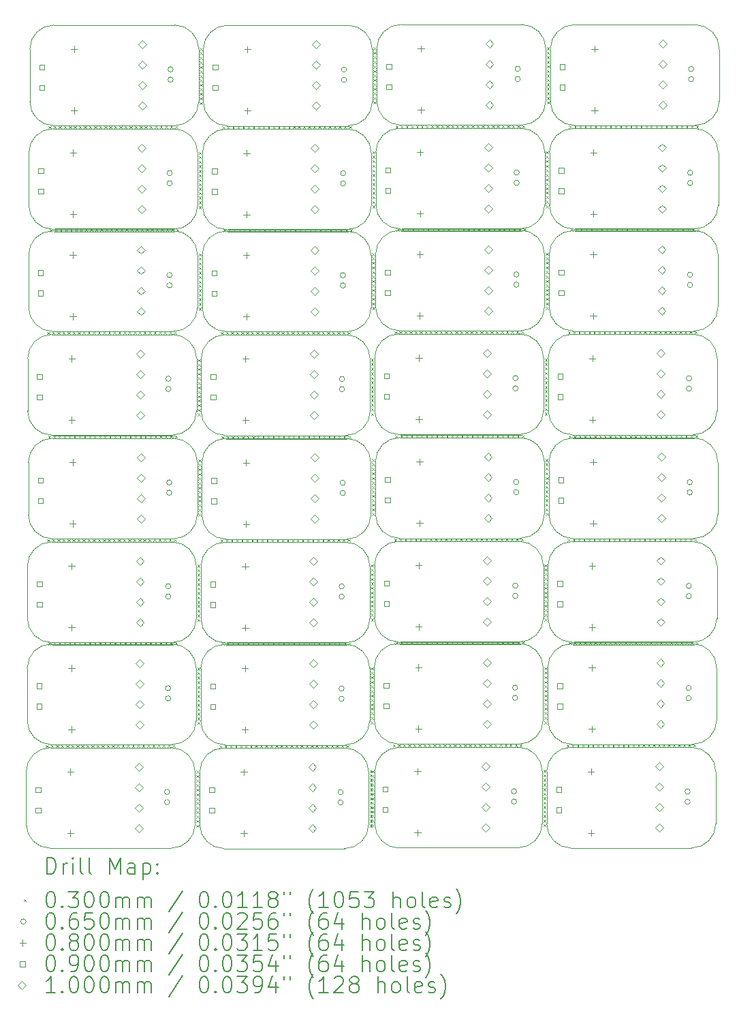
<source format=gbr>
%TF.GenerationSoftware,KiCad,Pcbnew,8.0.4*%
%TF.CreationDate,2024-08-16T15:36:05-07:00*%
%TF.ProjectId,LED2 full perf board,4c454432-2066-4756-9c6c-207065726620,rev?*%
%TF.SameCoordinates,Original*%
%TF.FileFunction,Drillmap*%
%TF.FilePolarity,Positive*%
%FSLAX45Y45*%
G04 Gerber Fmt 4.5, Leading zero omitted, Abs format (unit mm)*
G04 Created by KiCad (PCBNEW 8.0.4) date 2024-08-16 15:36:05*
%MOMM*%
%LPD*%
G01*
G04 APERTURE LIST*
%ADD10C,0.050000*%
%ADD11C,0.200000*%
%ADD12C,0.100000*%
G04 APERTURE END LIST*
D10*
X17805132Y-8687632D02*
X16305132Y-8687632D01*
X16293000Y-9975500D02*
G75*
G02*
X15993000Y-9675500I0J300000D01*
G01*
X18093000Y-9675500D02*
G75*
G02*
X17793000Y-9975500I-300000J0D01*
G01*
X17787750Y-12569000D02*
G75*
G02*
X18087750Y-12869000I0J-300000D01*
G01*
X16287750Y-13819000D02*
G75*
G02*
X15987750Y-13519000I0J300000D01*
G01*
X18087750Y-13519000D02*
G75*
G02*
X17787750Y-13819000I-300000J0D01*
G01*
X17820000Y-4882500D02*
G75*
G02*
X18120000Y-5182500I0J-300000D01*
G01*
X17820000Y-6132500D02*
X16320000Y-6132500D01*
X15987750Y-12869000D02*
G75*
G02*
X16287750Y-12569000I300000J0D01*
G01*
X16275618Y-13856868D02*
X17775618Y-13856868D01*
X17775618Y-13856868D02*
G75*
G02*
X18075618Y-14156868I0J-300000D01*
G01*
X16320000Y-4882500D02*
X17820000Y-4882500D01*
X15975618Y-14156868D02*
G75*
G02*
X16275618Y-13856868I300000J0D01*
G01*
X17787750Y-13819000D02*
X16287750Y-13819000D01*
X16320000Y-6132500D02*
G75*
G02*
X16020000Y-5832500I0J300000D01*
G01*
X16020000Y-5832500D02*
X16020000Y-5182500D01*
X18087750Y-12869000D02*
X18087750Y-13519000D01*
X15993000Y-9025500D02*
G75*
G02*
X16293000Y-8725500I300000J0D01*
G01*
X16287750Y-12569000D02*
X17787750Y-12569000D01*
X15987750Y-13519000D02*
X15987750Y-12869000D01*
X16275618Y-15106868D02*
G75*
G02*
X15975618Y-14806868I0J300000D01*
G01*
X17775618Y-15106868D02*
X16275618Y-15106868D01*
X16020000Y-5182500D02*
G75*
G02*
X16320000Y-4882500I300000J0D01*
G01*
X17793000Y-8725500D02*
G75*
G02*
X18093000Y-9025500I0J-300000D01*
G01*
X16005132Y-8387632D02*
X16005132Y-7737632D01*
X15975618Y-14806868D02*
X15975618Y-14156868D01*
X16293000Y-8725500D02*
X17793000Y-8725500D01*
X18075618Y-14806868D02*
G75*
G02*
X17775618Y-15106868I-300000J0D01*
G01*
X18075618Y-14156868D02*
X18075618Y-14806868D01*
X18120000Y-5182500D02*
X18120000Y-5832500D01*
X18120000Y-5832500D02*
G75*
G02*
X17820000Y-6132500I-300000J0D01*
G01*
X17807868Y-6170368D02*
G75*
G02*
X18107868Y-6470368I0J-300000D01*
G01*
X18090486Y-11601736D02*
X18090486Y-12251736D01*
X17814750Y-9980000D02*
X16314750Y-9980000D01*
X16007868Y-7120368D02*
X16007868Y-6470368D01*
X17802618Y-10013868D02*
G75*
G02*
X18102618Y-10313868I0J-300000D01*
G01*
X17790486Y-11301736D02*
G75*
G02*
X18090486Y-11601736I0J-300000D01*
G01*
X17815618Y-12543868D02*
X16315618Y-12543868D01*
X16302618Y-10013868D02*
X17802618Y-10013868D01*
X16305132Y-8687632D02*
G75*
G02*
X16005132Y-8387632I0J300000D01*
G01*
X17790486Y-12551736D02*
X16290486Y-12551736D01*
X16307868Y-7420368D02*
G75*
G02*
X16007868Y-7120368I0J300000D01*
G01*
X18102618Y-10963868D02*
G75*
G02*
X17802618Y-11263868I-300000J0D01*
G01*
X18102618Y-10313868D02*
X18102618Y-10963868D01*
X18105132Y-8387632D02*
G75*
G02*
X17805132Y-8687632I-300000J0D01*
G01*
X16302618Y-10017868D02*
X17802618Y-10017868D01*
X17805132Y-7437632D02*
G75*
G02*
X18105132Y-7737632I0J-300000D01*
G01*
X18090486Y-12251736D02*
G75*
G02*
X17790486Y-12551736I-300000J0D01*
G01*
X18107868Y-6470368D02*
X18107868Y-7120368D01*
X17807868Y-7420368D02*
X16307868Y-7420368D01*
X15990486Y-11601736D02*
G75*
G02*
X16290486Y-11301736I300000J0D01*
G01*
X15990486Y-12251736D02*
X15990486Y-11601736D01*
X16320868Y-7450368D02*
X17820868Y-7450368D01*
X17802618Y-11263868D02*
X16302618Y-11263868D01*
X16307868Y-6170368D02*
X17807868Y-6170368D01*
X16290486Y-12551736D02*
G75*
G02*
X15990486Y-12251736I0J300000D01*
G01*
X15993000Y-9675500D02*
X15993000Y-9025500D01*
X16305132Y-7437632D02*
X17805132Y-7437632D01*
X16290486Y-11301736D02*
X17790486Y-11301736D01*
X16002618Y-10313868D02*
G75*
G02*
X16302618Y-10013868I300000J0D01*
G01*
X16302618Y-11263868D02*
G75*
G02*
X16002618Y-10963868I0J300000D01*
G01*
X16002618Y-10963868D02*
X16002618Y-10313868D01*
X17793000Y-9975500D02*
X16293000Y-9975500D01*
X18093000Y-9025500D02*
X18093000Y-9675500D01*
X18107868Y-7120368D02*
G75*
G02*
X17807868Y-7420368I-300000J0D01*
G01*
X17833000Y-7412500D02*
X16333000Y-7412500D01*
X16007868Y-6470368D02*
G75*
G02*
X16307868Y-6170368I300000J0D01*
G01*
X18105132Y-7737632D02*
X18105132Y-8387632D01*
X16303486Y-12581736D02*
X17803486Y-12581736D01*
X16005132Y-7737632D02*
G75*
G02*
X16305132Y-7437632I300000J0D01*
G01*
X15657750Y-9977000D02*
X14157750Y-9977000D01*
X15933486Y-11598736D02*
X15933486Y-12248736D01*
X13833486Y-12248736D02*
X13833486Y-11598736D01*
X14133486Y-11298736D02*
X15633486Y-11298736D01*
X15633486Y-12548736D02*
X14133486Y-12548736D01*
X15633486Y-11298736D02*
G75*
G02*
X15933486Y-11598736I0J-300000D01*
G01*
X14145618Y-10010868D02*
X15645618Y-10010868D01*
X15945618Y-10960868D02*
G75*
G02*
X15645618Y-11260868I-300000J0D01*
G01*
X14145618Y-11260868D02*
G75*
G02*
X13845618Y-10960868I0J300000D01*
G01*
X13845618Y-10310868D02*
G75*
G02*
X14145618Y-10010868I300000J0D01*
G01*
X14163868Y-7447368D02*
X15663868Y-7447368D01*
X15950868Y-6467368D02*
X15950868Y-7117368D01*
X14150868Y-7417368D02*
G75*
G02*
X13850868Y-7117368I0J300000D01*
G01*
X15650868Y-6167368D02*
G75*
G02*
X15950868Y-6467368I0J-300000D01*
G01*
X15650868Y-7417368D02*
X14150868Y-7417368D01*
X14150868Y-6167368D02*
X15650868Y-6167368D01*
X14146486Y-12578736D02*
X15646486Y-12578736D01*
X14133486Y-12548736D02*
G75*
G02*
X13833486Y-12248736I0J300000D01*
G01*
X15658618Y-12540868D02*
X14158618Y-12540868D01*
X13850868Y-6467368D02*
G75*
G02*
X14150868Y-6167368I300000J0D01*
G01*
X15950868Y-7117368D02*
G75*
G02*
X15650868Y-7417368I-300000J0D01*
G01*
X13850868Y-7117368D02*
X13850868Y-6467368D01*
X14145618Y-10014868D02*
X15645618Y-10014868D01*
X13833486Y-11598736D02*
G75*
G02*
X14133486Y-11298736I300000J0D01*
G01*
X15933486Y-12248736D02*
G75*
G02*
X15633486Y-12548736I-300000J0D01*
G01*
X15945618Y-10310868D02*
X15945618Y-10960868D01*
X13845618Y-10960868D02*
X13845618Y-10310868D01*
X15645618Y-10010868D02*
G75*
G02*
X15945618Y-10310868I0J-300000D01*
G01*
X15645618Y-11260868D02*
X14145618Y-11260868D01*
X15676000Y-7409500D02*
X14176000Y-7409500D01*
X15948132Y-7734632D02*
X15948132Y-8384632D01*
X13848132Y-7734632D02*
G75*
G02*
X14148132Y-7434632I300000J0D01*
G01*
X14148132Y-7434632D02*
X15648132Y-7434632D01*
X15936000Y-9022500D02*
X15936000Y-9672500D01*
X15636000Y-9972500D02*
X14136000Y-9972500D01*
X13836000Y-9672500D02*
X13836000Y-9022500D01*
X15948132Y-8384632D02*
G75*
G02*
X15648132Y-8684632I-300000J0D01*
G01*
X14148132Y-8684632D02*
G75*
G02*
X13848132Y-8384632I0J300000D01*
G01*
X15648132Y-7434632D02*
G75*
G02*
X15948132Y-7734632I0J-300000D01*
G01*
X15636000Y-8722500D02*
G75*
G02*
X15936000Y-9022500I0J-300000D01*
G01*
X13848132Y-8384632D02*
X13848132Y-7734632D01*
X14136000Y-8722500D02*
X15636000Y-8722500D01*
X15648132Y-8684632D02*
X14148132Y-8684632D01*
X14136000Y-9972500D02*
G75*
G02*
X13836000Y-9672500I0J300000D01*
G01*
X15936000Y-9672500D02*
G75*
G02*
X15636000Y-9972500I-300000J0D01*
G01*
X13836000Y-9022500D02*
G75*
G02*
X14136000Y-8722500I300000J0D01*
G01*
X15630750Y-12566000D02*
G75*
G02*
X15930750Y-12866000I0J-300000D01*
G01*
X14130750Y-12566000D02*
X15630750Y-12566000D01*
X14130750Y-13816000D02*
G75*
G02*
X13830750Y-13516000I0J300000D01*
G01*
X15663000Y-4879500D02*
G75*
G02*
X15963000Y-5179500I0J-300000D01*
G01*
X15663000Y-6129500D02*
X14163000Y-6129500D01*
X13830750Y-12866000D02*
G75*
G02*
X14130750Y-12566000I300000J0D01*
G01*
X15930750Y-12866000D02*
X15930750Y-13516000D01*
X13830750Y-13516000D02*
X13830750Y-12866000D01*
X15930750Y-13516000D02*
G75*
G02*
X15630750Y-13816000I-300000J0D01*
G01*
X14118618Y-13853868D02*
X15618618Y-13853868D01*
X15618618Y-13853868D02*
G75*
G02*
X15918618Y-14153868I0J-300000D01*
G01*
X14163000Y-4879500D02*
X15663000Y-4879500D01*
X13838000Y-14158000D02*
G75*
G02*
X14138000Y-13858000I300000J0D01*
G01*
X14138000Y-15108000D02*
G75*
G02*
X13838000Y-14808000I0J300000D01*
G01*
X15630750Y-13816000D02*
X14130750Y-13816000D01*
X14163000Y-6129500D02*
G75*
G02*
X13863000Y-5829500I0J300000D01*
G01*
X15618618Y-15103868D02*
X14118618Y-15103868D01*
X15963000Y-5829500D02*
G75*
G02*
X15663000Y-6129500I-300000J0D01*
G01*
X13863000Y-5179500D02*
G75*
G02*
X14163000Y-4879500I300000J0D01*
G01*
X15918618Y-14803868D02*
G75*
G02*
X15618618Y-15103868I-300000J0D01*
G01*
X15918618Y-14153868D02*
X15918618Y-14803868D01*
X13838000Y-14808000D02*
X13838000Y-14158000D01*
X15963000Y-5179500D02*
X15963000Y-5829500D01*
X13863000Y-5829500D02*
X13863000Y-5179500D01*
X13501000Y-9987000D02*
X12001000Y-9987000D01*
X13776736Y-11608736D02*
X13776736Y-12258736D01*
X11676736Y-12258736D02*
X11676736Y-11608736D01*
X11976736Y-11308736D02*
X13476736Y-11308736D01*
X13476736Y-12558736D02*
X11976736Y-12558736D01*
X13476736Y-11308736D02*
G75*
G02*
X13776736Y-11608736I0J-300000D01*
G01*
X11988868Y-10020868D02*
X13488868Y-10020868D01*
X13788868Y-10970868D02*
G75*
G02*
X13488868Y-11270868I-300000J0D01*
G01*
X11988868Y-11270868D02*
G75*
G02*
X11688868Y-10970868I0J300000D01*
G01*
X11688868Y-10320868D02*
G75*
G02*
X11988868Y-10020868I300000J0D01*
G01*
X12007118Y-7457368D02*
X13507118Y-7457368D01*
X13794118Y-6477368D02*
X13794118Y-7127368D01*
X11994118Y-7427368D02*
G75*
G02*
X11694118Y-7127368I0J300000D01*
G01*
X13494118Y-6177368D02*
G75*
G02*
X13794118Y-6477368I0J-300000D01*
G01*
X13494118Y-7427368D02*
X11994118Y-7427368D01*
X11994118Y-6177368D02*
X13494118Y-6177368D01*
X11989736Y-12588736D02*
X13489736Y-12588736D01*
X11976736Y-12558736D02*
G75*
G02*
X11676736Y-12258736I0J300000D01*
G01*
X13501868Y-12550868D02*
X12001868Y-12550868D01*
X11694118Y-6477368D02*
G75*
G02*
X11994118Y-6177368I300000J0D01*
G01*
X13794118Y-7127368D02*
G75*
G02*
X13494118Y-7427368I-300000J0D01*
G01*
X11694118Y-7127368D02*
X11694118Y-6477368D01*
X11988868Y-10024868D02*
X13488868Y-10024868D01*
X11676736Y-11608736D02*
G75*
G02*
X11976736Y-11308736I300000J0D01*
G01*
X13776736Y-12258736D02*
G75*
G02*
X13476736Y-12558736I-300000J0D01*
G01*
X13788868Y-10320868D02*
X13788868Y-10970868D01*
X11688868Y-10970868D02*
X11688868Y-10320868D01*
X13488868Y-10020868D02*
G75*
G02*
X13788868Y-10320868I0J-300000D01*
G01*
X13488868Y-11270868D02*
X11988868Y-11270868D01*
X13519250Y-7419500D02*
X12019250Y-7419500D01*
X13791382Y-7744632D02*
X13791382Y-8394632D01*
X11691382Y-7744632D02*
G75*
G02*
X11991382Y-7444632I300000J0D01*
G01*
X11991382Y-7444632D02*
X13491382Y-7444632D01*
X13779250Y-9032500D02*
X13779250Y-9682500D01*
X13479250Y-9982500D02*
X11979250Y-9982500D01*
X11679250Y-9682500D02*
X11679250Y-9032500D01*
X13791382Y-8394632D02*
G75*
G02*
X13491382Y-8694632I-300000J0D01*
G01*
X11991382Y-8694632D02*
G75*
G02*
X11691382Y-8394632I0J300000D01*
G01*
X13491382Y-7444632D02*
G75*
G02*
X13791382Y-7744632I0J-300000D01*
G01*
X13479250Y-8732500D02*
G75*
G02*
X13779250Y-9032500I0J-300000D01*
G01*
X11691382Y-8394632D02*
X11691382Y-7744632D01*
X11979250Y-8732500D02*
X13479250Y-8732500D01*
X13491382Y-8694632D02*
X11991382Y-8694632D01*
X11979250Y-9982500D02*
G75*
G02*
X11679250Y-9682500I0J300000D01*
G01*
X13779250Y-9682500D02*
G75*
G02*
X13479250Y-9982500I-300000J0D01*
G01*
X11679250Y-9032500D02*
G75*
G02*
X11979250Y-8732500I300000J0D01*
G01*
X13474000Y-12576000D02*
G75*
G02*
X13774000Y-12876000I0J-300000D01*
G01*
X11974000Y-12576000D02*
X13474000Y-12576000D01*
X11974000Y-13826000D02*
G75*
G02*
X11674000Y-13526000I0J300000D01*
G01*
X13506250Y-4889500D02*
G75*
G02*
X13806250Y-5189500I0J-300000D01*
G01*
X13506250Y-6139500D02*
X12006250Y-6139500D01*
X11674000Y-12876000D02*
G75*
G02*
X11974000Y-12576000I300000J0D01*
G01*
X13774000Y-12876000D02*
X13774000Y-13526000D01*
X11674000Y-13526000D02*
X11674000Y-12876000D01*
X13774000Y-13526000D02*
G75*
G02*
X13474000Y-13826000I-300000J0D01*
G01*
X11961868Y-13863868D02*
X13461868Y-13863868D01*
X13461868Y-13863868D02*
G75*
G02*
X13761868Y-14163868I0J-300000D01*
G01*
X12006250Y-4889500D02*
X13506250Y-4889500D01*
X11661868Y-14163868D02*
G75*
G02*
X11961868Y-13863868I300000J0D01*
G01*
X11961868Y-15113868D02*
G75*
G02*
X11661868Y-14813868I0J300000D01*
G01*
X13474000Y-13826000D02*
X11974000Y-13826000D01*
X12006250Y-6139500D02*
G75*
G02*
X11706250Y-5839500I0J300000D01*
G01*
X13461868Y-15113868D02*
X11961868Y-15113868D01*
X13806250Y-5839500D02*
G75*
G02*
X13506250Y-6139500I-300000J0D01*
G01*
X11706250Y-5189500D02*
G75*
G02*
X12006250Y-4889500I300000J0D01*
G01*
X13761868Y-14813868D02*
G75*
G02*
X13461868Y-15113868I-300000J0D01*
G01*
X13761868Y-14163868D02*
X13761868Y-14813868D01*
X11661868Y-14813868D02*
X11661868Y-14163868D01*
X13806250Y-5189500D02*
X13806250Y-5839500D01*
X11706250Y-5839500D02*
X11706250Y-5189500D01*
X11344000Y-9984000D02*
X9844000Y-9984000D01*
X9831868Y-10021868D02*
X11331868Y-10021868D01*
X9832736Y-12585736D02*
X11332736Y-12585736D01*
X11619736Y-11605736D02*
X11619736Y-12255736D01*
X9519736Y-11605736D02*
G75*
G02*
X9819736Y-11305736I300000J0D01*
G01*
X9519736Y-12255736D02*
X9519736Y-11605736D01*
X9819736Y-12555736D02*
G75*
G02*
X9519736Y-12255736I0J300000D01*
G01*
X9819736Y-11305736D02*
X11319736Y-11305736D01*
X11319736Y-12555736D02*
X9819736Y-12555736D01*
X11619736Y-12255736D02*
G75*
G02*
X11319736Y-12555736I-300000J0D01*
G01*
X11344868Y-12547868D02*
X9844868Y-12547868D01*
X11319736Y-11305736D02*
G75*
G02*
X11619736Y-11605736I0J-300000D01*
G01*
X11631868Y-10317868D02*
X11631868Y-10967868D01*
X9831868Y-10017868D02*
X11331868Y-10017868D01*
X9531868Y-10967868D02*
X9531868Y-10317868D01*
X11631868Y-10967868D02*
G75*
G02*
X11331868Y-11267868I-300000J0D01*
G01*
X11331868Y-10017868D02*
G75*
G02*
X11631868Y-10317868I0J-300000D01*
G01*
X9831868Y-11267868D02*
G75*
G02*
X9531868Y-10967868I0J300000D01*
G01*
X11331868Y-11267868D02*
X9831868Y-11267868D01*
X9531868Y-10317868D02*
G75*
G02*
X9831868Y-10017868I300000J0D01*
G01*
X11362250Y-7416500D02*
X9862250Y-7416500D01*
X9850118Y-7454368D02*
X11350118Y-7454368D01*
X11637118Y-6474368D02*
X11637118Y-7124368D01*
X9537118Y-6474368D02*
G75*
G02*
X9837118Y-6174368I300000J0D01*
G01*
X9537118Y-7124368D02*
X9537118Y-6474368D01*
X11337118Y-6174368D02*
G75*
G02*
X11637118Y-6474368I0J-300000D01*
G01*
X9837118Y-7424368D02*
G75*
G02*
X9537118Y-7124368I0J300000D01*
G01*
X9837118Y-6174368D02*
X11337118Y-6174368D01*
X11337118Y-7424368D02*
X9837118Y-7424368D01*
X11637118Y-7124368D02*
G75*
G02*
X11337118Y-7424368I-300000J0D01*
G01*
X11649250Y-5836500D02*
G75*
G02*
X11349250Y-6136500I-300000J0D01*
G01*
X11349250Y-4886500D02*
G75*
G02*
X11649250Y-5186500I0J-300000D01*
G01*
X11649250Y-5186500D02*
X11649250Y-5836500D01*
X9849250Y-4886500D02*
X11349250Y-4886500D01*
X9549250Y-5186500D02*
G75*
G02*
X9849250Y-4886500I300000J0D01*
G01*
X9849250Y-6136500D02*
G75*
G02*
X9549250Y-5836500I0J300000D01*
G01*
X11349250Y-6136500D02*
X9849250Y-6136500D01*
X9549250Y-5836500D02*
X9549250Y-5186500D01*
X11304868Y-13860868D02*
G75*
G02*
X11604868Y-14160868I0J-300000D01*
G01*
X11604868Y-14160868D02*
X11604868Y-14810868D01*
X11604868Y-14810868D02*
G75*
G02*
X11304868Y-15110868I-300000J0D01*
G01*
X9517000Y-12873000D02*
G75*
G02*
X9817000Y-12573000I300000J0D01*
G01*
X9517000Y-13523000D02*
X9517000Y-12873000D01*
X9817000Y-12573000D02*
X11317000Y-12573000D01*
X11617000Y-13523000D02*
G75*
G02*
X11317000Y-13823000I-300000J0D01*
G01*
X9504868Y-14160868D02*
G75*
G02*
X9804868Y-13860868I300000J0D01*
G01*
X11317000Y-12573000D02*
G75*
G02*
X11617000Y-12873000I0J-300000D01*
G01*
X11304868Y-15110868D02*
X9804868Y-15110868D01*
X9817000Y-13823000D02*
G75*
G02*
X9517000Y-13523000I0J300000D01*
G01*
X11317000Y-13823000D02*
X9817000Y-13823000D01*
X9804868Y-15110868D02*
G75*
G02*
X9504868Y-14810868I0J300000D01*
G01*
X9504868Y-14810868D02*
X9504868Y-14160868D01*
X11617000Y-12873000D02*
X11617000Y-13523000D01*
X9804868Y-13860868D02*
X11304868Y-13860868D01*
X11322250Y-8729500D02*
G75*
G02*
X11622250Y-9029500I0J-300000D01*
G01*
X11622250Y-9029500D02*
X11622250Y-9679500D01*
X11322250Y-9979500D02*
X9822250Y-9979500D01*
X9822250Y-8729500D02*
X11322250Y-8729500D01*
X9522250Y-9029500D02*
G75*
G02*
X9822250Y-8729500I300000J0D01*
G01*
X9822250Y-9979500D02*
G75*
G02*
X9522250Y-9679500I0J300000D01*
G01*
X11622250Y-9679500D02*
G75*
G02*
X11322250Y-9979500I-300000J0D01*
G01*
X9522250Y-9679500D02*
X9522250Y-9029500D01*
X11634382Y-8391632D02*
G75*
G02*
X11334382Y-8691632I-300000J0D01*
G01*
X9534382Y-7741632D02*
G75*
G02*
X9834382Y-7441632I300000J0D01*
G01*
X9834382Y-8691632D02*
G75*
G02*
X9534382Y-8391632I0J300000D01*
G01*
X11334382Y-7441632D02*
G75*
G02*
X11634382Y-7741632I0J-300000D01*
G01*
X11634382Y-7741632D02*
X11634382Y-8391632D01*
X9534382Y-8391632D02*
X9534382Y-7741632D01*
X9834382Y-7441632D02*
X11334382Y-7441632D01*
X11334382Y-8691632D02*
X9834382Y-8691632D01*
D11*
D12*
X9750000Y-13827000D02*
X9780000Y-13857000D01*
X9780000Y-13827000D02*
X9750000Y-13857000D01*
X9764868Y-11271868D02*
X9794868Y-11301868D01*
X9794868Y-11271868D02*
X9764868Y-11301868D01*
X9767382Y-8695632D02*
X9797382Y-8725632D01*
X9797382Y-8695632D02*
X9767382Y-8725632D01*
X9777000Y-9988000D02*
X9807000Y-10018000D01*
X9807000Y-9988000D02*
X9777000Y-10018000D01*
X9777868Y-12551868D02*
X9807868Y-12581868D01*
X9807868Y-12551868D02*
X9777868Y-12581868D01*
X9782250Y-6140500D02*
X9812250Y-6170500D01*
X9812250Y-6140500D02*
X9782250Y-6170500D01*
X9795250Y-7420500D02*
X9825250Y-7450500D01*
X9825250Y-7420500D02*
X9795250Y-7450500D01*
X9813000Y-13827000D02*
X9843000Y-13857000D01*
X9843000Y-13827000D02*
X9813000Y-13857000D01*
X9827868Y-11271868D02*
X9857868Y-11301868D01*
X9857868Y-11271868D02*
X9827868Y-11301868D01*
X9830382Y-8695632D02*
X9860382Y-8725632D01*
X9860382Y-8695632D02*
X9830382Y-8725632D01*
X9840000Y-9988000D02*
X9870000Y-10018000D01*
X9870000Y-9988000D02*
X9840000Y-10018000D01*
X9840868Y-12551868D02*
X9870868Y-12581868D01*
X9870868Y-12551868D02*
X9840868Y-12581868D01*
X9845250Y-6140500D02*
X9875250Y-6170500D01*
X9875250Y-6140500D02*
X9845250Y-6170500D01*
X9858250Y-7420500D02*
X9888250Y-7450500D01*
X9888250Y-7420500D02*
X9858250Y-7450500D01*
X9876000Y-13827000D02*
X9906000Y-13857000D01*
X9906000Y-13827000D02*
X9876000Y-13857000D01*
X9890868Y-11271868D02*
X9920868Y-11301868D01*
X9920868Y-11271868D02*
X9890868Y-11301868D01*
X9893382Y-8695632D02*
X9923382Y-8725632D01*
X9923382Y-8695632D02*
X9893382Y-8725632D01*
X9903000Y-9988000D02*
X9933000Y-10018000D01*
X9933000Y-9988000D02*
X9903000Y-10018000D01*
X9903868Y-12551868D02*
X9933868Y-12581868D01*
X9933868Y-12551868D02*
X9903868Y-12581868D01*
X9908250Y-6140500D02*
X9938250Y-6170500D01*
X9938250Y-6140500D02*
X9908250Y-6170500D01*
X9921250Y-7420500D02*
X9951250Y-7450500D01*
X9951250Y-7420500D02*
X9921250Y-7450500D01*
X9940000Y-13827000D02*
X9970000Y-13857000D01*
X9970000Y-13827000D02*
X9940000Y-13857000D01*
X9954868Y-11271868D02*
X9984868Y-11301868D01*
X9984868Y-11271868D02*
X9954868Y-11301868D01*
X9957382Y-8695632D02*
X9987382Y-8725632D01*
X9987382Y-8695632D02*
X9957382Y-8725632D01*
X9967000Y-9988000D02*
X9997000Y-10018000D01*
X9997000Y-9988000D02*
X9967000Y-10018000D01*
X9967868Y-12551868D02*
X9997868Y-12581868D01*
X9997868Y-12551868D02*
X9967868Y-12581868D01*
X9972250Y-6140500D02*
X10002250Y-6170500D01*
X10002250Y-6140500D02*
X9972250Y-6170500D01*
X9985250Y-7420500D02*
X10015250Y-7450500D01*
X10015250Y-7420500D02*
X9985250Y-7450500D01*
X10003000Y-13827000D02*
X10033000Y-13857000D01*
X10033000Y-13827000D02*
X10003000Y-13857000D01*
X10017868Y-11271868D02*
X10047868Y-11301868D01*
X10047868Y-11271868D02*
X10017868Y-11301868D01*
X10020382Y-8695632D02*
X10050382Y-8725632D01*
X10050382Y-8695632D02*
X10020382Y-8725632D01*
X10030000Y-9988000D02*
X10060000Y-10018000D01*
X10060000Y-9988000D02*
X10030000Y-10018000D01*
X10030868Y-12551868D02*
X10060868Y-12581868D01*
X10060868Y-12551868D02*
X10030868Y-12581868D01*
X10035250Y-6140500D02*
X10065250Y-6170500D01*
X10065250Y-6140500D02*
X10035250Y-6170500D01*
X10048250Y-7420500D02*
X10078250Y-7450500D01*
X10078250Y-7420500D02*
X10048250Y-7450500D01*
X10065000Y-13827000D02*
X10095000Y-13857000D01*
X10095000Y-13827000D02*
X10065000Y-13857000D01*
X10079868Y-11271868D02*
X10109868Y-11301868D01*
X10109868Y-11271868D02*
X10079868Y-11301868D01*
X10082382Y-8695632D02*
X10112382Y-8725632D01*
X10112382Y-8695632D02*
X10082382Y-8725632D01*
X10092000Y-9988000D02*
X10122000Y-10018000D01*
X10122000Y-9988000D02*
X10092000Y-10018000D01*
X10092868Y-12551868D02*
X10122868Y-12581868D01*
X10122868Y-12551868D02*
X10092868Y-12581868D01*
X10097250Y-6140500D02*
X10127250Y-6170500D01*
X10127250Y-6140500D02*
X10097250Y-6170500D01*
X10110250Y-7420500D02*
X10140250Y-7450500D01*
X10140250Y-7420500D02*
X10110250Y-7450500D01*
X10128000Y-13827000D02*
X10158000Y-13857000D01*
X10158000Y-13827000D02*
X10128000Y-13857000D01*
X10142868Y-11271868D02*
X10172868Y-11301868D01*
X10172868Y-11271868D02*
X10142868Y-11301868D01*
X10145382Y-8695632D02*
X10175382Y-8725632D01*
X10175382Y-8695632D02*
X10145382Y-8725632D01*
X10155000Y-9988000D02*
X10185000Y-10018000D01*
X10185000Y-9988000D02*
X10155000Y-10018000D01*
X10155868Y-12551868D02*
X10185868Y-12581868D01*
X10185868Y-12551868D02*
X10155868Y-12581868D01*
X10160250Y-6140500D02*
X10190250Y-6170500D01*
X10190250Y-6140500D02*
X10160250Y-6170500D01*
X10173250Y-7420500D02*
X10203250Y-7450500D01*
X10203250Y-7420500D02*
X10173250Y-7450500D01*
X10190000Y-13826000D02*
X10220000Y-13856000D01*
X10220000Y-13826000D02*
X10190000Y-13856000D01*
X10204868Y-11270868D02*
X10234868Y-11300868D01*
X10234868Y-11270868D02*
X10204868Y-11300868D01*
X10207382Y-8694632D02*
X10237382Y-8724632D01*
X10237382Y-8694632D02*
X10207382Y-8724632D01*
X10217000Y-9987000D02*
X10247000Y-10017000D01*
X10247000Y-9987000D02*
X10217000Y-10017000D01*
X10217868Y-12550868D02*
X10247868Y-12580868D01*
X10247868Y-12550868D02*
X10217868Y-12580868D01*
X10222250Y-6139500D02*
X10252250Y-6169500D01*
X10252250Y-6139500D02*
X10222250Y-6169500D01*
X10235250Y-7419500D02*
X10265250Y-7449500D01*
X10265250Y-7419500D02*
X10235250Y-7449500D01*
X10253000Y-13826000D02*
X10283000Y-13856000D01*
X10283000Y-13826000D02*
X10253000Y-13856000D01*
X10267868Y-11270868D02*
X10297868Y-11300868D01*
X10297868Y-11270868D02*
X10267868Y-11300868D01*
X10270382Y-8694632D02*
X10300382Y-8724632D01*
X10300382Y-8694632D02*
X10270382Y-8724632D01*
X10280000Y-9987000D02*
X10310000Y-10017000D01*
X10310000Y-9987000D02*
X10280000Y-10017000D01*
X10280868Y-12550868D02*
X10310868Y-12580868D01*
X10310868Y-12550868D02*
X10280868Y-12580868D01*
X10285250Y-6139500D02*
X10315250Y-6169500D01*
X10315250Y-6139500D02*
X10285250Y-6169500D01*
X10298250Y-7419500D02*
X10328250Y-7449500D01*
X10328250Y-7419500D02*
X10298250Y-7449500D01*
X10316000Y-13826000D02*
X10346000Y-13856000D01*
X10346000Y-13826000D02*
X10316000Y-13856000D01*
X10330868Y-11270868D02*
X10360868Y-11300868D01*
X10360868Y-11270868D02*
X10330868Y-11300868D01*
X10333382Y-8694632D02*
X10363382Y-8724632D01*
X10363382Y-8694632D02*
X10333382Y-8724632D01*
X10343000Y-9987000D02*
X10373000Y-10017000D01*
X10373000Y-9987000D02*
X10343000Y-10017000D01*
X10343868Y-12550868D02*
X10373868Y-12580868D01*
X10373868Y-12550868D02*
X10343868Y-12580868D01*
X10348250Y-6139500D02*
X10378250Y-6169500D01*
X10378250Y-6139500D02*
X10348250Y-6169500D01*
X10361250Y-7419500D02*
X10391250Y-7449500D01*
X10391250Y-7419500D02*
X10361250Y-7449500D01*
X10380000Y-13826000D02*
X10410000Y-13856000D01*
X10410000Y-13826000D02*
X10380000Y-13856000D01*
X10394868Y-11270868D02*
X10424868Y-11300868D01*
X10424868Y-11270868D02*
X10394868Y-11300868D01*
X10397382Y-8694632D02*
X10427382Y-8724632D01*
X10427382Y-8694632D02*
X10397382Y-8724632D01*
X10407000Y-9987000D02*
X10437000Y-10017000D01*
X10437000Y-9987000D02*
X10407000Y-10017000D01*
X10407868Y-12550868D02*
X10437868Y-12580868D01*
X10437868Y-12550868D02*
X10407868Y-12580868D01*
X10412250Y-6139500D02*
X10442250Y-6169500D01*
X10442250Y-6139500D02*
X10412250Y-6169500D01*
X10425250Y-7419500D02*
X10455250Y-7449500D01*
X10455250Y-7419500D02*
X10425250Y-7449500D01*
X10443000Y-13826000D02*
X10473000Y-13856000D01*
X10473000Y-13826000D02*
X10443000Y-13856000D01*
X10457868Y-11270868D02*
X10487868Y-11300868D01*
X10487868Y-11270868D02*
X10457868Y-11300868D01*
X10460382Y-8694632D02*
X10490382Y-8724632D01*
X10490382Y-8694632D02*
X10460382Y-8724632D01*
X10470000Y-9987000D02*
X10500000Y-10017000D01*
X10500000Y-9987000D02*
X10470000Y-10017000D01*
X10470868Y-12550868D02*
X10500868Y-12580868D01*
X10500868Y-12550868D02*
X10470868Y-12580868D01*
X10475250Y-6139500D02*
X10505250Y-6169500D01*
X10505250Y-6139500D02*
X10475250Y-6169500D01*
X10488250Y-7419500D02*
X10518250Y-7449500D01*
X10518250Y-7419500D02*
X10488250Y-7449500D01*
X10505000Y-13826000D02*
X10535000Y-13856000D01*
X10535000Y-13826000D02*
X10505000Y-13856000D01*
X10519868Y-11270868D02*
X10549868Y-11300868D01*
X10549868Y-11270868D02*
X10519868Y-11300868D01*
X10522382Y-8694632D02*
X10552382Y-8724632D01*
X10552382Y-8694632D02*
X10522382Y-8724632D01*
X10532000Y-9987000D02*
X10562000Y-10017000D01*
X10562000Y-9987000D02*
X10532000Y-10017000D01*
X10532868Y-12550868D02*
X10562868Y-12580868D01*
X10562868Y-12550868D02*
X10532868Y-12580868D01*
X10537250Y-6139500D02*
X10567250Y-6169500D01*
X10567250Y-6139500D02*
X10537250Y-6169500D01*
X10550250Y-7419500D02*
X10580250Y-7449500D01*
X10580250Y-7419500D02*
X10550250Y-7449500D01*
X10568000Y-13826000D02*
X10598000Y-13856000D01*
X10598000Y-13826000D02*
X10568000Y-13856000D01*
X10582868Y-11270868D02*
X10612868Y-11300868D01*
X10612868Y-11270868D02*
X10582868Y-11300868D01*
X10585382Y-8694632D02*
X10615382Y-8724632D01*
X10615382Y-8694632D02*
X10585382Y-8724632D01*
X10595000Y-9987000D02*
X10625000Y-10017000D01*
X10625000Y-9987000D02*
X10595000Y-10017000D01*
X10595868Y-12550868D02*
X10625868Y-12580868D01*
X10625868Y-12550868D02*
X10595868Y-12580868D01*
X10600250Y-6139500D02*
X10630250Y-6169500D01*
X10630250Y-6139500D02*
X10600250Y-6169500D01*
X10613250Y-7419500D02*
X10643250Y-7449500D01*
X10643250Y-7419500D02*
X10613250Y-7449500D01*
X10631000Y-13825000D02*
X10661000Y-13855000D01*
X10661000Y-13825000D02*
X10631000Y-13855000D01*
X10645868Y-11269868D02*
X10675868Y-11299868D01*
X10675868Y-11269868D02*
X10645868Y-11299868D01*
X10648382Y-8693632D02*
X10678382Y-8723632D01*
X10678382Y-8693632D02*
X10648382Y-8723632D01*
X10658000Y-9986000D02*
X10688000Y-10016000D01*
X10688000Y-9986000D02*
X10658000Y-10016000D01*
X10658868Y-12549868D02*
X10688868Y-12579868D01*
X10688868Y-12549868D02*
X10658868Y-12579868D01*
X10663250Y-6138500D02*
X10693250Y-6168500D01*
X10693250Y-6138500D02*
X10663250Y-6168500D01*
X10676250Y-7418500D02*
X10706250Y-7448500D01*
X10706250Y-7418500D02*
X10676250Y-7448500D01*
X10694000Y-13825000D02*
X10724000Y-13855000D01*
X10724000Y-13825000D02*
X10694000Y-13855000D01*
X10708868Y-11269868D02*
X10738868Y-11299868D01*
X10738868Y-11269868D02*
X10708868Y-11299868D01*
X10711382Y-8693632D02*
X10741382Y-8723632D01*
X10741382Y-8693632D02*
X10711382Y-8723632D01*
X10721000Y-9986000D02*
X10751000Y-10016000D01*
X10751000Y-9986000D02*
X10721000Y-10016000D01*
X10721868Y-12549868D02*
X10751868Y-12579868D01*
X10751868Y-12549868D02*
X10721868Y-12579868D01*
X10726250Y-6138500D02*
X10756250Y-6168500D01*
X10756250Y-6138500D02*
X10726250Y-6168500D01*
X10739250Y-7418500D02*
X10769250Y-7448500D01*
X10769250Y-7418500D02*
X10739250Y-7448500D01*
X10757000Y-13825000D02*
X10787000Y-13855000D01*
X10787000Y-13825000D02*
X10757000Y-13855000D01*
X10771868Y-11269868D02*
X10801868Y-11299868D01*
X10801868Y-11269868D02*
X10771868Y-11299868D01*
X10774382Y-8693632D02*
X10804382Y-8723632D01*
X10804382Y-8693632D02*
X10774382Y-8723632D01*
X10784000Y-9986000D02*
X10814000Y-10016000D01*
X10814000Y-9986000D02*
X10784000Y-10016000D01*
X10784868Y-12549868D02*
X10814868Y-12579868D01*
X10814868Y-12549868D02*
X10784868Y-12579868D01*
X10789250Y-6138500D02*
X10819250Y-6168500D01*
X10819250Y-6138500D02*
X10789250Y-6168500D01*
X10802250Y-7418500D02*
X10832250Y-7448500D01*
X10832250Y-7418500D02*
X10802250Y-7448500D01*
X10821000Y-13825000D02*
X10851000Y-13855000D01*
X10851000Y-13825000D02*
X10821000Y-13855000D01*
X10835868Y-11269868D02*
X10865868Y-11299868D01*
X10865868Y-11269868D02*
X10835868Y-11299868D01*
X10838382Y-8693632D02*
X10868382Y-8723632D01*
X10868382Y-8693632D02*
X10838382Y-8723632D01*
X10848000Y-9986000D02*
X10878000Y-10016000D01*
X10878000Y-9986000D02*
X10848000Y-10016000D01*
X10848868Y-12549868D02*
X10878868Y-12579868D01*
X10878868Y-12549868D02*
X10848868Y-12579868D01*
X10853250Y-6138500D02*
X10883250Y-6168500D01*
X10883250Y-6138500D02*
X10853250Y-6168500D01*
X10866250Y-7418500D02*
X10896250Y-7448500D01*
X10896250Y-7418500D02*
X10866250Y-7448500D01*
X10884000Y-13825000D02*
X10914000Y-13855000D01*
X10914000Y-13825000D02*
X10884000Y-13855000D01*
X10898868Y-11269868D02*
X10928868Y-11299868D01*
X10928868Y-11269868D02*
X10898868Y-11299868D01*
X10901382Y-8693632D02*
X10931382Y-8723632D01*
X10931382Y-8693632D02*
X10901382Y-8723632D01*
X10911000Y-9986000D02*
X10941000Y-10016000D01*
X10941000Y-9986000D02*
X10911000Y-10016000D01*
X10911868Y-12549868D02*
X10941868Y-12579868D01*
X10941868Y-12549868D02*
X10911868Y-12579868D01*
X10916250Y-6138500D02*
X10946250Y-6168500D01*
X10946250Y-6138500D02*
X10916250Y-6168500D01*
X10929250Y-7418500D02*
X10959250Y-7448500D01*
X10959250Y-7418500D02*
X10929250Y-7448500D01*
X10946000Y-13825000D02*
X10976000Y-13855000D01*
X10976000Y-13825000D02*
X10946000Y-13855000D01*
X10960868Y-11269868D02*
X10990868Y-11299868D01*
X10990868Y-11269868D02*
X10960868Y-11299868D01*
X10963382Y-8693632D02*
X10993382Y-8723632D01*
X10993382Y-8693632D02*
X10963382Y-8723632D01*
X10973000Y-9986000D02*
X11003000Y-10016000D01*
X11003000Y-9986000D02*
X10973000Y-10016000D01*
X10973868Y-12549868D02*
X11003868Y-12579868D01*
X11003868Y-12549868D02*
X10973868Y-12579868D01*
X10978250Y-6138500D02*
X11008250Y-6168500D01*
X11008250Y-6138500D02*
X10978250Y-6168500D01*
X10991250Y-7418500D02*
X11021250Y-7448500D01*
X11021250Y-7418500D02*
X10991250Y-7448500D01*
X11009000Y-13825000D02*
X11039000Y-13855000D01*
X11039000Y-13825000D02*
X11009000Y-13855000D01*
X11023868Y-11269868D02*
X11053868Y-11299868D01*
X11053868Y-11269868D02*
X11023868Y-11299868D01*
X11026382Y-8693632D02*
X11056382Y-8723632D01*
X11056382Y-8693632D02*
X11026382Y-8723632D01*
X11036000Y-9986000D02*
X11066000Y-10016000D01*
X11066000Y-9986000D02*
X11036000Y-10016000D01*
X11036868Y-12549868D02*
X11066868Y-12579868D01*
X11066868Y-12549868D02*
X11036868Y-12579868D01*
X11041250Y-6138500D02*
X11071250Y-6168500D01*
X11071250Y-6138500D02*
X11041250Y-6168500D01*
X11054250Y-7418500D02*
X11084250Y-7448500D01*
X11084250Y-7418500D02*
X11054250Y-7448500D01*
X11072000Y-13824000D02*
X11102000Y-13854000D01*
X11102000Y-13824000D02*
X11072000Y-13854000D01*
X11086868Y-11268868D02*
X11116868Y-11298868D01*
X11116868Y-11268868D02*
X11086868Y-11298868D01*
X11089382Y-8692632D02*
X11119382Y-8722632D01*
X11119382Y-8692632D02*
X11089382Y-8722632D01*
X11099000Y-9985000D02*
X11129000Y-10015000D01*
X11129000Y-9985000D02*
X11099000Y-10015000D01*
X11099868Y-12548868D02*
X11129868Y-12578868D01*
X11129868Y-12548868D02*
X11099868Y-12578868D01*
X11104250Y-6137500D02*
X11134250Y-6167500D01*
X11134250Y-6137500D02*
X11104250Y-6167500D01*
X11117250Y-7417500D02*
X11147250Y-7447500D01*
X11147250Y-7417500D02*
X11117250Y-7447500D01*
X11135000Y-13824000D02*
X11165000Y-13854000D01*
X11165000Y-13824000D02*
X11135000Y-13854000D01*
X11149868Y-11268868D02*
X11179868Y-11298868D01*
X11179868Y-11268868D02*
X11149868Y-11298868D01*
X11152382Y-8692632D02*
X11182382Y-8722632D01*
X11182382Y-8692632D02*
X11152382Y-8722632D01*
X11162000Y-9985000D02*
X11192000Y-10015000D01*
X11192000Y-9985000D02*
X11162000Y-10015000D01*
X11162868Y-12548868D02*
X11192868Y-12578868D01*
X11192868Y-12548868D02*
X11162868Y-12578868D01*
X11167250Y-6137500D02*
X11197250Y-6167500D01*
X11197250Y-6137500D02*
X11167250Y-6167500D01*
X11180250Y-7417500D02*
X11210250Y-7447500D01*
X11210250Y-7417500D02*
X11180250Y-7447500D01*
X11198000Y-13824000D02*
X11228000Y-13854000D01*
X11228000Y-13824000D02*
X11198000Y-13854000D01*
X11212868Y-11268868D02*
X11242868Y-11298868D01*
X11242868Y-11268868D02*
X11212868Y-11298868D01*
X11215382Y-8692632D02*
X11245382Y-8722632D01*
X11245382Y-8692632D02*
X11215382Y-8722632D01*
X11225000Y-9985000D02*
X11255000Y-10015000D01*
X11255000Y-9985000D02*
X11225000Y-10015000D01*
X11225868Y-12548868D02*
X11255868Y-12578868D01*
X11255868Y-12548868D02*
X11225868Y-12578868D01*
X11230250Y-6137500D02*
X11260250Y-6167500D01*
X11260250Y-6137500D02*
X11230250Y-6167500D01*
X11243250Y-7417500D02*
X11273250Y-7447500D01*
X11273250Y-7417500D02*
X11243250Y-7447500D01*
X11262000Y-13824000D02*
X11292000Y-13854000D01*
X11292000Y-13824000D02*
X11262000Y-13854000D01*
X11276868Y-11268868D02*
X11306868Y-11298868D01*
X11306868Y-11268868D02*
X11276868Y-11298868D01*
X11279382Y-8692632D02*
X11309382Y-8722632D01*
X11309382Y-8692632D02*
X11279382Y-8722632D01*
X11289000Y-9985000D02*
X11319000Y-10015000D01*
X11319000Y-9985000D02*
X11289000Y-10015000D01*
X11289868Y-12548868D02*
X11319868Y-12578868D01*
X11319868Y-12548868D02*
X11289868Y-12578868D01*
X11294250Y-6137500D02*
X11324250Y-6167500D01*
X11324250Y-6137500D02*
X11294250Y-6167500D01*
X11307250Y-7417500D02*
X11337250Y-7447500D01*
X11337250Y-7417500D02*
X11307250Y-7447500D01*
X11325000Y-13824000D02*
X11355000Y-13854000D01*
X11355000Y-13824000D02*
X11325000Y-13854000D01*
X11339868Y-11268868D02*
X11369868Y-11298868D01*
X11369868Y-11268868D02*
X11339868Y-11298868D01*
X11342382Y-8692632D02*
X11372382Y-8722632D01*
X11372382Y-8692632D02*
X11342382Y-8722632D01*
X11352000Y-9985000D02*
X11382000Y-10015000D01*
X11382000Y-9985000D02*
X11352000Y-10015000D01*
X11352868Y-12548868D02*
X11382868Y-12578868D01*
X11382868Y-12548868D02*
X11352868Y-12578868D01*
X11357250Y-6137500D02*
X11387250Y-6167500D01*
X11387250Y-6137500D02*
X11357250Y-6167500D01*
X11370250Y-7417500D02*
X11400250Y-7447500D01*
X11400250Y-7417500D02*
X11370250Y-7447500D01*
X11618000Y-14146000D02*
X11648000Y-14176000D01*
X11648000Y-14146000D02*
X11618000Y-14176000D01*
X11618000Y-14199000D02*
X11648000Y-14229000D01*
X11648000Y-14199000D02*
X11618000Y-14229000D01*
X11618000Y-14255000D02*
X11648000Y-14285000D01*
X11648000Y-14255000D02*
X11618000Y-14285000D01*
X11618000Y-14314000D02*
X11648000Y-14344000D01*
X11648000Y-14314000D02*
X11618000Y-14344000D01*
X11618000Y-14427000D02*
X11648000Y-14457000D01*
X11648000Y-14427000D02*
X11618000Y-14457000D01*
X11618000Y-14484000D02*
X11648000Y-14514000D01*
X11648000Y-14484000D02*
X11618000Y-14514000D01*
X11618000Y-14537000D02*
X11648000Y-14567000D01*
X11648000Y-14537000D02*
X11618000Y-14567000D01*
X11618000Y-14593000D02*
X11648000Y-14623000D01*
X11648000Y-14593000D02*
X11618000Y-14623000D01*
X11618000Y-14646000D02*
X11648000Y-14676000D01*
X11648000Y-14646000D02*
X11618000Y-14676000D01*
X11618000Y-14702000D02*
X11648000Y-14732000D01*
X11648000Y-14702000D02*
X11618000Y-14732000D01*
X11618000Y-14761000D02*
X11648000Y-14791000D01*
X11648000Y-14761000D02*
X11618000Y-14791000D01*
X11619000Y-14371000D02*
X11649000Y-14401000D01*
X11649000Y-14371000D02*
X11619000Y-14401000D01*
X11619000Y-14818000D02*
X11649000Y-14848000D01*
X11649000Y-14818000D02*
X11619000Y-14848000D01*
X11631000Y-12869000D02*
X11661000Y-12899000D01*
X11661000Y-12869000D02*
X11631000Y-12899000D01*
X11631000Y-12922000D02*
X11661000Y-12952000D01*
X11661000Y-12922000D02*
X11631000Y-12952000D01*
X11631000Y-12978000D02*
X11661000Y-13008000D01*
X11661000Y-12978000D02*
X11631000Y-13008000D01*
X11631000Y-13037000D02*
X11661000Y-13067000D01*
X11661000Y-13037000D02*
X11631000Y-13067000D01*
X11631000Y-13150000D02*
X11661000Y-13180000D01*
X11661000Y-13150000D02*
X11631000Y-13180000D01*
X11631000Y-13207000D02*
X11661000Y-13237000D01*
X11661000Y-13207000D02*
X11631000Y-13237000D01*
X11631000Y-13260000D02*
X11661000Y-13290000D01*
X11661000Y-13260000D02*
X11631000Y-13290000D01*
X11631000Y-13316000D02*
X11661000Y-13346000D01*
X11661000Y-13316000D02*
X11631000Y-13346000D01*
X11631000Y-13369000D02*
X11661000Y-13399000D01*
X11661000Y-13369000D02*
X11631000Y-13399000D01*
X11631000Y-13425000D02*
X11661000Y-13455000D01*
X11661000Y-13425000D02*
X11631000Y-13455000D01*
X11631000Y-13484000D02*
X11661000Y-13514000D01*
X11661000Y-13484000D02*
X11631000Y-13514000D01*
X11632000Y-11590000D02*
X11662000Y-11620000D01*
X11662000Y-11590000D02*
X11632000Y-11620000D01*
X11632000Y-11643000D02*
X11662000Y-11673000D01*
X11662000Y-11643000D02*
X11632000Y-11673000D01*
X11632000Y-11699000D02*
X11662000Y-11729000D01*
X11662000Y-11699000D02*
X11632000Y-11729000D01*
X11632000Y-11758000D02*
X11662000Y-11788000D01*
X11662000Y-11758000D02*
X11632000Y-11788000D01*
X11632000Y-11871000D02*
X11662000Y-11901000D01*
X11662000Y-11871000D02*
X11632000Y-11901000D01*
X11632000Y-11928000D02*
X11662000Y-11958000D01*
X11662000Y-11928000D02*
X11632000Y-11958000D01*
X11632000Y-11981000D02*
X11662000Y-12011000D01*
X11662000Y-11981000D02*
X11632000Y-12011000D01*
X11632000Y-12037000D02*
X11662000Y-12067000D01*
X11662000Y-12037000D02*
X11632000Y-12067000D01*
X11632000Y-12090000D02*
X11662000Y-12120000D01*
X11662000Y-12090000D02*
X11632000Y-12120000D01*
X11632000Y-12146000D02*
X11662000Y-12176000D01*
X11662000Y-12146000D02*
X11632000Y-12176000D01*
X11632000Y-12205000D02*
X11662000Y-12235000D01*
X11662000Y-12205000D02*
X11632000Y-12235000D01*
X11632000Y-13094000D02*
X11662000Y-13124000D01*
X11662000Y-13094000D02*
X11632000Y-13124000D01*
X11632000Y-13541000D02*
X11662000Y-13571000D01*
X11662000Y-13541000D02*
X11632000Y-13571000D01*
X11633000Y-11815000D02*
X11663000Y-11845000D01*
X11663000Y-11815000D02*
X11633000Y-11845000D01*
X11633000Y-12262000D02*
X11663000Y-12292000D01*
X11663000Y-12262000D02*
X11633000Y-12292000D01*
X11635000Y-9037000D02*
X11665000Y-9067000D01*
X11665000Y-9037000D02*
X11635000Y-9067000D01*
X11635000Y-9090000D02*
X11665000Y-9120000D01*
X11665000Y-9090000D02*
X11635000Y-9120000D01*
X11635000Y-9146000D02*
X11665000Y-9176000D01*
X11665000Y-9146000D02*
X11635000Y-9176000D01*
X11635000Y-9205000D02*
X11665000Y-9235000D01*
X11665000Y-9205000D02*
X11635000Y-9235000D01*
X11635000Y-9318000D02*
X11665000Y-9348000D01*
X11665000Y-9318000D02*
X11635000Y-9348000D01*
X11635000Y-9375000D02*
X11665000Y-9405000D01*
X11665000Y-9375000D02*
X11635000Y-9405000D01*
X11635000Y-9428000D02*
X11665000Y-9458000D01*
X11665000Y-9428000D02*
X11635000Y-9458000D01*
X11635000Y-9484000D02*
X11665000Y-9514000D01*
X11665000Y-9484000D02*
X11635000Y-9514000D01*
X11635000Y-9537000D02*
X11665000Y-9567000D01*
X11665000Y-9537000D02*
X11635000Y-9567000D01*
X11635000Y-9593000D02*
X11665000Y-9623000D01*
X11665000Y-9593000D02*
X11635000Y-9623000D01*
X11635000Y-9652000D02*
X11665000Y-9682000D01*
X11665000Y-9652000D02*
X11635000Y-9682000D01*
X11636000Y-9262000D02*
X11666000Y-9292000D01*
X11666000Y-9262000D02*
X11636000Y-9292000D01*
X11636000Y-9709000D02*
X11666000Y-9739000D01*
X11666000Y-9709000D02*
X11636000Y-9739000D01*
X11646000Y-10281000D02*
X11676000Y-10311000D01*
X11676000Y-10281000D02*
X11646000Y-10311000D01*
X11646000Y-10334000D02*
X11676000Y-10364000D01*
X11676000Y-10334000D02*
X11646000Y-10364000D01*
X11646000Y-10390000D02*
X11676000Y-10420000D01*
X11676000Y-10390000D02*
X11646000Y-10420000D01*
X11646000Y-10449000D02*
X11676000Y-10479000D01*
X11676000Y-10449000D02*
X11646000Y-10479000D01*
X11646000Y-10562000D02*
X11676000Y-10592000D01*
X11676000Y-10562000D02*
X11646000Y-10592000D01*
X11646000Y-10619000D02*
X11676000Y-10649000D01*
X11676000Y-10619000D02*
X11646000Y-10649000D01*
X11646000Y-10672000D02*
X11676000Y-10702000D01*
X11676000Y-10672000D02*
X11646000Y-10702000D01*
X11646000Y-10728000D02*
X11676000Y-10758000D01*
X11676000Y-10728000D02*
X11646000Y-10758000D01*
X11646000Y-10781000D02*
X11676000Y-10811000D01*
X11676000Y-10781000D02*
X11646000Y-10811000D01*
X11646000Y-10837000D02*
X11676000Y-10867000D01*
X11676000Y-10837000D02*
X11646000Y-10867000D01*
X11646000Y-10896000D02*
X11676000Y-10926000D01*
X11676000Y-10896000D02*
X11646000Y-10926000D01*
X11647000Y-10506000D02*
X11677000Y-10536000D01*
X11677000Y-10506000D02*
X11647000Y-10536000D01*
X11647000Y-10953000D02*
X11677000Y-10983000D01*
X11677000Y-10953000D02*
X11647000Y-10983000D01*
X11649000Y-7723000D02*
X11679000Y-7753000D01*
X11679000Y-7723000D02*
X11649000Y-7753000D01*
X11649000Y-7776000D02*
X11679000Y-7806000D01*
X11679000Y-7776000D02*
X11649000Y-7806000D01*
X11649000Y-7832000D02*
X11679000Y-7862000D01*
X11679000Y-7832000D02*
X11649000Y-7862000D01*
X11649000Y-7891000D02*
X11679000Y-7921000D01*
X11679000Y-7891000D02*
X11649000Y-7921000D01*
X11649000Y-8004000D02*
X11679000Y-8034000D01*
X11679000Y-8004000D02*
X11649000Y-8034000D01*
X11649000Y-8061000D02*
X11679000Y-8091000D01*
X11679000Y-8061000D02*
X11649000Y-8091000D01*
X11649000Y-8114000D02*
X11679000Y-8144000D01*
X11679000Y-8114000D02*
X11649000Y-8144000D01*
X11649000Y-8170000D02*
X11679000Y-8200000D01*
X11679000Y-8170000D02*
X11649000Y-8200000D01*
X11649000Y-8223000D02*
X11679000Y-8253000D01*
X11679000Y-8223000D02*
X11649000Y-8253000D01*
X11649000Y-8279000D02*
X11679000Y-8309000D01*
X11679000Y-8279000D02*
X11649000Y-8309000D01*
X11649000Y-8338000D02*
X11679000Y-8368000D01*
X11679000Y-8338000D02*
X11649000Y-8368000D01*
X11650000Y-6461000D02*
X11680000Y-6491000D01*
X11680000Y-6461000D02*
X11650000Y-6491000D01*
X11650000Y-6514000D02*
X11680000Y-6544000D01*
X11680000Y-6514000D02*
X11650000Y-6544000D01*
X11650000Y-6570000D02*
X11680000Y-6600000D01*
X11680000Y-6570000D02*
X11650000Y-6600000D01*
X11650000Y-6629000D02*
X11680000Y-6659000D01*
X11680000Y-6629000D02*
X11650000Y-6659000D01*
X11650000Y-6742000D02*
X11680000Y-6772000D01*
X11680000Y-6742000D02*
X11650000Y-6772000D01*
X11650000Y-6799000D02*
X11680000Y-6829000D01*
X11680000Y-6799000D02*
X11650000Y-6829000D01*
X11650000Y-6852000D02*
X11680000Y-6882000D01*
X11680000Y-6852000D02*
X11650000Y-6882000D01*
X11650000Y-6908000D02*
X11680000Y-6938000D01*
X11680000Y-6908000D02*
X11650000Y-6938000D01*
X11650000Y-6961000D02*
X11680000Y-6991000D01*
X11680000Y-6961000D02*
X11650000Y-6991000D01*
X11650000Y-7017000D02*
X11680000Y-7047000D01*
X11680000Y-7017000D02*
X11650000Y-7047000D01*
X11650000Y-7076000D02*
X11680000Y-7106000D01*
X11680000Y-7076000D02*
X11650000Y-7106000D01*
X11650000Y-7948000D02*
X11680000Y-7978000D01*
X11680000Y-7948000D02*
X11650000Y-7978000D01*
X11650000Y-8395000D02*
X11680000Y-8425000D01*
X11680000Y-8395000D02*
X11650000Y-8425000D01*
X11651000Y-6686000D02*
X11681000Y-6716000D01*
X11681000Y-6686000D02*
X11651000Y-6716000D01*
X11651000Y-7133000D02*
X11681000Y-7163000D01*
X11681000Y-7133000D02*
X11651000Y-7163000D01*
X11663000Y-5170000D02*
X11693000Y-5200000D01*
X11693000Y-5170000D02*
X11663000Y-5200000D01*
X11663000Y-5223000D02*
X11693000Y-5253000D01*
X11693000Y-5223000D02*
X11663000Y-5253000D01*
X11663000Y-5279000D02*
X11693000Y-5309000D01*
X11693000Y-5279000D02*
X11663000Y-5309000D01*
X11663000Y-5338000D02*
X11693000Y-5368000D01*
X11693000Y-5338000D02*
X11663000Y-5368000D01*
X11663000Y-5451000D02*
X11693000Y-5481000D01*
X11693000Y-5451000D02*
X11663000Y-5481000D01*
X11663000Y-5508000D02*
X11693000Y-5538000D01*
X11693000Y-5508000D02*
X11663000Y-5538000D01*
X11663000Y-5561000D02*
X11693000Y-5591000D01*
X11693000Y-5561000D02*
X11663000Y-5591000D01*
X11663000Y-5617000D02*
X11693000Y-5647000D01*
X11693000Y-5617000D02*
X11663000Y-5647000D01*
X11663000Y-5670000D02*
X11693000Y-5700000D01*
X11693000Y-5670000D02*
X11663000Y-5700000D01*
X11663000Y-5726000D02*
X11693000Y-5756000D01*
X11693000Y-5726000D02*
X11663000Y-5756000D01*
X11663000Y-5785000D02*
X11693000Y-5815000D01*
X11693000Y-5785000D02*
X11663000Y-5815000D01*
X11664000Y-5395000D02*
X11694000Y-5425000D01*
X11694000Y-5395000D02*
X11664000Y-5425000D01*
X11664000Y-5842000D02*
X11694000Y-5872000D01*
X11694000Y-5842000D02*
X11664000Y-5872000D01*
X11907000Y-13830000D02*
X11937000Y-13860000D01*
X11937000Y-13830000D02*
X11907000Y-13860000D01*
X11921868Y-11274868D02*
X11951868Y-11304868D01*
X11951868Y-11274868D02*
X11921868Y-11304868D01*
X11924382Y-8698632D02*
X11954382Y-8728632D01*
X11954382Y-8698632D02*
X11924382Y-8728632D01*
X11934000Y-9991000D02*
X11964000Y-10021000D01*
X11964000Y-9991000D02*
X11934000Y-10021000D01*
X11934868Y-12554868D02*
X11964868Y-12584868D01*
X11964868Y-12554868D02*
X11934868Y-12584868D01*
X11939250Y-6143500D02*
X11969250Y-6173500D01*
X11969250Y-6143500D02*
X11939250Y-6173500D01*
X11952250Y-7423500D02*
X11982250Y-7453500D01*
X11982250Y-7423500D02*
X11952250Y-7453500D01*
X11970000Y-13830000D02*
X12000000Y-13860000D01*
X12000000Y-13830000D02*
X11970000Y-13860000D01*
X11984868Y-11274868D02*
X12014868Y-11304868D01*
X12014868Y-11274868D02*
X11984868Y-11304868D01*
X11987382Y-8698632D02*
X12017382Y-8728632D01*
X12017382Y-8698632D02*
X11987382Y-8728632D01*
X11997000Y-9991000D02*
X12027000Y-10021000D01*
X12027000Y-9991000D02*
X11997000Y-10021000D01*
X11997868Y-12554868D02*
X12027868Y-12584868D01*
X12027868Y-12554868D02*
X11997868Y-12584868D01*
X12002250Y-6143500D02*
X12032250Y-6173500D01*
X12032250Y-6143500D02*
X12002250Y-6173500D01*
X12015250Y-7423500D02*
X12045250Y-7453500D01*
X12045250Y-7423500D02*
X12015250Y-7453500D01*
X12033000Y-13830000D02*
X12063000Y-13860000D01*
X12063000Y-13830000D02*
X12033000Y-13860000D01*
X12047868Y-11274868D02*
X12077868Y-11304868D01*
X12077868Y-11274868D02*
X12047868Y-11304868D01*
X12050382Y-8698632D02*
X12080382Y-8728632D01*
X12080382Y-8698632D02*
X12050382Y-8728632D01*
X12060000Y-9991000D02*
X12090000Y-10021000D01*
X12090000Y-9991000D02*
X12060000Y-10021000D01*
X12060868Y-12554868D02*
X12090868Y-12584868D01*
X12090868Y-12554868D02*
X12060868Y-12584868D01*
X12065250Y-6143500D02*
X12095250Y-6173500D01*
X12095250Y-6143500D02*
X12065250Y-6173500D01*
X12078250Y-7423500D02*
X12108250Y-7453500D01*
X12108250Y-7423500D02*
X12078250Y-7453500D01*
X12097000Y-13830000D02*
X12127000Y-13860000D01*
X12127000Y-13830000D02*
X12097000Y-13860000D01*
X12111868Y-11274868D02*
X12141868Y-11304868D01*
X12141868Y-11274868D02*
X12111868Y-11304868D01*
X12114382Y-8698632D02*
X12144382Y-8728632D01*
X12144382Y-8698632D02*
X12114382Y-8728632D01*
X12124000Y-9991000D02*
X12154000Y-10021000D01*
X12154000Y-9991000D02*
X12124000Y-10021000D01*
X12124868Y-12554868D02*
X12154868Y-12584868D01*
X12154868Y-12554868D02*
X12124868Y-12584868D01*
X12129250Y-6143500D02*
X12159250Y-6173500D01*
X12159250Y-6143500D02*
X12129250Y-6173500D01*
X12142250Y-7423500D02*
X12172250Y-7453500D01*
X12172250Y-7423500D02*
X12142250Y-7453500D01*
X12160000Y-13830000D02*
X12190000Y-13860000D01*
X12190000Y-13830000D02*
X12160000Y-13860000D01*
X12174868Y-11274868D02*
X12204868Y-11304868D01*
X12204868Y-11274868D02*
X12174868Y-11304868D01*
X12177382Y-8698632D02*
X12207382Y-8728632D01*
X12207382Y-8698632D02*
X12177382Y-8728632D01*
X12187000Y-9991000D02*
X12217000Y-10021000D01*
X12217000Y-9991000D02*
X12187000Y-10021000D01*
X12187868Y-12554868D02*
X12217868Y-12584868D01*
X12217868Y-12554868D02*
X12187868Y-12584868D01*
X12192250Y-6143500D02*
X12222250Y-6173500D01*
X12222250Y-6143500D02*
X12192250Y-6173500D01*
X12205250Y-7423500D02*
X12235250Y-7453500D01*
X12235250Y-7423500D02*
X12205250Y-7453500D01*
X12222000Y-13830000D02*
X12252000Y-13860000D01*
X12252000Y-13830000D02*
X12222000Y-13860000D01*
X12236868Y-11274868D02*
X12266868Y-11304868D01*
X12266868Y-11274868D02*
X12236868Y-11304868D01*
X12239382Y-8698632D02*
X12269382Y-8728632D01*
X12269382Y-8698632D02*
X12239382Y-8728632D01*
X12249000Y-9991000D02*
X12279000Y-10021000D01*
X12279000Y-9991000D02*
X12249000Y-10021000D01*
X12249868Y-12554868D02*
X12279868Y-12584868D01*
X12279868Y-12554868D02*
X12249868Y-12584868D01*
X12254250Y-6143500D02*
X12284250Y-6173500D01*
X12284250Y-6143500D02*
X12254250Y-6173500D01*
X12267250Y-7423500D02*
X12297250Y-7453500D01*
X12297250Y-7423500D02*
X12267250Y-7453500D01*
X12285000Y-13830000D02*
X12315000Y-13860000D01*
X12315000Y-13830000D02*
X12285000Y-13860000D01*
X12299868Y-11274868D02*
X12329868Y-11304868D01*
X12329868Y-11274868D02*
X12299868Y-11304868D01*
X12302382Y-8698632D02*
X12332382Y-8728632D01*
X12332382Y-8698632D02*
X12302382Y-8728632D01*
X12312000Y-9991000D02*
X12342000Y-10021000D01*
X12342000Y-9991000D02*
X12312000Y-10021000D01*
X12312868Y-12554868D02*
X12342868Y-12584868D01*
X12342868Y-12554868D02*
X12312868Y-12584868D01*
X12317250Y-6143500D02*
X12347250Y-6173500D01*
X12347250Y-6143500D02*
X12317250Y-6173500D01*
X12330250Y-7423500D02*
X12360250Y-7453500D01*
X12360250Y-7423500D02*
X12330250Y-7453500D01*
X12347000Y-13829000D02*
X12377000Y-13859000D01*
X12377000Y-13829000D02*
X12347000Y-13859000D01*
X12361868Y-11273868D02*
X12391868Y-11303868D01*
X12391868Y-11273868D02*
X12361868Y-11303868D01*
X12364382Y-8697632D02*
X12394382Y-8727632D01*
X12394382Y-8697632D02*
X12364382Y-8727632D01*
X12374000Y-9990000D02*
X12404000Y-10020000D01*
X12404000Y-9990000D02*
X12374000Y-10020000D01*
X12374868Y-12553868D02*
X12404868Y-12583868D01*
X12404868Y-12553868D02*
X12374868Y-12583868D01*
X12379250Y-6142500D02*
X12409250Y-6172500D01*
X12409250Y-6142500D02*
X12379250Y-6172500D01*
X12392250Y-7422500D02*
X12422250Y-7452500D01*
X12422250Y-7422500D02*
X12392250Y-7452500D01*
X12410000Y-13829000D02*
X12440000Y-13859000D01*
X12440000Y-13829000D02*
X12410000Y-13859000D01*
X12424868Y-11273868D02*
X12454868Y-11303868D01*
X12454868Y-11273868D02*
X12424868Y-11303868D01*
X12427382Y-8697632D02*
X12457382Y-8727632D01*
X12457382Y-8697632D02*
X12427382Y-8727632D01*
X12437000Y-9990000D02*
X12467000Y-10020000D01*
X12467000Y-9990000D02*
X12437000Y-10020000D01*
X12437868Y-12553868D02*
X12467868Y-12583868D01*
X12467868Y-12553868D02*
X12437868Y-12583868D01*
X12442250Y-6142500D02*
X12472250Y-6172500D01*
X12472250Y-6142500D02*
X12442250Y-6172500D01*
X12455250Y-7422500D02*
X12485250Y-7452500D01*
X12485250Y-7422500D02*
X12455250Y-7452500D01*
X12473000Y-13829000D02*
X12503000Y-13859000D01*
X12503000Y-13829000D02*
X12473000Y-13859000D01*
X12487868Y-11273868D02*
X12517868Y-11303868D01*
X12517868Y-11273868D02*
X12487868Y-11303868D01*
X12490382Y-8697632D02*
X12520382Y-8727632D01*
X12520382Y-8697632D02*
X12490382Y-8727632D01*
X12500000Y-9990000D02*
X12530000Y-10020000D01*
X12530000Y-9990000D02*
X12500000Y-10020000D01*
X12500868Y-12553868D02*
X12530868Y-12583868D01*
X12530868Y-12553868D02*
X12500868Y-12583868D01*
X12505250Y-6142500D02*
X12535250Y-6172500D01*
X12535250Y-6142500D02*
X12505250Y-6172500D01*
X12518250Y-7422500D02*
X12548250Y-7452500D01*
X12548250Y-7422500D02*
X12518250Y-7452500D01*
X12537000Y-13829000D02*
X12567000Y-13859000D01*
X12567000Y-13829000D02*
X12537000Y-13859000D01*
X12551868Y-11273868D02*
X12581868Y-11303868D01*
X12581868Y-11273868D02*
X12551868Y-11303868D01*
X12554382Y-8697632D02*
X12584382Y-8727632D01*
X12584382Y-8697632D02*
X12554382Y-8727632D01*
X12564000Y-9990000D02*
X12594000Y-10020000D01*
X12594000Y-9990000D02*
X12564000Y-10020000D01*
X12564868Y-12553868D02*
X12594868Y-12583868D01*
X12594868Y-12553868D02*
X12564868Y-12583868D01*
X12569250Y-6142500D02*
X12599250Y-6172500D01*
X12599250Y-6142500D02*
X12569250Y-6172500D01*
X12582250Y-7422500D02*
X12612250Y-7452500D01*
X12612250Y-7422500D02*
X12582250Y-7452500D01*
X12600000Y-13829000D02*
X12630000Y-13859000D01*
X12630000Y-13829000D02*
X12600000Y-13859000D01*
X12614868Y-11273868D02*
X12644868Y-11303868D01*
X12644868Y-11273868D02*
X12614868Y-11303868D01*
X12617382Y-8697632D02*
X12647382Y-8727632D01*
X12647382Y-8697632D02*
X12617382Y-8727632D01*
X12627000Y-9990000D02*
X12657000Y-10020000D01*
X12657000Y-9990000D02*
X12627000Y-10020000D01*
X12627868Y-12553868D02*
X12657868Y-12583868D01*
X12657868Y-12553868D02*
X12627868Y-12583868D01*
X12632250Y-6142500D02*
X12662250Y-6172500D01*
X12662250Y-6142500D02*
X12632250Y-6172500D01*
X12645250Y-7422500D02*
X12675250Y-7452500D01*
X12675250Y-7422500D02*
X12645250Y-7452500D01*
X12662000Y-13829000D02*
X12692000Y-13859000D01*
X12692000Y-13829000D02*
X12662000Y-13859000D01*
X12676868Y-11273868D02*
X12706868Y-11303868D01*
X12706868Y-11273868D02*
X12676868Y-11303868D01*
X12679382Y-8697632D02*
X12709382Y-8727632D01*
X12709382Y-8697632D02*
X12679382Y-8727632D01*
X12689000Y-9990000D02*
X12719000Y-10020000D01*
X12719000Y-9990000D02*
X12689000Y-10020000D01*
X12689868Y-12553868D02*
X12719868Y-12583868D01*
X12719868Y-12553868D02*
X12689868Y-12583868D01*
X12694250Y-6142500D02*
X12724250Y-6172500D01*
X12724250Y-6142500D02*
X12694250Y-6172500D01*
X12707250Y-7422500D02*
X12737250Y-7452500D01*
X12737250Y-7422500D02*
X12707250Y-7452500D01*
X12725000Y-13829000D02*
X12755000Y-13859000D01*
X12755000Y-13829000D02*
X12725000Y-13859000D01*
X12739868Y-11273868D02*
X12769868Y-11303868D01*
X12769868Y-11273868D02*
X12739868Y-11303868D01*
X12742382Y-8697632D02*
X12772382Y-8727632D01*
X12772382Y-8697632D02*
X12742382Y-8727632D01*
X12752000Y-9990000D02*
X12782000Y-10020000D01*
X12782000Y-9990000D02*
X12752000Y-10020000D01*
X12752868Y-12553868D02*
X12782868Y-12583868D01*
X12782868Y-12553868D02*
X12752868Y-12583868D01*
X12757250Y-6142500D02*
X12787250Y-6172500D01*
X12787250Y-6142500D02*
X12757250Y-6172500D01*
X12770250Y-7422500D02*
X12800250Y-7452500D01*
X12800250Y-7422500D02*
X12770250Y-7452500D01*
X12788000Y-13828000D02*
X12818000Y-13858000D01*
X12818000Y-13828000D02*
X12788000Y-13858000D01*
X12802868Y-11272868D02*
X12832868Y-11302868D01*
X12832868Y-11272868D02*
X12802868Y-11302868D01*
X12805382Y-8696632D02*
X12835382Y-8726632D01*
X12835382Y-8696632D02*
X12805382Y-8726632D01*
X12815000Y-9989000D02*
X12845000Y-10019000D01*
X12845000Y-9989000D02*
X12815000Y-10019000D01*
X12815868Y-12552868D02*
X12845868Y-12582868D01*
X12845868Y-12552868D02*
X12815868Y-12582868D01*
X12820250Y-6141500D02*
X12850250Y-6171500D01*
X12850250Y-6141500D02*
X12820250Y-6171500D01*
X12833250Y-7421500D02*
X12863250Y-7451500D01*
X12863250Y-7421500D02*
X12833250Y-7451500D01*
X12851000Y-13828000D02*
X12881000Y-13858000D01*
X12881000Y-13828000D02*
X12851000Y-13858000D01*
X12865868Y-11272868D02*
X12895868Y-11302868D01*
X12895868Y-11272868D02*
X12865868Y-11302868D01*
X12868382Y-8696632D02*
X12898382Y-8726632D01*
X12898382Y-8696632D02*
X12868382Y-8726632D01*
X12878000Y-9989000D02*
X12908000Y-10019000D01*
X12908000Y-9989000D02*
X12878000Y-10019000D01*
X12878868Y-12552868D02*
X12908868Y-12582868D01*
X12908868Y-12552868D02*
X12878868Y-12582868D01*
X12883250Y-6141500D02*
X12913250Y-6171500D01*
X12913250Y-6141500D02*
X12883250Y-6171500D01*
X12896250Y-7421500D02*
X12926250Y-7451500D01*
X12926250Y-7421500D02*
X12896250Y-7451500D01*
X12914000Y-13828000D02*
X12944000Y-13858000D01*
X12944000Y-13828000D02*
X12914000Y-13858000D01*
X12928868Y-11272868D02*
X12958868Y-11302868D01*
X12958868Y-11272868D02*
X12928868Y-11302868D01*
X12931382Y-8696632D02*
X12961382Y-8726632D01*
X12961382Y-8696632D02*
X12931382Y-8726632D01*
X12941000Y-9989000D02*
X12971000Y-10019000D01*
X12971000Y-9989000D02*
X12941000Y-10019000D01*
X12941868Y-12552868D02*
X12971868Y-12582868D01*
X12971868Y-12552868D02*
X12941868Y-12582868D01*
X12946250Y-6141500D02*
X12976250Y-6171500D01*
X12976250Y-6141500D02*
X12946250Y-6171500D01*
X12959250Y-7421500D02*
X12989250Y-7451500D01*
X12989250Y-7421500D02*
X12959250Y-7451500D01*
X12978000Y-13828000D02*
X13008000Y-13858000D01*
X13008000Y-13828000D02*
X12978000Y-13858000D01*
X12992868Y-11272868D02*
X13022868Y-11302868D01*
X13022868Y-11272868D02*
X12992868Y-11302868D01*
X12995382Y-8696632D02*
X13025382Y-8726632D01*
X13025382Y-8696632D02*
X12995382Y-8726632D01*
X13005000Y-9989000D02*
X13035000Y-10019000D01*
X13035000Y-9989000D02*
X13005000Y-10019000D01*
X13005868Y-12552868D02*
X13035868Y-12582868D01*
X13035868Y-12552868D02*
X13005868Y-12582868D01*
X13010250Y-6141500D02*
X13040250Y-6171500D01*
X13040250Y-6141500D02*
X13010250Y-6171500D01*
X13023250Y-7421500D02*
X13053250Y-7451500D01*
X13053250Y-7421500D02*
X13023250Y-7451500D01*
X13041000Y-13828000D02*
X13071000Y-13858000D01*
X13071000Y-13828000D02*
X13041000Y-13858000D01*
X13055868Y-11272868D02*
X13085868Y-11302868D01*
X13085868Y-11272868D02*
X13055868Y-11302868D01*
X13058382Y-8696632D02*
X13088382Y-8726632D01*
X13088382Y-8696632D02*
X13058382Y-8726632D01*
X13068000Y-9989000D02*
X13098000Y-10019000D01*
X13098000Y-9989000D02*
X13068000Y-10019000D01*
X13068868Y-12552868D02*
X13098868Y-12582868D01*
X13098868Y-12552868D02*
X13068868Y-12582868D01*
X13073250Y-6141500D02*
X13103250Y-6171500D01*
X13103250Y-6141500D02*
X13073250Y-6171500D01*
X13086250Y-7421500D02*
X13116250Y-7451500D01*
X13116250Y-7421500D02*
X13086250Y-7451500D01*
X13103000Y-13828000D02*
X13133000Y-13858000D01*
X13133000Y-13828000D02*
X13103000Y-13858000D01*
X13117868Y-11272868D02*
X13147868Y-11302868D01*
X13147868Y-11272868D02*
X13117868Y-11302868D01*
X13120382Y-8696632D02*
X13150382Y-8726632D01*
X13150382Y-8696632D02*
X13120382Y-8726632D01*
X13130000Y-9989000D02*
X13160000Y-10019000D01*
X13160000Y-9989000D02*
X13130000Y-10019000D01*
X13130868Y-12552868D02*
X13160868Y-12582868D01*
X13160868Y-12552868D02*
X13130868Y-12582868D01*
X13135250Y-6141500D02*
X13165250Y-6171500D01*
X13165250Y-6141500D02*
X13135250Y-6171500D01*
X13148250Y-7421500D02*
X13178250Y-7451500D01*
X13178250Y-7421500D02*
X13148250Y-7451500D01*
X13166000Y-13828000D02*
X13196000Y-13858000D01*
X13196000Y-13828000D02*
X13166000Y-13858000D01*
X13180868Y-11272868D02*
X13210868Y-11302868D01*
X13210868Y-11272868D02*
X13180868Y-11302868D01*
X13183382Y-8696632D02*
X13213382Y-8726632D01*
X13213382Y-8696632D02*
X13183382Y-8726632D01*
X13193000Y-9989000D02*
X13223000Y-10019000D01*
X13223000Y-9989000D02*
X13193000Y-10019000D01*
X13193868Y-12552868D02*
X13223868Y-12582868D01*
X13223868Y-12552868D02*
X13193868Y-12582868D01*
X13198250Y-6141500D02*
X13228250Y-6171500D01*
X13228250Y-6141500D02*
X13198250Y-6171500D01*
X13211250Y-7421500D02*
X13241250Y-7451500D01*
X13241250Y-7421500D02*
X13211250Y-7451500D01*
X13229000Y-13827000D02*
X13259000Y-13857000D01*
X13259000Y-13827000D02*
X13229000Y-13857000D01*
X13243868Y-11271868D02*
X13273868Y-11301868D01*
X13273868Y-11271868D02*
X13243868Y-11301868D01*
X13246382Y-8695632D02*
X13276382Y-8725632D01*
X13276382Y-8695632D02*
X13246382Y-8725632D01*
X13256000Y-9988000D02*
X13286000Y-10018000D01*
X13286000Y-9988000D02*
X13256000Y-10018000D01*
X13256868Y-12551868D02*
X13286868Y-12581868D01*
X13286868Y-12551868D02*
X13256868Y-12581868D01*
X13261250Y-6140500D02*
X13291250Y-6170500D01*
X13291250Y-6140500D02*
X13261250Y-6170500D01*
X13274250Y-7420500D02*
X13304250Y-7450500D01*
X13304250Y-7420500D02*
X13274250Y-7450500D01*
X13292000Y-13827000D02*
X13322000Y-13857000D01*
X13322000Y-13827000D02*
X13292000Y-13857000D01*
X13306868Y-11271868D02*
X13336868Y-11301868D01*
X13336868Y-11271868D02*
X13306868Y-11301868D01*
X13309382Y-8695632D02*
X13339382Y-8725632D01*
X13339382Y-8695632D02*
X13309382Y-8725632D01*
X13319000Y-9988000D02*
X13349000Y-10018000D01*
X13349000Y-9988000D02*
X13319000Y-10018000D01*
X13319868Y-12551868D02*
X13349868Y-12581868D01*
X13349868Y-12551868D02*
X13319868Y-12581868D01*
X13324250Y-6140500D02*
X13354250Y-6170500D01*
X13354250Y-6140500D02*
X13324250Y-6170500D01*
X13337250Y-7420500D02*
X13367250Y-7450500D01*
X13367250Y-7420500D02*
X13337250Y-7450500D01*
X13355000Y-13827000D02*
X13385000Y-13857000D01*
X13385000Y-13827000D02*
X13355000Y-13857000D01*
X13369868Y-11271868D02*
X13399868Y-11301868D01*
X13399868Y-11271868D02*
X13369868Y-11301868D01*
X13372382Y-8695632D02*
X13402382Y-8725632D01*
X13402382Y-8695632D02*
X13372382Y-8725632D01*
X13382000Y-9988000D02*
X13412000Y-10018000D01*
X13412000Y-9988000D02*
X13382000Y-10018000D01*
X13382868Y-12551868D02*
X13412868Y-12581868D01*
X13412868Y-12551868D02*
X13382868Y-12581868D01*
X13387250Y-6140500D02*
X13417250Y-6170500D01*
X13417250Y-6140500D02*
X13387250Y-6170500D01*
X13400250Y-7420500D02*
X13430250Y-7450500D01*
X13430250Y-7420500D02*
X13400250Y-7450500D01*
X13419000Y-13827000D02*
X13449000Y-13857000D01*
X13449000Y-13827000D02*
X13419000Y-13857000D01*
X13433868Y-11271868D02*
X13463868Y-11301868D01*
X13463868Y-11271868D02*
X13433868Y-11301868D01*
X13436382Y-8695632D02*
X13466382Y-8725632D01*
X13466382Y-8695632D02*
X13436382Y-8725632D01*
X13446000Y-9988000D02*
X13476000Y-10018000D01*
X13476000Y-9988000D02*
X13446000Y-10018000D01*
X13446868Y-12551868D02*
X13476868Y-12581868D01*
X13476868Y-12551868D02*
X13446868Y-12581868D01*
X13451250Y-6140500D02*
X13481250Y-6170500D01*
X13481250Y-6140500D02*
X13451250Y-6170500D01*
X13464250Y-7420500D02*
X13494250Y-7450500D01*
X13494250Y-7420500D02*
X13464250Y-7450500D01*
X13482000Y-13827000D02*
X13512000Y-13857000D01*
X13512000Y-13827000D02*
X13482000Y-13857000D01*
X13496868Y-11271868D02*
X13526868Y-11301868D01*
X13526868Y-11271868D02*
X13496868Y-11301868D01*
X13499382Y-8695632D02*
X13529382Y-8725632D01*
X13529382Y-8695632D02*
X13499382Y-8725632D01*
X13509000Y-9988000D02*
X13539000Y-10018000D01*
X13539000Y-9988000D02*
X13509000Y-10018000D01*
X13509868Y-12551868D02*
X13539868Y-12581868D01*
X13539868Y-12551868D02*
X13509868Y-12581868D01*
X13514250Y-6140500D02*
X13544250Y-6170500D01*
X13544250Y-6140500D02*
X13514250Y-6170500D01*
X13527250Y-7420500D02*
X13557250Y-7450500D01*
X13557250Y-7420500D02*
X13527250Y-7450500D01*
X13775000Y-14140000D02*
X13805000Y-14170000D01*
X13805000Y-14140000D02*
X13775000Y-14170000D01*
X13775000Y-14193000D02*
X13805000Y-14223000D01*
X13805000Y-14193000D02*
X13775000Y-14223000D01*
X13775000Y-14249000D02*
X13805000Y-14279000D01*
X13805000Y-14249000D02*
X13775000Y-14279000D01*
X13775000Y-14308000D02*
X13805000Y-14338000D01*
X13805000Y-14308000D02*
X13775000Y-14338000D01*
X13775000Y-14421000D02*
X13805000Y-14451000D01*
X13805000Y-14421000D02*
X13775000Y-14451000D01*
X13775000Y-14478000D02*
X13805000Y-14508000D01*
X13805000Y-14478000D02*
X13775000Y-14508000D01*
X13775000Y-14531000D02*
X13805000Y-14561000D01*
X13805000Y-14531000D02*
X13775000Y-14561000D01*
X13775000Y-14587000D02*
X13805000Y-14617000D01*
X13805000Y-14587000D02*
X13775000Y-14617000D01*
X13775000Y-14640000D02*
X13805000Y-14670000D01*
X13805000Y-14640000D02*
X13775000Y-14670000D01*
X13775000Y-14696000D02*
X13805000Y-14726000D01*
X13805000Y-14696000D02*
X13775000Y-14726000D01*
X13775000Y-14755000D02*
X13805000Y-14785000D01*
X13805000Y-14755000D02*
X13775000Y-14785000D01*
X13776000Y-14365000D02*
X13806000Y-14395000D01*
X13806000Y-14365000D02*
X13776000Y-14395000D01*
X13776000Y-14812000D02*
X13806000Y-14842000D01*
X13806000Y-14812000D02*
X13776000Y-14842000D01*
X13788000Y-12863000D02*
X13818000Y-12893000D01*
X13818000Y-12863000D02*
X13788000Y-12893000D01*
X13788000Y-12916000D02*
X13818000Y-12946000D01*
X13818000Y-12916000D02*
X13788000Y-12946000D01*
X13788000Y-12972000D02*
X13818000Y-13002000D01*
X13818000Y-12972000D02*
X13788000Y-13002000D01*
X13788000Y-13031000D02*
X13818000Y-13061000D01*
X13818000Y-13031000D02*
X13788000Y-13061000D01*
X13788000Y-13144000D02*
X13818000Y-13174000D01*
X13818000Y-13144000D02*
X13788000Y-13174000D01*
X13788000Y-13201000D02*
X13818000Y-13231000D01*
X13818000Y-13201000D02*
X13788000Y-13231000D01*
X13788000Y-13254000D02*
X13818000Y-13284000D01*
X13818000Y-13254000D02*
X13788000Y-13284000D01*
X13788000Y-13310000D02*
X13818000Y-13340000D01*
X13818000Y-13310000D02*
X13788000Y-13340000D01*
X13788000Y-13363000D02*
X13818000Y-13393000D01*
X13818000Y-13363000D02*
X13788000Y-13393000D01*
X13788000Y-13419000D02*
X13818000Y-13449000D01*
X13818000Y-13419000D02*
X13788000Y-13449000D01*
X13788000Y-13478000D02*
X13818000Y-13508000D01*
X13818000Y-13478000D02*
X13788000Y-13508000D01*
X13789000Y-11584000D02*
X13819000Y-11614000D01*
X13819000Y-11584000D02*
X13789000Y-11614000D01*
X13789000Y-11637000D02*
X13819000Y-11667000D01*
X13819000Y-11637000D02*
X13789000Y-11667000D01*
X13789000Y-11693000D02*
X13819000Y-11723000D01*
X13819000Y-11693000D02*
X13789000Y-11723000D01*
X13789000Y-11752000D02*
X13819000Y-11782000D01*
X13819000Y-11752000D02*
X13789000Y-11782000D01*
X13789000Y-11865000D02*
X13819000Y-11895000D01*
X13819000Y-11865000D02*
X13789000Y-11895000D01*
X13789000Y-11922000D02*
X13819000Y-11952000D01*
X13819000Y-11922000D02*
X13789000Y-11952000D01*
X13789000Y-11975000D02*
X13819000Y-12005000D01*
X13819000Y-11975000D02*
X13789000Y-12005000D01*
X13789000Y-12031000D02*
X13819000Y-12061000D01*
X13819000Y-12031000D02*
X13789000Y-12061000D01*
X13789000Y-12084000D02*
X13819000Y-12114000D01*
X13819000Y-12084000D02*
X13789000Y-12114000D01*
X13789000Y-12140000D02*
X13819000Y-12170000D01*
X13819000Y-12140000D02*
X13789000Y-12170000D01*
X13789000Y-12199000D02*
X13819000Y-12229000D01*
X13819000Y-12199000D02*
X13789000Y-12229000D01*
X13789000Y-13088000D02*
X13819000Y-13118000D01*
X13819000Y-13088000D02*
X13789000Y-13118000D01*
X13789000Y-13535000D02*
X13819000Y-13565000D01*
X13819000Y-13535000D02*
X13789000Y-13565000D01*
X13790000Y-11809000D02*
X13820000Y-11839000D01*
X13820000Y-11809000D02*
X13790000Y-11839000D01*
X13790000Y-12256000D02*
X13820000Y-12286000D01*
X13820000Y-12256000D02*
X13790000Y-12286000D01*
X13792000Y-9031000D02*
X13822000Y-9061000D01*
X13822000Y-9031000D02*
X13792000Y-9061000D01*
X13792000Y-9084000D02*
X13822000Y-9114000D01*
X13822000Y-9084000D02*
X13792000Y-9114000D01*
X13792000Y-9140000D02*
X13822000Y-9170000D01*
X13822000Y-9140000D02*
X13792000Y-9170000D01*
X13792000Y-9199000D02*
X13822000Y-9229000D01*
X13822000Y-9199000D02*
X13792000Y-9229000D01*
X13792000Y-9312000D02*
X13822000Y-9342000D01*
X13822000Y-9312000D02*
X13792000Y-9342000D01*
X13792000Y-9369000D02*
X13822000Y-9399000D01*
X13822000Y-9369000D02*
X13792000Y-9399000D01*
X13792000Y-9422000D02*
X13822000Y-9452000D01*
X13822000Y-9422000D02*
X13792000Y-9452000D01*
X13792000Y-9478000D02*
X13822000Y-9508000D01*
X13822000Y-9478000D02*
X13792000Y-9508000D01*
X13792000Y-9531000D02*
X13822000Y-9561000D01*
X13822000Y-9531000D02*
X13792000Y-9561000D01*
X13792000Y-9587000D02*
X13822000Y-9617000D01*
X13822000Y-9587000D02*
X13792000Y-9617000D01*
X13792000Y-9646000D02*
X13822000Y-9676000D01*
X13822000Y-9646000D02*
X13792000Y-9676000D01*
X13793000Y-9256000D02*
X13823000Y-9286000D01*
X13823000Y-9256000D02*
X13793000Y-9286000D01*
X13793000Y-9703000D02*
X13823000Y-9733000D01*
X13823000Y-9703000D02*
X13793000Y-9733000D01*
X13794000Y-14422000D02*
X13824000Y-14452000D01*
X13824000Y-14422000D02*
X13794000Y-14452000D01*
X13794000Y-14533000D02*
X13824000Y-14563000D01*
X13824000Y-14533000D02*
X13794000Y-14563000D01*
X13795000Y-14141000D02*
X13825000Y-14171000D01*
X13825000Y-14141000D02*
X13795000Y-14171000D01*
X13795000Y-14248000D02*
X13825000Y-14278000D01*
X13825000Y-14248000D02*
X13795000Y-14278000D01*
X13795000Y-14365000D02*
X13825000Y-14395000D01*
X13825000Y-14365000D02*
X13795000Y-14395000D01*
X13795000Y-14478000D02*
X13825000Y-14508000D01*
X13825000Y-14478000D02*
X13795000Y-14508000D01*
X13795000Y-14588000D02*
X13825000Y-14618000D01*
X13825000Y-14588000D02*
X13795000Y-14618000D01*
X13795000Y-14640000D02*
X13825000Y-14670000D01*
X13825000Y-14640000D02*
X13795000Y-14670000D01*
X13795000Y-14697000D02*
X13825000Y-14727000D01*
X13825000Y-14697000D02*
X13795000Y-14727000D01*
X13796000Y-14307000D02*
X13826000Y-14337000D01*
X13826000Y-14307000D02*
X13796000Y-14337000D01*
X13796000Y-14753000D02*
X13826000Y-14783000D01*
X13826000Y-14753000D02*
X13796000Y-14783000D01*
X13797000Y-14195000D02*
X13827000Y-14225000D01*
X13827000Y-14195000D02*
X13797000Y-14225000D01*
X13797000Y-14812000D02*
X13827000Y-14842000D01*
X13827000Y-14812000D02*
X13797000Y-14842000D01*
X13803000Y-10275000D02*
X13833000Y-10305000D01*
X13833000Y-10275000D02*
X13803000Y-10305000D01*
X13803000Y-10328000D02*
X13833000Y-10358000D01*
X13833000Y-10328000D02*
X13803000Y-10358000D01*
X13803000Y-10384000D02*
X13833000Y-10414000D01*
X13833000Y-10384000D02*
X13803000Y-10414000D01*
X13803000Y-10443000D02*
X13833000Y-10473000D01*
X13833000Y-10443000D02*
X13803000Y-10473000D01*
X13803000Y-10556000D02*
X13833000Y-10586000D01*
X13833000Y-10556000D02*
X13803000Y-10586000D01*
X13803000Y-10613000D02*
X13833000Y-10643000D01*
X13833000Y-10613000D02*
X13803000Y-10643000D01*
X13803000Y-10666000D02*
X13833000Y-10696000D01*
X13833000Y-10666000D02*
X13803000Y-10696000D01*
X13803000Y-10722000D02*
X13833000Y-10752000D01*
X13833000Y-10722000D02*
X13803000Y-10752000D01*
X13803000Y-10775000D02*
X13833000Y-10805000D01*
X13833000Y-10775000D02*
X13803000Y-10805000D01*
X13803000Y-10831000D02*
X13833000Y-10861000D01*
X13833000Y-10831000D02*
X13803000Y-10861000D01*
X13803000Y-10890000D02*
X13833000Y-10920000D01*
X13833000Y-10890000D02*
X13803000Y-10920000D01*
X13804000Y-10500000D02*
X13834000Y-10530000D01*
X13834000Y-10500000D02*
X13804000Y-10530000D01*
X13804000Y-10947000D02*
X13834000Y-10977000D01*
X13834000Y-10947000D02*
X13804000Y-10977000D01*
X13806000Y-7717000D02*
X13836000Y-7747000D01*
X13836000Y-7717000D02*
X13806000Y-7747000D01*
X13806000Y-7770000D02*
X13836000Y-7800000D01*
X13836000Y-7770000D02*
X13806000Y-7800000D01*
X13806000Y-7826000D02*
X13836000Y-7856000D01*
X13836000Y-7826000D02*
X13806000Y-7856000D01*
X13806000Y-7885000D02*
X13836000Y-7915000D01*
X13836000Y-7885000D02*
X13806000Y-7915000D01*
X13806000Y-7998000D02*
X13836000Y-8028000D01*
X13836000Y-7998000D02*
X13806000Y-8028000D01*
X13806000Y-8055000D02*
X13836000Y-8085000D01*
X13836000Y-8055000D02*
X13806000Y-8085000D01*
X13806000Y-8108000D02*
X13836000Y-8138000D01*
X13836000Y-8108000D02*
X13806000Y-8138000D01*
X13806000Y-8164000D02*
X13836000Y-8194000D01*
X13836000Y-8164000D02*
X13806000Y-8194000D01*
X13806000Y-8217000D02*
X13836000Y-8247000D01*
X13836000Y-8217000D02*
X13806000Y-8247000D01*
X13806000Y-8273000D02*
X13836000Y-8303000D01*
X13836000Y-8273000D02*
X13806000Y-8303000D01*
X13806000Y-8332000D02*
X13836000Y-8362000D01*
X13836000Y-8332000D02*
X13806000Y-8362000D01*
X13807000Y-6455000D02*
X13837000Y-6485000D01*
X13837000Y-6455000D02*
X13807000Y-6485000D01*
X13807000Y-6508000D02*
X13837000Y-6538000D01*
X13837000Y-6508000D02*
X13807000Y-6538000D01*
X13807000Y-6564000D02*
X13837000Y-6594000D01*
X13837000Y-6564000D02*
X13807000Y-6594000D01*
X13807000Y-6623000D02*
X13837000Y-6653000D01*
X13837000Y-6623000D02*
X13807000Y-6653000D01*
X13807000Y-6736000D02*
X13837000Y-6766000D01*
X13837000Y-6736000D02*
X13807000Y-6766000D01*
X13807000Y-6793000D02*
X13837000Y-6823000D01*
X13837000Y-6793000D02*
X13807000Y-6823000D01*
X13807000Y-6846000D02*
X13837000Y-6876000D01*
X13837000Y-6846000D02*
X13807000Y-6876000D01*
X13807000Y-6902000D02*
X13837000Y-6932000D01*
X13837000Y-6902000D02*
X13807000Y-6932000D01*
X13807000Y-6955000D02*
X13837000Y-6985000D01*
X13837000Y-6955000D02*
X13807000Y-6985000D01*
X13807000Y-7011000D02*
X13837000Y-7041000D01*
X13837000Y-7011000D02*
X13807000Y-7041000D01*
X13807000Y-7070000D02*
X13837000Y-7100000D01*
X13837000Y-7070000D02*
X13807000Y-7100000D01*
X13807000Y-7942000D02*
X13837000Y-7972000D01*
X13837000Y-7942000D02*
X13807000Y-7972000D01*
X13807000Y-8389000D02*
X13837000Y-8419000D01*
X13837000Y-8389000D02*
X13807000Y-8419000D01*
X13808000Y-6680000D02*
X13838000Y-6710000D01*
X13838000Y-6680000D02*
X13808000Y-6710000D01*
X13808000Y-7127000D02*
X13838000Y-7157000D01*
X13838000Y-7127000D02*
X13808000Y-7157000D01*
X13820000Y-5164000D02*
X13850000Y-5194000D01*
X13850000Y-5164000D02*
X13820000Y-5194000D01*
X13820000Y-5217000D02*
X13850000Y-5247000D01*
X13850000Y-5217000D02*
X13820000Y-5247000D01*
X13820000Y-5273000D02*
X13850000Y-5303000D01*
X13850000Y-5273000D02*
X13820000Y-5303000D01*
X13820000Y-5332000D02*
X13850000Y-5362000D01*
X13850000Y-5332000D02*
X13820000Y-5362000D01*
X13820000Y-5445000D02*
X13850000Y-5475000D01*
X13850000Y-5445000D02*
X13820000Y-5475000D01*
X13820000Y-5502000D02*
X13850000Y-5532000D01*
X13850000Y-5502000D02*
X13820000Y-5532000D01*
X13820000Y-5555000D02*
X13850000Y-5585000D01*
X13850000Y-5555000D02*
X13820000Y-5585000D01*
X13820000Y-5611000D02*
X13850000Y-5641000D01*
X13850000Y-5611000D02*
X13820000Y-5641000D01*
X13820000Y-5664000D02*
X13850000Y-5694000D01*
X13850000Y-5664000D02*
X13820000Y-5694000D01*
X13820000Y-5720000D02*
X13850000Y-5750000D01*
X13850000Y-5720000D02*
X13820000Y-5750000D01*
X13820000Y-5779000D02*
X13850000Y-5809000D01*
X13850000Y-5779000D02*
X13820000Y-5809000D01*
X13821000Y-5389000D02*
X13851000Y-5419000D01*
X13851000Y-5389000D02*
X13821000Y-5419000D01*
X13821000Y-5836000D02*
X13851000Y-5866000D01*
X13851000Y-5836000D02*
X13821000Y-5866000D01*
X14063750Y-13820000D02*
X14093750Y-13850000D01*
X14093750Y-13820000D02*
X14063750Y-13850000D01*
X14078618Y-11264868D02*
X14108618Y-11294868D01*
X14108618Y-11264868D02*
X14078618Y-11294868D01*
X14081132Y-8688632D02*
X14111132Y-8718632D01*
X14111132Y-8688632D02*
X14081132Y-8718632D01*
X14090750Y-9981000D02*
X14120750Y-10011000D01*
X14120750Y-9981000D02*
X14090750Y-10011000D01*
X14091618Y-12544868D02*
X14121618Y-12574868D01*
X14121618Y-12544868D02*
X14091618Y-12574868D01*
X14096000Y-6133500D02*
X14126000Y-6163500D01*
X14126000Y-6133500D02*
X14096000Y-6163500D01*
X14109000Y-7413500D02*
X14139000Y-7443500D01*
X14139000Y-7413500D02*
X14109000Y-7443500D01*
X14126750Y-13820000D02*
X14156750Y-13850000D01*
X14156750Y-13820000D02*
X14126750Y-13850000D01*
X14141618Y-11264868D02*
X14171618Y-11294868D01*
X14171618Y-11264868D02*
X14141618Y-11294868D01*
X14144132Y-8688632D02*
X14174132Y-8718632D01*
X14174132Y-8688632D02*
X14144132Y-8718632D01*
X14153750Y-9981000D02*
X14183750Y-10011000D01*
X14183750Y-9981000D02*
X14153750Y-10011000D01*
X14154618Y-12544868D02*
X14184618Y-12574868D01*
X14184618Y-12544868D02*
X14154618Y-12574868D01*
X14159000Y-6133500D02*
X14189000Y-6163500D01*
X14189000Y-6133500D02*
X14159000Y-6163500D01*
X14172000Y-7413500D02*
X14202000Y-7443500D01*
X14202000Y-7413500D02*
X14172000Y-7443500D01*
X14189750Y-13820000D02*
X14219750Y-13850000D01*
X14219750Y-13820000D02*
X14189750Y-13850000D01*
X14204618Y-11264868D02*
X14234618Y-11294868D01*
X14234618Y-11264868D02*
X14204618Y-11294868D01*
X14207132Y-8688632D02*
X14237132Y-8718632D01*
X14237132Y-8688632D02*
X14207132Y-8718632D01*
X14216750Y-9981000D02*
X14246750Y-10011000D01*
X14246750Y-9981000D02*
X14216750Y-10011000D01*
X14217618Y-12544868D02*
X14247618Y-12574868D01*
X14247618Y-12544868D02*
X14217618Y-12574868D01*
X14222000Y-6133500D02*
X14252000Y-6163500D01*
X14252000Y-6133500D02*
X14222000Y-6163500D01*
X14235000Y-7413500D02*
X14265000Y-7443500D01*
X14265000Y-7413500D02*
X14235000Y-7443500D01*
X14253750Y-13820000D02*
X14283750Y-13850000D01*
X14283750Y-13820000D02*
X14253750Y-13850000D01*
X14268618Y-11264868D02*
X14298618Y-11294868D01*
X14298618Y-11264868D02*
X14268618Y-11294868D01*
X14271132Y-8688632D02*
X14301132Y-8718632D01*
X14301132Y-8688632D02*
X14271132Y-8718632D01*
X14280750Y-9981000D02*
X14310750Y-10011000D01*
X14310750Y-9981000D02*
X14280750Y-10011000D01*
X14281618Y-12544868D02*
X14311618Y-12574868D01*
X14311618Y-12544868D02*
X14281618Y-12574868D01*
X14286000Y-6133500D02*
X14316000Y-6163500D01*
X14316000Y-6133500D02*
X14286000Y-6163500D01*
X14299000Y-7413500D02*
X14329000Y-7443500D01*
X14329000Y-7413500D02*
X14299000Y-7443500D01*
X14316750Y-13820000D02*
X14346750Y-13850000D01*
X14346750Y-13820000D02*
X14316750Y-13850000D01*
X14331618Y-11264868D02*
X14361618Y-11294868D01*
X14361618Y-11264868D02*
X14331618Y-11294868D01*
X14334132Y-8688632D02*
X14364132Y-8718632D01*
X14364132Y-8688632D02*
X14334132Y-8718632D01*
X14343750Y-9981000D02*
X14373750Y-10011000D01*
X14373750Y-9981000D02*
X14343750Y-10011000D01*
X14344618Y-12544868D02*
X14374618Y-12574868D01*
X14374618Y-12544868D02*
X14344618Y-12574868D01*
X14349000Y-6133500D02*
X14379000Y-6163500D01*
X14379000Y-6133500D02*
X14349000Y-6163500D01*
X14362000Y-7413500D02*
X14392000Y-7443500D01*
X14392000Y-7413500D02*
X14362000Y-7443500D01*
X14378750Y-13820000D02*
X14408750Y-13850000D01*
X14408750Y-13820000D02*
X14378750Y-13850000D01*
X14393618Y-11264868D02*
X14423618Y-11294868D01*
X14423618Y-11264868D02*
X14393618Y-11294868D01*
X14396132Y-8688632D02*
X14426132Y-8718632D01*
X14426132Y-8688632D02*
X14396132Y-8718632D01*
X14405750Y-9981000D02*
X14435750Y-10011000D01*
X14435750Y-9981000D02*
X14405750Y-10011000D01*
X14406618Y-12544868D02*
X14436618Y-12574868D01*
X14436618Y-12544868D02*
X14406618Y-12574868D01*
X14411000Y-6133500D02*
X14441000Y-6163500D01*
X14441000Y-6133500D02*
X14411000Y-6163500D01*
X14424000Y-7413500D02*
X14454000Y-7443500D01*
X14454000Y-7413500D02*
X14424000Y-7443500D01*
X14441750Y-13820000D02*
X14471750Y-13850000D01*
X14471750Y-13820000D02*
X14441750Y-13850000D01*
X14456618Y-11264868D02*
X14486618Y-11294868D01*
X14486618Y-11264868D02*
X14456618Y-11294868D01*
X14459132Y-8688632D02*
X14489132Y-8718632D01*
X14489132Y-8688632D02*
X14459132Y-8718632D01*
X14468750Y-9981000D02*
X14498750Y-10011000D01*
X14498750Y-9981000D02*
X14468750Y-10011000D01*
X14469618Y-12544868D02*
X14499618Y-12574868D01*
X14499618Y-12544868D02*
X14469618Y-12574868D01*
X14474000Y-6133500D02*
X14504000Y-6163500D01*
X14504000Y-6133500D02*
X14474000Y-6163500D01*
X14487000Y-7413500D02*
X14517000Y-7443500D01*
X14517000Y-7413500D02*
X14487000Y-7443500D01*
X14503750Y-13819000D02*
X14533750Y-13849000D01*
X14533750Y-13819000D02*
X14503750Y-13849000D01*
X14518618Y-11263868D02*
X14548618Y-11293868D01*
X14548618Y-11263868D02*
X14518618Y-11293868D01*
X14521132Y-8687632D02*
X14551132Y-8717632D01*
X14551132Y-8687632D02*
X14521132Y-8717632D01*
X14530750Y-9980000D02*
X14560750Y-10010000D01*
X14560750Y-9980000D02*
X14530750Y-10010000D01*
X14531618Y-12543868D02*
X14561618Y-12573868D01*
X14561618Y-12543868D02*
X14531618Y-12573868D01*
X14536000Y-6132500D02*
X14566000Y-6162500D01*
X14566000Y-6132500D02*
X14536000Y-6162500D01*
X14549000Y-7412500D02*
X14579000Y-7442500D01*
X14579000Y-7412500D02*
X14549000Y-7442500D01*
X14566750Y-13819000D02*
X14596750Y-13849000D01*
X14596750Y-13819000D02*
X14566750Y-13849000D01*
X14581618Y-11263868D02*
X14611618Y-11293868D01*
X14611618Y-11263868D02*
X14581618Y-11293868D01*
X14584132Y-8687632D02*
X14614132Y-8717632D01*
X14614132Y-8687632D02*
X14584132Y-8717632D01*
X14593750Y-9980000D02*
X14623750Y-10010000D01*
X14623750Y-9980000D02*
X14593750Y-10010000D01*
X14594618Y-12543868D02*
X14624618Y-12573868D01*
X14624618Y-12543868D02*
X14594618Y-12573868D01*
X14599000Y-6132500D02*
X14629000Y-6162500D01*
X14629000Y-6132500D02*
X14599000Y-6162500D01*
X14612000Y-7412500D02*
X14642000Y-7442500D01*
X14642000Y-7412500D02*
X14612000Y-7442500D01*
X14629750Y-13819000D02*
X14659750Y-13849000D01*
X14659750Y-13819000D02*
X14629750Y-13849000D01*
X14644618Y-11263868D02*
X14674618Y-11293868D01*
X14674618Y-11263868D02*
X14644618Y-11293868D01*
X14647132Y-8687632D02*
X14677132Y-8717632D01*
X14677132Y-8687632D02*
X14647132Y-8717632D01*
X14656750Y-9980000D02*
X14686750Y-10010000D01*
X14686750Y-9980000D02*
X14656750Y-10010000D01*
X14657618Y-12543868D02*
X14687618Y-12573868D01*
X14687618Y-12543868D02*
X14657618Y-12573868D01*
X14662000Y-6132500D02*
X14692000Y-6162500D01*
X14692000Y-6132500D02*
X14662000Y-6162500D01*
X14675000Y-7412500D02*
X14705000Y-7442500D01*
X14705000Y-7412500D02*
X14675000Y-7442500D01*
X14693750Y-13819000D02*
X14723750Y-13849000D01*
X14723750Y-13819000D02*
X14693750Y-13849000D01*
X14708618Y-11263868D02*
X14738618Y-11293868D01*
X14738618Y-11263868D02*
X14708618Y-11293868D01*
X14711132Y-8687632D02*
X14741132Y-8717632D01*
X14741132Y-8687632D02*
X14711132Y-8717632D01*
X14720750Y-9980000D02*
X14750750Y-10010000D01*
X14750750Y-9980000D02*
X14720750Y-10010000D01*
X14721618Y-12543868D02*
X14751618Y-12573868D01*
X14751618Y-12543868D02*
X14721618Y-12573868D01*
X14726000Y-6132500D02*
X14756000Y-6162500D01*
X14756000Y-6132500D02*
X14726000Y-6162500D01*
X14739000Y-7412500D02*
X14769000Y-7442500D01*
X14769000Y-7412500D02*
X14739000Y-7442500D01*
X14756750Y-13819000D02*
X14786750Y-13849000D01*
X14786750Y-13819000D02*
X14756750Y-13849000D01*
X14771618Y-11263868D02*
X14801618Y-11293868D01*
X14801618Y-11263868D02*
X14771618Y-11293868D01*
X14774132Y-8687632D02*
X14804132Y-8717632D01*
X14804132Y-8687632D02*
X14774132Y-8717632D01*
X14783750Y-9980000D02*
X14813750Y-10010000D01*
X14813750Y-9980000D02*
X14783750Y-10010000D01*
X14784618Y-12543868D02*
X14814618Y-12573868D01*
X14814618Y-12543868D02*
X14784618Y-12573868D01*
X14789000Y-6132500D02*
X14819000Y-6162500D01*
X14819000Y-6132500D02*
X14789000Y-6162500D01*
X14802000Y-7412500D02*
X14832000Y-7442500D01*
X14832000Y-7412500D02*
X14802000Y-7442500D01*
X14818750Y-13819000D02*
X14848750Y-13849000D01*
X14848750Y-13819000D02*
X14818750Y-13849000D01*
X14833618Y-11263868D02*
X14863618Y-11293868D01*
X14863618Y-11263868D02*
X14833618Y-11293868D01*
X14836132Y-8687632D02*
X14866132Y-8717632D01*
X14866132Y-8687632D02*
X14836132Y-8717632D01*
X14845750Y-9980000D02*
X14875750Y-10010000D01*
X14875750Y-9980000D02*
X14845750Y-10010000D01*
X14846618Y-12543868D02*
X14876618Y-12573868D01*
X14876618Y-12543868D02*
X14846618Y-12573868D01*
X14851000Y-6132500D02*
X14881000Y-6162500D01*
X14881000Y-6132500D02*
X14851000Y-6162500D01*
X14864000Y-7412500D02*
X14894000Y-7442500D01*
X14894000Y-7412500D02*
X14864000Y-7442500D01*
X14881750Y-13819000D02*
X14911750Y-13849000D01*
X14911750Y-13819000D02*
X14881750Y-13849000D01*
X14896618Y-11263868D02*
X14926618Y-11293868D01*
X14926618Y-11263868D02*
X14896618Y-11293868D01*
X14899132Y-8687632D02*
X14929132Y-8717632D01*
X14929132Y-8687632D02*
X14899132Y-8717632D01*
X14908750Y-9980000D02*
X14938750Y-10010000D01*
X14938750Y-9980000D02*
X14908750Y-10010000D01*
X14909618Y-12543868D02*
X14939618Y-12573868D01*
X14939618Y-12543868D02*
X14909618Y-12573868D01*
X14914000Y-6132500D02*
X14944000Y-6162500D01*
X14944000Y-6132500D02*
X14914000Y-6162500D01*
X14927000Y-7412500D02*
X14957000Y-7442500D01*
X14957000Y-7412500D02*
X14927000Y-7442500D01*
X14944750Y-13818000D02*
X14974750Y-13848000D01*
X14974750Y-13818000D02*
X14944750Y-13848000D01*
X14959618Y-11262868D02*
X14989618Y-11292868D01*
X14989618Y-11262868D02*
X14959618Y-11292868D01*
X14962132Y-8686632D02*
X14992132Y-8716632D01*
X14992132Y-8686632D02*
X14962132Y-8716632D01*
X14971750Y-9979000D02*
X15001750Y-10009000D01*
X15001750Y-9979000D02*
X14971750Y-10009000D01*
X14972618Y-12542868D02*
X15002618Y-12572868D01*
X15002618Y-12542868D02*
X14972618Y-12572868D01*
X14977000Y-6131500D02*
X15007000Y-6161500D01*
X15007000Y-6131500D02*
X14977000Y-6161500D01*
X14990000Y-7411500D02*
X15020000Y-7441500D01*
X15020000Y-7411500D02*
X14990000Y-7441500D01*
X15007750Y-13818000D02*
X15037750Y-13848000D01*
X15037750Y-13818000D02*
X15007750Y-13848000D01*
X15022618Y-11262868D02*
X15052618Y-11292868D01*
X15052618Y-11262868D02*
X15022618Y-11292868D01*
X15025132Y-8686632D02*
X15055132Y-8716632D01*
X15055132Y-8686632D02*
X15025132Y-8716632D01*
X15034750Y-9979000D02*
X15064750Y-10009000D01*
X15064750Y-9979000D02*
X15034750Y-10009000D01*
X15035618Y-12542868D02*
X15065618Y-12572868D01*
X15065618Y-12542868D02*
X15035618Y-12572868D01*
X15040000Y-6131500D02*
X15070000Y-6161500D01*
X15070000Y-6131500D02*
X15040000Y-6161500D01*
X15053000Y-7411500D02*
X15083000Y-7441500D01*
X15083000Y-7411500D02*
X15053000Y-7441500D01*
X15070750Y-13818000D02*
X15100750Y-13848000D01*
X15100750Y-13818000D02*
X15070750Y-13848000D01*
X15085618Y-11262868D02*
X15115618Y-11292868D01*
X15115618Y-11262868D02*
X15085618Y-11292868D01*
X15088132Y-8686632D02*
X15118132Y-8716632D01*
X15118132Y-8686632D02*
X15088132Y-8716632D01*
X15097750Y-9979000D02*
X15127750Y-10009000D01*
X15127750Y-9979000D02*
X15097750Y-10009000D01*
X15098618Y-12542868D02*
X15128618Y-12572868D01*
X15128618Y-12542868D02*
X15098618Y-12572868D01*
X15103000Y-6131500D02*
X15133000Y-6161500D01*
X15133000Y-6131500D02*
X15103000Y-6161500D01*
X15116000Y-7411500D02*
X15146000Y-7441500D01*
X15146000Y-7411500D02*
X15116000Y-7441500D01*
X15134750Y-13818000D02*
X15164750Y-13848000D01*
X15164750Y-13818000D02*
X15134750Y-13848000D01*
X15149618Y-11262868D02*
X15179618Y-11292868D01*
X15179618Y-11262868D02*
X15149618Y-11292868D01*
X15152132Y-8686632D02*
X15182132Y-8716632D01*
X15182132Y-8686632D02*
X15152132Y-8716632D01*
X15161750Y-9979000D02*
X15191750Y-10009000D01*
X15191750Y-9979000D02*
X15161750Y-10009000D01*
X15162618Y-12542868D02*
X15192618Y-12572868D01*
X15192618Y-12542868D02*
X15162618Y-12572868D01*
X15167000Y-6131500D02*
X15197000Y-6161500D01*
X15197000Y-6131500D02*
X15167000Y-6161500D01*
X15180000Y-7411500D02*
X15210000Y-7441500D01*
X15210000Y-7411500D02*
X15180000Y-7441500D01*
X15197750Y-13818000D02*
X15227750Y-13848000D01*
X15227750Y-13818000D02*
X15197750Y-13848000D01*
X15212618Y-11262868D02*
X15242618Y-11292868D01*
X15242618Y-11262868D02*
X15212618Y-11292868D01*
X15215132Y-8686632D02*
X15245132Y-8716632D01*
X15245132Y-8686632D02*
X15215132Y-8716632D01*
X15224750Y-9979000D02*
X15254750Y-10009000D01*
X15254750Y-9979000D02*
X15224750Y-10009000D01*
X15225618Y-12542868D02*
X15255618Y-12572868D01*
X15255618Y-12542868D02*
X15225618Y-12572868D01*
X15230000Y-6131500D02*
X15260000Y-6161500D01*
X15260000Y-6131500D02*
X15230000Y-6161500D01*
X15243000Y-7411500D02*
X15273000Y-7441500D01*
X15273000Y-7411500D02*
X15243000Y-7441500D01*
X15259750Y-13818000D02*
X15289750Y-13848000D01*
X15289750Y-13818000D02*
X15259750Y-13848000D01*
X15274618Y-11262868D02*
X15304618Y-11292868D01*
X15304618Y-11262868D02*
X15274618Y-11292868D01*
X15277132Y-8686632D02*
X15307132Y-8716632D01*
X15307132Y-8686632D02*
X15277132Y-8716632D01*
X15286750Y-9979000D02*
X15316750Y-10009000D01*
X15316750Y-9979000D02*
X15286750Y-10009000D01*
X15287618Y-12542868D02*
X15317618Y-12572868D01*
X15317618Y-12542868D02*
X15287618Y-12572868D01*
X15292000Y-6131500D02*
X15322000Y-6161500D01*
X15322000Y-6131500D02*
X15292000Y-6161500D01*
X15305000Y-7411500D02*
X15335000Y-7441500D01*
X15335000Y-7411500D02*
X15305000Y-7441500D01*
X15322750Y-13818000D02*
X15352750Y-13848000D01*
X15352750Y-13818000D02*
X15322750Y-13848000D01*
X15337618Y-11262868D02*
X15367618Y-11292868D01*
X15367618Y-11262868D02*
X15337618Y-11292868D01*
X15340132Y-8686632D02*
X15370132Y-8716632D01*
X15370132Y-8686632D02*
X15340132Y-8716632D01*
X15349750Y-9979000D02*
X15379750Y-10009000D01*
X15379750Y-9979000D02*
X15349750Y-10009000D01*
X15350618Y-12542868D02*
X15380618Y-12572868D01*
X15380618Y-12542868D02*
X15350618Y-12572868D01*
X15355000Y-6131500D02*
X15385000Y-6161500D01*
X15385000Y-6131500D02*
X15355000Y-6161500D01*
X15368000Y-7411500D02*
X15398000Y-7441500D01*
X15398000Y-7411500D02*
X15368000Y-7441500D01*
X15385750Y-13817000D02*
X15415750Y-13847000D01*
X15415750Y-13817000D02*
X15385750Y-13847000D01*
X15400618Y-11261868D02*
X15430618Y-11291868D01*
X15430618Y-11261868D02*
X15400618Y-11291868D01*
X15403132Y-8685632D02*
X15433132Y-8715632D01*
X15433132Y-8685632D02*
X15403132Y-8715632D01*
X15412750Y-9978000D02*
X15442750Y-10008000D01*
X15442750Y-9978000D02*
X15412750Y-10008000D01*
X15413618Y-12541868D02*
X15443618Y-12571868D01*
X15443618Y-12541868D02*
X15413618Y-12571868D01*
X15418000Y-6130500D02*
X15448000Y-6160500D01*
X15448000Y-6130500D02*
X15418000Y-6160500D01*
X15431000Y-7410500D02*
X15461000Y-7440500D01*
X15461000Y-7410500D02*
X15431000Y-7440500D01*
X15448750Y-13817000D02*
X15478750Y-13847000D01*
X15478750Y-13817000D02*
X15448750Y-13847000D01*
X15463618Y-11261868D02*
X15493618Y-11291868D01*
X15493618Y-11261868D02*
X15463618Y-11291868D01*
X15466132Y-8685632D02*
X15496132Y-8715632D01*
X15496132Y-8685632D02*
X15466132Y-8715632D01*
X15475750Y-9978000D02*
X15505750Y-10008000D01*
X15505750Y-9978000D02*
X15475750Y-10008000D01*
X15476618Y-12541868D02*
X15506618Y-12571868D01*
X15506618Y-12541868D02*
X15476618Y-12571868D01*
X15481000Y-6130500D02*
X15511000Y-6160500D01*
X15511000Y-6130500D02*
X15481000Y-6160500D01*
X15494000Y-7410500D02*
X15524000Y-7440500D01*
X15524000Y-7410500D02*
X15494000Y-7440500D01*
X15511750Y-13817000D02*
X15541750Y-13847000D01*
X15541750Y-13817000D02*
X15511750Y-13847000D01*
X15526618Y-11261868D02*
X15556618Y-11291868D01*
X15556618Y-11261868D02*
X15526618Y-11291868D01*
X15529132Y-8685632D02*
X15559132Y-8715632D01*
X15559132Y-8685632D02*
X15529132Y-8715632D01*
X15538750Y-9978000D02*
X15568750Y-10008000D01*
X15568750Y-9978000D02*
X15538750Y-10008000D01*
X15539618Y-12541868D02*
X15569618Y-12571868D01*
X15569618Y-12541868D02*
X15539618Y-12571868D01*
X15544000Y-6130500D02*
X15574000Y-6160500D01*
X15574000Y-6130500D02*
X15544000Y-6160500D01*
X15557000Y-7410500D02*
X15587000Y-7440500D01*
X15587000Y-7410500D02*
X15557000Y-7440500D01*
X15575750Y-13817000D02*
X15605750Y-13847000D01*
X15605750Y-13817000D02*
X15575750Y-13847000D01*
X15590618Y-11261868D02*
X15620618Y-11291868D01*
X15620618Y-11261868D02*
X15590618Y-11291868D01*
X15593132Y-8685632D02*
X15623132Y-8715632D01*
X15623132Y-8685632D02*
X15593132Y-8715632D01*
X15602750Y-9978000D02*
X15632750Y-10008000D01*
X15632750Y-9978000D02*
X15602750Y-10008000D01*
X15603618Y-12541868D02*
X15633618Y-12571868D01*
X15633618Y-12541868D02*
X15603618Y-12571868D01*
X15608000Y-6130500D02*
X15638000Y-6160500D01*
X15638000Y-6130500D02*
X15608000Y-6160500D01*
X15621000Y-7410500D02*
X15651000Y-7440500D01*
X15651000Y-7410500D02*
X15621000Y-7440500D01*
X15638750Y-13817000D02*
X15668750Y-13847000D01*
X15668750Y-13817000D02*
X15638750Y-13847000D01*
X15653618Y-11261868D02*
X15683618Y-11291868D01*
X15683618Y-11261868D02*
X15653618Y-11291868D01*
X15656132Y-8685632D02*
X15686132Y-8715632D01*
X15686132Y-8685632D02*
X15656132Y-8715632D01*
X15665750Y-9978000D02*
X15695750Y-10008000D01*
X15695750Y-9978000D02*
X15665750Y-10008000D01*
X15666618Y-12541868D02*
X15696618Y-12571868D01*
X15696618Y-12541868D02*
X15666618Y-12571868D01*
X15671000Y-6130500D02*
X15701000Y-6160500D01*
X15701000Y-6130500D02*
X15671000Y-6160500D01*
X15684000Y-7410500D02*
X15714000Y-7440500D01*
X15714000Y-7410500D02*
X15684000Y-7440500D01*
X15931750Y-14139000D02*
X15961750Y-14169000D01*
X15961750Y-14139000D02*
X15931750Y-14169000D01*
X15931750Y-14192000D02*
X15961750Y-14222000D01*
X15961750Y-14192000D02*
X15931750Y-14222000D01*
X15931750Y-14248000D02*
X15961750Y-14278000D01*
X15961750Y-14248000D02*
X15931750Y-14278000D01*
X15931750Y-14307000D02*
X15961750Y-14337000D01*
X15961750Y-14307000D02*
X15931750Y-14337000D01*
X15931750Y-14420000D02*
X15961750Y-14450000D01*
X15961750Y-14420000D02*
X15931750Y-14450000D01*
X15931750Y-14477000D02*
X15961750Y-14507000D01*
X15961750Y-14477000D02*
X15931750Y-14507000D01*
X15931750Y-14530000D02*
X15961750Y-14560000D01*
X15961750Y-14530000D02*
X15931750Y-14560000D01*
X15931750Y-14586000D02*
X15961750Y-14616000D01*
X15961750Y-14586000D02*
X15931750Y-14616000D01*
X15931750Y-14639000D02*
X15961750Y-14669000D01*
X15961750Y-14639000D02*
X15931750Y-14669000D01*
X15931750Y-14695000D02*
X15961750Y-14725000D01*
X15961750Y-14695000D02*
X15931750Y-14725000D01*
X15931750Y-14754000D02*
X15961750Y-14784000D01*
X15961750Y-14754000D02*
X15931750Y-14784000D01*
X15932750Y-14364000D02*
X15962750Y-14394000D01*
X15962750Y-14364000D02*
X15932750Y-14394000D01*
X15932750Y-14811000D02*
X15962750Y-14841000D01*
X15962750Y-14811000D02*
X15932750Y-14841000D01*
X15944750Y-12862000D02*
X15974750Y-12892000D01*
X15974750Y-12862000D02*
X15944750Y-12892000D01*
X15944750Y-12915000D02*
X15974750Y-12945000D01*
X15974750Y-12915000D02*
X15944750Y-12945000D01*
X15944750Y-12971000D02*
X15974750Y-13001000D01*
X15974750Y-12971000D02*
X15944750Y-13001000D01*
X15944750Y-13030000D02*
X15974750Y-13060000D01*
X15974750Y-13030000D02*
X15944750Y-13060000D01*
X15944750Y-13143000D02*
X15974750Y-13173000D01*
X15974750Y-13143000D02*
X15944750Y-13173000D01*
X15944750Y-13200000D02*
X15974750Y-13230000D01*
X15974750Y-13200000D02*
X15944750Y-13230000D01*
X15944750Y-13253000D02*
X15974750Y-13283000D01*
X15974750Y-13253000D02*
X15944750Y-13283000D01*
X15944750Y-13309000D02*
X15974750Y-13339000D01*
X15974750Y-13309000D02*
X15944750Y-13339000D01*
X15944750Y-13362000D02*
X15974750Y-13392000D01*
X15974750Y-13362000D02*
X15944750Y-13392000D01*
X15944750Y-13418000D02*
X15974750Y-13448000D01*
X15974750Y-13418000D02*
X15944750Y-13448000D01*
X15944750Y-13477000D02*
X15974750Y-13507000D01*
X15974750Y-13477000D02*
X15944750Y-13507000D01*
X15945750Y-11583000D02*
X15975750Y-11613000D01*
X15975750Y-11583000D02*
X15945750Y-11613000D01*
X15945750Y-11636000D02*
X15975750Y-11666000D01*
X15975750Y-11636000D02*
X15945750Y-11666000D01*
X15945750Y-11692000D02*
X15975750Y-11722000D01*
X15975750Y-11692000D02*
X15945750Y-11722000D01*
X15945750Y-11751000D02*
X15975750Y-11781000D01*
X15975750Y-11751000D02*
X15945750Y-11781000D01*
X15945750Y-11864000D02*
X15975750Y-11894000D01*
X15975750Y-11864000D02*
X15945750Y-11894000D01*
X15945750Y-11921000D02*
X15975750Y-11951000D01*
X15975750Y-11921000D02*
X15945750Y-11951000D01*
X15945750Y-11974000D02*
X15975750Y-12004000D01*
X15975750Y-11974000D02*
X15945750Y-12004000D01*
X15945750Y-12030000D02*
X15975750Y-12060000D01*
X15975750Y-12030000D02*
X15945750Y-12060000D01*
X15945750Y-12083000D02*
X15975750Y-12113000D01*
X15975750Y-12083000D02*
X15945750Y-12113000D01*
X15945750Y-12139000D02*
X15975750Y-12169000D01*
X15975750Y-12139000D02*
X15945750Y-12169000D01*
X15945750Y-12198000D02*
X15975750Y-12228000D01*
X15975750Y-12198000D02*
X15945750Y-12228000D01*
X15945750Y-13087000D02*
X15975750Y-13117000D01*
X15975750Y-13087000D02*
X15945750Y-13117000D01*
X15945750Y-13534000D02*
X15975750Y-13564000D01*
X15975750Y-13534000D02*
X15945750Y-13564000D01*
X15946750Y-11808000D02*
X15976750Y-11838000D01*
X15976750Y-11808000D02*
X15946750Y-11838000D01*
X15946750Y-12255000D02*
X15976750Y-12285000D01*
X15976750Y-12255000D02*
X15946750Y-12285000D01*
X15948750Y-9030000D02*
X15978750Y-9060000D01*
X15978750Y-9030000D02*
X15948750Y-9060000D01*
X15948750Y-9083000D02*
X15978750Y-9113000D01*
X15978750Y-9083000D02*
X15948750Y-9113000D01*
X15948750Y-9139000D02*
X15978750Y-9169000D01*
X15978750Y-9139000D02*
X15948750Y-9169000D01*
X15948750Y-9198000D02*
X15978750Y-9228000D01*
X15978750Y-9198000D02*
X15948750Y-9228000D01*
X15948750Y-9311000D02*
X15978750Y-9341000D01*
X15978750Y-9311000D02*
X15948750Y-9341000D01*
X15948750Y-9368000D02*
X15978750Y-9398000D01*
X15978750Y-9368000D02*
X15948750Y-9398000D01*
X15948750Y-9421000D02*
X15978750Y-9451000D01*
X15978750Y-9421000D02*
X15948750Y-9451000D01*
X15948750Y-9477000D02*
X15978750Y-9507000D01*
X15978750Y-9477000D02*
X15948750Y-9507000D01*
X15948750Y-9530000D02*
X15978750Y-9560000D01*
X15978750Y-9530000D02*
X15948750Y-9560000D01*
X15948750Y-9586000D02*
X15978750Y-9616000D01*
X15978750Y-9586000D02*
X15948750Y-9616000D01*
X15948750Y-9645000D02*
X15978750Y-9675000D01*
X15978750Y-9645000D02*
X15948750Y-9675000D01*
X15949750Y-9255000D02*
X15979750Y-9285000D01*
X15979750Y-9255000D02*
X15949750Y-9285000D01*
X15949750Y-9702000D02*
X15979750Y-9732000D01*
X15979750Y-9702000D02*
X15949750Y-9732000D01*
X15959750Y-10274000D02*
X15989750Y-10304000D01*
X15989750Y-10274000D02*
X15959750Y-10304000D01*
X15959750Y-10327000D02*
X15989750Y-10357000D01*
X15989750Y-10327000D02*
X15959750Y-10357000D01*
X15959750Y-10383000D02*
X15989750Y-10413000D01*
X15989750Y-10383000D02*
X15959750Y-10413000D01*
X15959750Y-10442000D02*
X15989750Y-10472000D01*
X15989750Y-10442000D02*
X15959750Y-10472000D01*
X15959750Y-10555000D02*
X15989750Y-10585000D01*
X15989750Y-10555000D02*
X15959750Y-10585000D01*
X15959750Y-10612000D02*
X15989750Y-10642000D01*
X15989750Y-10612000D02*
X15959750Y-10642000D01*
X15959750Y-10665000D02*
X15989750Y-10695000D01*
X15989750Y-10665000D02*
X15959750Y-10695000D01*
X15959750Y-10721000D02*
X15989750Y-10751000D01*
X15989750Y-10721000D02*
X15959750Y-10751000D01*
X15959750Y-10774000D02*
X15989750Y-10804000D01*
X15989750Y-10774000D02*
X15959750Y-10804000D01*
X15959750Y-10830000D02*
X15989750Y-10860000D01*
X15989750Y-10830000D02*
X15959750Y-10860000D01*
X15959750Y-10889000D02*
X15989750Y-10919000D01*
X15989750Y-10889000D02*
X15959750Y-10919000D01*
X15960750Y-10499000D02*
X15990750Y-10529000D01*
X15990750Y-10499000D02*
X15960750Y-10529000D01*
X15960750Y-10946000D02*
X15990750Y-10976000D01*
X15990750Y-10946000D02*
X15960750Y-10976000D01*
X15962750Y-7716000D02*
X15992750Y-7746000D01*
X15992750Y-7716000D02*
X15962750Y-7746000D01*
X15962750Y-7769000D02*
X15992750Y-7799000D01*
X15992750Y-7769000D02*
X15962750Y-7799000D01*
X15962750Y-7825000D02*
X15992750Y-7855000D01*
X15992750Y-7825000D02*
X15962750Y-7855000D01*
X15962750Y-7884000D02*
X15992750Y-7914000D01*
X15992750Y-7884000D02*
X15962750Y-7914000D01*
X15962750Y-7997000D02*
X15992750Y-8027000D01*
X15992750Y-7997000D02*
X15962750Y-8027000D01*
X15962750Y-8054000D02*
X15992750Y-8084000D01*
X15992750Y-8054000D02*
X15962750Y-8084000D01*
X15962750Y-8107000D02*
X15992750Y-8137000D01*
X15992750Y-8107000D02*
X15962750Y-8137000D01*
X15962750Y-8163000D02*
X15992750Y-8193000D01*
X15992750Y-8163000D02*
X15962750Y-8193000D01*
X15962750Y-8216000D02*
X15992750Y-8246000D01*
X15992750Y-8216000D02*
X15962750Y-8246000D01*
X15962750Y-8272000D02*
X15992750Y-8302000D01*
X15992750Y-8272000D02*
X15962750Y-8302000D01*
X15962750Y-8331000D02*
X15992750Y-8361000D01*
X15992750Y-8331000D02*
X15962750Y-8361000D01*
X15963750Y-6454000D02*
X15993750Y-6484000D01*
X15993750Y-6454000D02*
X15963750Y-6484000D01*
X15963750Y-6507000D02*
X15993750Y-6537000D01*
X15993750Y-6507000D02*
X15963750Y-6537000D01*
X15963750Y-6563000D02*
X15993750Y-6593000D01*
X15993750Y-6563000D02*
X15963750Y-6593000D01*
X15963750Y-6622000D02*
X15993750Y-6652000D01*
X15993750Y-6622000D02*
X15963750Y-6652000D01*
X15963750Y-6735000D02*
X15993750Y-6765000D01*
X15993750Y-6735000D02*
X15963750Y-6765000D01*
X15963750Y-6792000D02*
X15993750Y-6822000D01*
X15993750Y-6792000D02*
X15963750Y-6822000D01*
X15963750Y-6845000D02*
X15993750Y-6875000D01*
X15993750Y-6845000D02*
X15963750Y-6875000D01*
X15963750Y-6901000D02*
X15993750Y-6931000D01*
X15993750Y-6901000D02*
X15963750Y-6931000D01*
X15963750Y-6954000D02*
X15993750Y-6984000D01*
X15993750Y-6954000D02*
X15963750Y-6984000D01*
X15963750Y-7010000D02*
X15993750Y-7040000D01*
X15993750Y-7010000D02*
X15963750Y-7040000D01*
X15963750Y-7069000D02*
X15993750Y-7099000D01*
X15993750Y-7069000D02*
X15963750Y-7099000D01*
X15963750Y-7941000D02*
X15993750Y-7971000D01*
X15993750Y-7941000D02*
X15963750Y-7971000D01*
X15963750Y-8388000D02*
X15993750Y-8418000D01*
X15993750Y-8388000D02*
X15963750Y-8418000D01*
X15964750Y-6679000D02*
X15994750Y-6709000D01*
X15994750Y-6679000D02*
X15964750Y-6709000D01*
X15964750Y-7126000D02*
X15994750Y-7156000D01*
X15994750Y-7126000D02*
X15964750Y-7156000D01*
X15976750Y-5163000D02*
X16006750Y-5193000D01*
X16006750Y-5163000D02*
X15976750Y-5193000D01*
X15976750Y-5216000D02*
X16006750Y-5246000D01*
X16006750Y-5216000D02*
X15976750Y-5246000D01*
X15976750Y-5272000D02*
X16006750Y-5302000D01*
X16006750Y-5272000D02*
X15976750Y-5302000D01*
X15976750Y-5331000D02*
X16006750Y-5361000D01*
X16006750Y-5331000D02*
X15976750Y-5361000D01*
X15976750Y-5444000D02*
X16006750Y-5474000D01*
X16006750Y-5444000D02*
X15976750Y-5474000D01*
X15976750Y-5501000D02*
X16006750Y-5531000D01*
X16006750Y-5501000D02*
X15976750Y-5531000D01*
X15976750Y-5554000D02*
X16006750Y-5584000D01*
X16006750Y-5554000D02*
X15976750Y-5584000D01*
X15976750Y-5610000D02*
X16006750Y-5640000D01*
X16006750Y-5610000D02*
X15976750Y-5640000D01*
X15976750Y-5663000D02*
X16006750Y-5693000D01*
X16006750Y-5663000D02*
X15976750Y-5693000D01*
X15976750Y-5719000D02*
X16006750Y-5749000D01*
X16006750Y-5719000D02*
X15976750Y-5749000D01*
X15976750Y-5778000D02*
X16006750Y-5808000D01*
X16006750Y-5778000D02*
X15976750Y-5808000D01*
X15977750Y-5388000D02*
X16007750Y-5418000D01*
X16007750Y-5388000D02*
X15977750Y-5418000D01*
X15977750Y-5835000D02*
X16007750Y-5865000D01*
X16007750Y-5835000D02*
X15977750Y-5865000D01*
X16220750Y-13823000D02*
X16250750Y-13853000D01*
X16250750Y-13823000D02*
X16220750Y-13853000D01*
X16235618Y-11267868D02*
X16265618Y-11297868D01*
X16265618Y-11267868D02*
X16235618Y-11297868D01*
X16238132Y-8691632D02*
X16268132Y-8721632D01*
X16268132Y-8691632D02*
X16238132Y-8721632D01*
X16247750Y-9984000D02*
X16277750Y-10014000D01*
X16277750Y-9984000D02*
X16247750Y-10014000D01*
X16248618Y-12547868D02*
X16278618Y-12577868D01*
X16278618Y-12547868D02*
X16248618Y-12577868D01*
X16253000Y-6136500D02*
X16283000Y-6166500D01*
X16283000Y-6136500D02*
X16253000Y-6166500D01*
X16266000Y-7416500D02*
X16296000Y-7446500D01*
X16296000Y-7416500D02*
X16266000Y-7446500D01*
X16283750Y-13823000D02*
X16313750Y-13853000D01*
X16313750Y-13823000D02*
X16283750Y-13853000D01*
X16298618Y-11267868D02*
X16328618Y-11297868D01*
X16328618Y-11267868D02*
X16298618Y-11297868D01*
X16301132Y-8691632D02*
X16331132Y-8721632D01*
X16331132Y-8691632D02*
X16301132Y-8721632D01*
X16310750Y-9984000D02*
X16340750Y-10014000D01*
X16340750Y-9984000D02*
X16310750Y-10014000D01*
X16311618Y-12547868D02*
X16341618Y-12577868D01*
X16341618Y-12547868D02*
X16311618Y-12577868D01*
X16316000Y-6136500D02*
X16346000Y-6166500D01*
X16346000Y-6136500D02*
X16316000Y-6166500D01*
X16329000Y-7416500D02*
X16359000Y-7446500D01*
X16359000Y-7416500D02*
X16329000Y-7446500D01*
X16346750Y-13823000D02*
X16376750Y-13853000D01*
X16376750Y-13823000D02*
X16346750Y-13853000D01*
X16361618Y-11267868D02*
X16391618Y-11297868D01*
X16391618Y-11267868D02*
X16361618Y-11297868D01*
X16364132Y-8691632D02*
X16394132Y-8721632D01*
X16394132Y-8691632D02*
X16364132Y-8721632D01*
X16373750Y-9984000D02*
X16403750Y-10014000D01*
X16403750Y-9984000D02*
X16373750Y-10014000D01*
X16374618Y-12547868D02*
X16404618Y-12577868D01*
X16404618Y-12547868D02*
X16374618Y-12577868D01*
X16379000Y-6136500D02*
X16409000Y-6166500D01*
X16409000Y-6136500D02*
X16379000Y-6166500D01*
X16392000Y-7416500D02*
X16422000Y-7446500D01*
X16422000Y-7416500D02*
X16392000Y-7446500D01*
X16410750Y-13823000D02*
X16440750Y-13853000D01*
X16440750Y-13823000D02*
X16410750Y-13853000D01*
X16425618Y-11267868D02*
X16455618Y-11297868D01*
X16455618Y-11267868D02*
X16425618Y-11297868D01*
X16428132Y-8691632D02*
X16458132Y-8721632D01*
X16458132Y-8691632D02*
X16428132Y-8721632D01*
X16437750Y-9984000D02*
X16467750Y-10014000D01*
X16467750Y-9984000D02*
X16437750Y-10014000D01*
X16438618Y-12547868D02*
X16468618Y-12577868D01*
X16468618Y-12547868D02*
X16438618Y-12577868D01*
X16443000Y-6136500D02*
X16473000Y-6166500D01*
X16473000Y-6136500D02*
X16443000Y-6166500D01*
X16456000Y-7416500D02*
X16486000Y-7446500D01*
X16486000Y-7416500D02*
X16456000Y-7446500D01*
X16473750Y-13823000D02*
X16503750Y-13853000D01*
X16503750Y-13823000D02*
X16473750Y-13853000D01*
X16488618Y-11267868D02*
X16518618Y-11297868D01*
X16518618Y-11267868D02*
X16488618Y-11297868D01*
X16491132Y-8691632D02*
X16521132Y-8721632D01*
X16521132Y-8691632D02*
X16491132Y-8721632D01*
X16500750Y-9984000D02*
X16530750Y-10014000D01*
X16530750Y-9984000D02*
X16500750Y-10014000D01*
X16501618Y-12547868D02*
X16531618Y-12577868D01*
X16531618Y-12547868D02*
X16501618Y-12577868D01*
X16506000Y-6136500D02*
X16536000Y-6166500D01*
X16536000Y-6136500D02*
X16506000Y-6166500D01*
X16519000Y-7416500D02*
X16549000Y-7446500D01*
X16549000Y-7416500D02*
X16519000Y-7446500D01*
X16535750Y-13823000D02*
X16565750Y-13853000D01*
X16565750Y-13823000D02*
X16535750Y-13853000D01*
X16550618Y-11267868D02*
X16580618Y-11297868D01*
X16580618Y-11267868D02*
X16550618Y-11297868D01*
X16553132Y-8691632D02*
X16583132Y-8721632D01*
X16583132Y-8691632D02*
X16553132Y-8721632D01*
X16562750Y-9984000D02*
X16592750Y-10014000D01*
X16592750Y-9984000D02*
X16562750Y-10014000D01*
X16563618Y-12547868D02*
X16593618Y-12577868D01*
X16593618Y-12547868D02*
X16563618Y-12577868D01*
X16568000Y-6136500D02*
X16598000Y-6166500D01*
X16598000Y-6136500D02*
X16568000Y-6166500D01*
X16581000Y-7416500D02*
X16611000Y-7446500D01*
X16611000Y-7416500D02*
X16581000Y-7446500D01*
X16598750Y-13823000D02*
X16628750Y-13853000D01*
X16628750Y-13823000D02*
X16598750Y-13853000D01*
X16613618Y-11267868D02*
X16643618Y-11297868D01*
X16643618Y-11267868D02*
X16613618Y-11297868D01*
X16616132Y-8691632D02*
X16646132Y-8721632D01*
X16646132Y-8691632D02*
X16616132Y-8721632D01*
X16625750Y-9984000D02*
X16655750Y-10014000D01*
X16655750Y-9984000D02*
X16625750Y-10014000D01*
X16626618Y-12547868D02*
X16656618Y-12577868D01*
X16656618Y-12547868D02*
X16626618Y-12577868D01*
X16631000Y-6136500D02*
X16661000Y-6166500D01*
X16661000Y-6136500D02*
X16631000Y-6166500D01*
X16644000Y-7416500D02*
X16674000Y-7446500D01*
X16674000Y-7416500D02*
X16644000Y-7446500D01*
X16660750Y-13822000D02*
X16690750Y-13852000D01*
X16690750Y-13822000D02*
X16660750Y-13852000D01*
X16675618Y-11266868D02*
X16705618Y-11296868D01*
X16705618Y-11266868D02*
X16675618Y-11296868D01*
X16678132Y-8690632D02*
X16708132Y-8720632D01*
X16708132Y-8690632D02*
X16678132Y-8720632D01*
X16687750Y-9983000D02*
X16717750Y-10013000D01*
X16717750Y-9983000D02*
X16687750Y-10013000D01*
X16688618Y-12546868D02*
X16718618Y-12576868D01*
X16718618Y-12546868D02*
X16688618Y-12576868D01*
X16693000Y-6135500D02*
X16723000Y-6165500D01*
X16723000Y-6135500D02*
X16693000Y-6165500D01*
X16706000Y-7415500D02*
X16736000Y-7445500D01*
X16736000Y-7415500D02*
X16706000Y-7445500D01*
X16723750Y-13822000D02*
X16753750Y-13852000D01*
X16753750Y-13822000D02*
X16723750Y-13852000D01*
X16738618Y-11266868D02*
X16768618Y-11296868D01*
X16768618Y-11266868D02*
X16738618Y-11296868D01*
X16741132Y-8690632D02*
X16771132Y-8720632D01*
X16771132Y-8690632D02*
X16741132Y-8720632D01*
X16750750Y-9983000D02*
X16780750Y-10013000D01*
X16780750Y-9983000D02*
X16750750Y-10013000D01*
X16751618Y-12546868D02*
X16781618Y-12576868D01*
X16781618Y-12546868D02*
X16751618Y-12576868D01*
X16756000Y-6135500D02*
X16786000Y-6165500D01*
X16786000Y-6135500D02*
X16756000Y-6165500D01*
X16769000Y-7415500D02*
X16799000Y-7445500D01*
X16799000Y-7415500D02*
X16769000Y-7445500D01*
X16786750Y-13822000D02*
X16816750Y-13852000D01*
X16816750Y-13822000D02*
X16786750Y-13852000D01*
X16801618Y-11266868D02*
X16831618Y-11296868D01*
X16831618Y-11266868D02*
X16801618Y-11296868D01*
X16804132Y-8690632D02*
X16834132Y-8720632D01*
X16834132Y-8690632D02*
X16804132Y-8720632D01*
X16813750Y-9983000D02*
X16843750Y-10013000D01*
X16843750Y-9983000D02*
X16813750Y-10013000D01*
X16814618Y-12546868D02*
X16844618Y-12576868D01*
X16844618Y-12546868D02*
X16814618Y-12576868D01*
X16819000Y-6135500D02*
X16849000Y-6165500D01*
X16849000Y-6135500D02*
X16819000Y-6165500D01*
X16832000Y-7415500D02*
X16862000Y-7445500D01*
X16862000Y-7415500D02*
X16832000Y-7445500D01*
X16850750Y-13822000D02*
X16880750Y-13852000D01*
X16880750Y-13822000D02*
X16850750Y-13852000D01*
X16865618Y-11266868D02*
X16895618Y-11296868D01*
X16895618Y-11266868D02*
X16865618Y-11296868D01*
X16868132Y-8690632D02*
X16898132Y-8720632D01*
X16898132Y-8690632D02*
X16868132Y-8720632D01*
X16877750Y-9983000D02*
X16907750Y-10013000D01*
X16907750Y-9983000D02*
X16877750Y-10013000D01*
X16878618Y-12546868D02*
X16908618Y-12576868D01*
X16908618Y-12546868D02*
X16878618Y-12576868D01*
X16883000Y-6135500D02*
X16913000Y-6165500D01*
X16913000Y-6135500D02*
X16883000Y-6165500D01*
X16896000Y-7415500D02*
X16926000Y-7445500D01*
X16926000Y-7415500D02*
X16896000Y-7445500D01*
X16913750Y-13822000D02*
X16943750Y-13852000D01*
X16943750Y-13822000D02*
X16913750Y-13852000D01*
X16928618Y-11266868D02*
X16958618Y-11296868D01*
X16958618Y-11266868D02*
X16928618Y-11296868D01*
X16931132Y-8690632D02*
X16961132Y-8720632D01*
X16961132Y-8690632D02*
X16931132Y-8720632D01*
X16940750Y-9983000D02*
X16970750Y-10013000D01*
X16970750Y-9983000D02*
X16940750Y-10013000D01*
X16941618Y-12546868D02*
X16971618Y-12576868D01*
X16971618Y-12546868D02*
X16941618Y-12576868D01*
X16946000Y-6135500D02*
X16976000Y-6165500D01*
X16976000Y-6135500D02*
X16946000Y-6165500D01*
X16959000Y-7415500D02*
X16989000Y-7445500D01*
X16989000Y-7415500D02*
X16959000Y-7445500D01*
X16975750Y-13822000D02*
X17005750Y-13852000D01*
X17005750Y-13822000D02*
X16975750Y-13852000D01*
X16990618Y-11266868D02*
X17020618Y-11296868D01*
X17020618Y-11266868D02*
X16990618Y-11296868D01*
X16993132Y-8690632D02*
X17023132Y-8720632D01*
X17023132Y-8690632D02*
X16993132Y-8720632D01*
X17002750Y-9983000D02*
X17032750Y-10013000D01*
X17032750Y-9983000D02*
X17002750Y-10013000D01*
X17003618Y-12546868D02*
X17033618Y-12576868D01*
X17033618Y-12546868D02*
X17003618Y-12576868D01*
X17008000Y-6135500D02*
X17038000Y-6165500D01*
X17038000Y-6135500D02*
X17008000Y-6165500D01*
X17021000Y-7415500D02*
X17051000Y-7445500D01*
X17051000Y-7415500D02*
X17021000Y-7445500D01*
X17038750Y-13822000D02*
X17068750Y-13852000D01*
X17068750Y-13822000D02*
X17038750Y-13852000D01*
X17053618Y-11266868D02*
X17083618Y-11296868D01*
X17083618Y-11266868D02*
X17053618Y-11296868D01*
X17056132Y-8690632D02*
X17086132Y-8720632D01*
X17086132Y-8690632D02*
X17056132Y-8720632D01*
X17065750Y-9983000D02*
X17095750Y-10013000D01*
X17095750Y-9983000D02*
X17065750Y-10013000D01*
X17066618Y-12546868D02*
X17096618Y-12576868D01*
X17096618Y-12546868D02*
X17066618Y-12576868D01*
X17071000Y-6135500D02*
X17101000Y-6165500D01*
X17101000Y-6135500D02*
X17071000Y-6165500D01*
X17084000Y-7415500D02*
X17114000Y-7445500D01*
X17114000Y-7415500D02*
X17084000Y-7445500D01*
X17101750Y-13821000D02*
X17131750Y-13851000D01*
X17131750Y-13821000D02*
X17101750Y-13851000D01*
X17116618Y-11265868D02*
X17146618Y-11295868D01*
X17146618Y-11265868D02*
X17116618Y-11295868D01*
X17119132Y-8689632D02*
X17149132Y-8719632D01*
X17149132Y-8689632D02*
X17119132Y-8719632D01*
X17128750Y-9982000D02*
X17158750Y-10012000D01*
X17158750Y-9982000D02*
X17128750Y-10012000D01*
X17129618Y-12545868D02*
X17159618Y-12575868D01*
X17159618Y-12545868D02*
X17129618Y-12575868D01*
X17134000Y-6134500D02*
X17164000Y-6164500D01*
X17164000Y-6134500D02*
X17134000Y-6164500D01*
X17147000Y-7414500D02*
X17177000Y-7444500D01*
X17177000Y-7414500D02*
X17147000Y-7444500D01*
X17164750Y-13821000D02*
X17194750Y-13851000D01*
X17194750Y-13821000D02*
X17164750Y-13851000D01*
X17179618Y-11265868D02*
X17209618Y-11295868D01*
X17209618Y-11265868D02*
X17179618Y-11295868D01*
X17182132Y-8689632D02*
X17212132Y-8719632D01*
X17212132Y-8689632D02*
X17182132Y-8719632D01*
X17191750Y-9982000D02*
X17221750Y-10012000D01*
X17221750Y-9982000D02*
X17191750Y-10012000D01*
X17192618Y-12545868D02*
X17222618Y-12575868D01*
X17222618Y-12545868D02*
X17192618Y-12575868D01*
X17197000Y-6134500D02*
X17227000Y-6164500D01*
X17227000Y-6134500D02*
X17197000Y-6164500D01*
X17210000Y-7414500D02*
X17240000Y-7444500D01*
X17240000Y-7414500D02*
X17210000Y-7444500D01*
X17227750Y-13821000D02*
X17257750Y-13851000D01*
X17257750Y-13821000D02*
X17227750Y-13851000D01*
X17242618Y-11265868D02*
X17272618Y-11295868D01*
X17272618Y-11265868D02*
X17242618Y-11295868D01*
X17245132Y-8689632D02*
X17275132Y-8719632D01*
X17275132Y-8689632D02*
X17245132Y-8719632D01*
X17254750Y-9982000D02*
X17284750Y-10012000D01*
X17284750Y-9982000D02*
X17254750Y-10012000D01*
X17255618Y-12545868D02*
X17285618Y-12575868D01*
X17285618Y-12545868D02*
X17255618Y-12575868D01*
X17260000Y-6134500D02*
X17290000Y-6164500D01*
X17290000Y-6134500D02*
X17260000Y-6164500D01*
X17273000Y-7414500D02*
X17303000Y-7444500D01*
X17303000Y-7414500D02*
X17273000Y-7444500D01*
X17291750Y-13821000D02*
X17321750Y-13851000D01*
X17321750Y-13821000D02*
X17291750Y-13851000D01*
X17306618Y-11265868D02*
X17336618Y-11295868D01*
X17336618Y-11265868D02*
X17306618Y-11295868D01*
X17309132Y-8689632D02*
X17339132Y-8719632D01*
X17339132Y-8689632D02*
X17309132Y-8719632D01*
X17318750Y-9982000D02*
X17348750Y-10012000D01*
X17348750Y-9982000D02*
X17318750Y-10012000D01*
X17319618Y-12545868D02*
X17349618Y-12575868D01*
X17349618Y-12545868D02*
X17319618Y-12575868D01*
X17324000Y-6134500D02*
X17354000Y-6164500D01*
X17354000Y-6134500D02*
X17324000Y-6164500D01*
X17337000Y-7414500D02*
X17367000Y-7444500D01*
X17367000Y-7414500D02*
X17337000Y-7444500D01*
X17354750Y-13821000D02*
X17384750Y-13851000D01*
X17384750Y-13821000D02*
X17354750Y-13851000D01*
X17369618Y-11265868D02*
X17399618Y-11295868D01*
X17399618Y-11265868D02*
X17369618Y-11295868D01*
X17372132Y-8689632D02*
X17402132Y-8719632D01*
X17402132Y-8689632D02*
X17372132Y-8719632D01*
X17381750Y-9982000D02*
X17411750Y-10012000D01*
X17411750Y-9982000D02*
X17381750Y-10012000D01*
X17382618Y-12545868D02*
X17412618Y-12575868D01*
X17412618Y-12545868D02*
X17382618Y-12575868D01*
X17387000Y-6134500D02*
X17417000Y-6164500D01*
X17417000Y-6134500D02*
X17387000Y-6164500D01*
X17400000Y-7414500D02*
X17430000Y-7444500D01*
X17430000Y-7414500D02*
X17400000Y-7444500D01*
X17416750Y-13821000D02*
X17446750Y-13851000D01*
X17446750Y-13821000D02*
X17416750Y-13851000D01*
X17431618Y-11265868D02*
X17461618Y-11295868D01*
X17461618Y-11265868D02*
X17431618Y-11295868D01*
X17434132Y-8689632D02*
X17464132Y-8719632D01*
X17464132Y-8689632D02*
X17434132Y-8719632D01*
X17443750Y-9982000D02*
X17473750Y-10012000D01*
X17473750Y-9982000D02*
X17443750Y-10012000D01*
X17444618Y-12545868D02*
X17474618Y-12575868D01*
X17474618Y-12545868D02*
X17444618Y-12575868D01*
X17449000Y-6134500D02*
X17479000Y-6164500D01*
X17479000Y-6134500D02*
X17449000Y-6164500D01*
X17462000Y-7414500D02*
X17492000Y-7444500D01*
X17492000Y-7414500D02*
X17462000Y-7444500D01*
X17479750Y-13821000D02*
X17509750Y-13851000D01*
X17509750Y-13821000D02*
X17479750Y-13851000D01*
X17494618Y-11265868D02*
X17524618Y-11295868D01*
X17524618Y-11265868D02*
X17494618Y-11295868D01*
X17497132Y-8689632D02*
X17527132Y-8719632D01*
X17527132Y-8689632D02*
X17497132Y-8719632D01*
X17506750Y-9982000D02*
X17536750Y-10012000D01*
X17536750Y-9982000D02*
X17506750Y-10012000D01*
X17507618Y-12545868D02*
X17537618Y-12575868D01*
X17537618Y-12545868D02*
X17507618Y-12575868D01*
X17512000Y-6134500D02*
X17542000Y-6164500D01*
X17542000Y-6134500D02*
X17512000Y-6164500D01*
X17525000Y-7414500D02*
X17555000Y-7444500D01*
X17555000Y-7414500D02*
X17525000Y-7444500D01*
X17542750Y-13820000D02*
X17572750Y-13850000D01*
X17572750Y-13820000D02*
X17542750Y-13850000D01*
X17557618Y-11264868D02*
X17587618Y-11294868D01*
X17587618Y-11264868D02*
X17557618Y-11294868D01*
X17560132Y-8688632D02*
X17590132Y-8718632D01*
X17590132Y-8688632D02*
X17560132Y-8718632D01*
X17569750Y-9981000D02*
X17599750Y-10011000D01*
X17599750Y-9981000D02*
X17569750Y-10011000D01*
X17570618Y-12544868D02*
X17600618Y-12574868D01*
X17600618Y-12544868D02*
X17570618Y-12574868D01*
X17575000Y-6133500D02*
X17605000Y-6163500D01*
X17605000Y-6133500D02*
X17575000Y-6163500D01*
X17588000Y-7413500D02*
X17618000Y-7443500D01*
X17618000Y-7413500D02*
X17588000Y-7443500D01*
X17605750Y-13820000D02*
X17635750Y-13850000D01*
X17635750Y-13820000D02*
X17605750Y-13850000D01*
X17620618Y-11264868D02*
X17650618Y-11294868D01*
X17650618Y-11264868D02*
X17620618Y-11294868D01*
X17623132Y-8688632D02*
X17653132Y-8718632D01*
X17653132Y-8688632D02*
X17623132Y-8718632D01*
X17632750Y-9981000D02*
X17662750Y-10011000D01*
X17662750Y-9981000D02*
X17632750Y-10011000D01*
X17633618Y-12544868D02*
X17663618Y-12574868D01*
X17663618Y-12544868D02*
X17633618Y-12574868D01*
X17638000Y-6133500D02*
X17668000Y-6163500D01*
X17668000Y-6133500D02*
X17638000Y-6163500D01*
X17651000Y-7413500D02*
X17681000Y-7443500D01*
X17681000Y-7413500D02*
X17651000Y-7443500D01*
X17668750Y-13820000D02*
X17698750Y-13850000D01*
X17698750Y-13820000D02*
X17668750Y-13850000D01*
X17683618Y-11264868D02*
X17713618Y-11294868D01*
X17713618Y-11264868D02*
X17683618Y-11294868D01*
X17686132Y-8688632D02*
X17716132Y-8718632D01*
X17716132Y-8688632D02*
X17686132Y-8718632D01*
X17695750Y-9981000D02*
X17725750Y-10011000D01*
X17725750Y-9981000D02*
X17695750Y-10011000D01*
X17696618Y-12544868D02*
X17726618Y-12574868D01*
X17726618Y-12544868D02*
X17696618Y-12574868D01*
X17701000Y-6133500D02*
X17731000Y-6163500D01*
X17731000Y-6133500D02*
X17701000Y-6163500D01*
X17714000Y-7413500D02*
X17744000Y-7443500D01*
X17744000Y-7413500D02*
X17714000Y-7443500D01*
X17732750Y-13820000D02*
X17762750Y-13850000D01*
X17762750Y-13820000D02*
X17732750Y-13850000D01*
X17747618Y-11264868D02*
X17777618Y-11294868D01*
X17777618Y-11264868D02*
X17747618Y-11294868D01*
X17750132Y-8688632D02*
X17780132Y-8718632D01*
X17780132Y-8688632D02*
X17750132Y-8718632D01*
X17759750Y-9981000D02*
X17789750Y-10011000D01*
X17789750Y-9981000D02*
X17759750Y-10011000D01*
X17760618Y-12544868D02*
X17790618Y-12574868D01*
X17790618Y-12544868D02*
X17760618Y-12574868D01*
X17765000Y-6133500D02*
X17795000Y-6163500D01*
X17795000Y-6133500D02*
X17765000Y-6163500D01*
X17778000Y-7413500D02*
X17808000Y-7443500D01*
X17808000Y-7413500D02*
X17778000Y-7443500D01*
X17795750Y-13820000D02*
X17825750Y-13850000D01*
X17825750Y-13820000D02*
X17795750Y-13850000D01*
X17810618Y-11264868D02*
X17840618Y-11294868D01*
X17840618Y-11264868D02*
X17810618Y-11294868D01*
X17813132Y-8688632D02*
X17843132Y-8718632D01*
X17843132Y-8688632D02*
X17813132Y-8718632D01*
X17822750Y-9981000D02*
X17852750Y-10011000D01*
X17852750Y-9981000D02*
X17822750Y-10011000D01*
X17823618Y-12544868D02*
X17853618Y-12574868D01*
X17853618Y-12544868D02*
X17823618Y-12574868D01*
X17828000Y-6133500D02*
X17858000Y-6163500D01*
X17858000Y-6133500D02*
X17828000Y-6163500D01*
X17841000Y-7413500D02*
X17871000Y-7443500D01*
X17871000Y-7413500D02*
X17841000Y-7443500D01*
X11287368Y-14410868D02*
G75*
G02*
X11222368Y-14410868I-32500J0D01*
G01*
X11222368Y-14410868D02*
G75*
G02*
X11287368Y-14410868I32500J0D01*
G01*
X11287368Y-14537868D02*
G75*
G02*
X11222368Y-14537868I-32500J0D01*
G01*
X11222368Y-14537868D02*
G75*
G02*
X11287368Y-14537868I32500J0D01*
G01*
X11299500Y-13123000D02*
G75*
G02*
X11234500Y-13123000I-32500J0D01*
G01*
X11234500Y-13123000D02*
G75*
G02*
X11299500Y-13123000I32500J0D01*
G01*
X11299500Y-13250000D02*
G75*
G02*
X11234500Y-13250000I-32500J0D01*
G01*
X11234500Y-13250000D02*
G75*
G02*
X11299500Y-13250000I32500J0D01*
G01*
X11302236Y-11855736D02*
G75*
G02*
X11237236Y-11855736I-32500J0D01*
G01*
X11237236Y-11855736D02*
G75*
G02*
X11302236Y-11855736I32500J0D01*
G01*
X11302236Y-11982736D02*
G75*
G02*
X11237236Y-11982736I-32500J0D01*
G01*
X11237236Y-11982736D02*
G75*
G02*
X11302236Y-11982736I32500J0D01*
G01*
X11304750Y-9279500D02*
G75*
G02*
X11239750Y-9279500I-32500J0D01*
G01*
X11239750Y-9279500D02*
G75*
G02*
X11304750Y-9279500I32500J0D01*
G01*
X11304750Y-9406500D02*
G75*
G02*
X11239750Y-9406500I-32500J0D01*
G01*
X11239750Y-9406500D02*
G75*
G02*
X11304750Y-9406500I32500J0D01*
G01*
X11314368Y-10567868D02*
G75*
G02*
X11249368Y-10567868I-32500J0D01*
G01*
X11249368Y-10567868D02*
G75*
G02*
X11314368Y-10567868I32500J0D01*
G01*
X11314368Y-10694868D02*
G75*
G02*
X11249368Y-10694868I-32500J0D01*
G01*
X11249368Y-10694868D02*
G75*
G02*
X11314368Y-10694868I32500J0D01*
G01*
X11316882Y-7991632D02*
G75*
G02*
X11251882Y-7991632I-32500J0D01*
G01*
X11251882Y-7991632D02*
G75*
G02*
X11316882Y-7991632I32500J0D01*
G01*
X11316882Y-8118632D02*
G75*
G02*
X11251882Y-8118632I-32500J0D01*
G01*
X11251882Y-8118632D02*
G75*
G02*
X11316882Y-8118632I32500J0D01*
G01*
X11319618Y-6724368D02*
G75*
G02*
X11254618Y-6724368I-32500J0D01*
G01*
X11254618Y-6724368D02*
G75*
G02*
X11319618Y-6724368I32500J0D01*
G01*
X11319618Y-6851368D02*
G75*
G02*
X11254618Y-6851368I-32500J0D01*
G01*
X11254618Y-6851368D02*
G75*
G02*
X11319618Y-6851368I32500J0D01*
G01*
X11331750Y-5436500D02*
G75*
G02*
X11266750Y-5436500I-32500J0D01*
G01*
X11266750Y-5436500D02*
G75*
G02*
X11331750Y-5436500I32500J0D01*
G01*
X11331750Y-5563500D02*
G75*
G02*
X11266750Y-5563500I-32500J0D01*
G01*
X11266750Y-5563500D02*
G75*
G02*
X11331750Y-5563500I32500J0D01*
G01*
X13444368Y-14413868D02*
G75*
G02*
X13379368Y-14413868I-32500J0D01*
G01*
X13379368Y-14413868D02*
G75*
G02*
X13444368Y-14413868I32500J0D01*
G01*
X13444368Y-14540868D02*
G75*
G02*
X13379368Y-14540868I-32500J0D01*
G01*
X13379368Y-14540868D02*
G75*
G02*
X13444368Y-14540868I32500J0D01*
G01*
X13456500Y-13126000D02*
G75*
G02*
X13391500Y-13126000I-32500J0D01*
G01*
X13391500Y-13126000D02*
G75*
G02*
X13456500Y-13126000I32500J0D01*
G01*
X13456500Y-13253000D02*
G75*
G02*
X13391500Y-13253000I-32500J0D01*
G01*
X13391500Y-13253000D02*
G75*
G02*
X13456500Y-13253000I32500J0D01*
G01*
X13459236Y-11858736D02*
G75*
G02*
X13394236Y-11858736I-32500J0D01*
G01*
X13394236Y-11858736D02*
G75*
G02*
X13459236Y-11858736I32500J0D01*
G01*
X13459236Y-11985736D02*
G75*
G02*
X13394236Y-11985736I-32500J0D01*
G01*
X13394236Y-11985736D02*
G75*
G02*
X13459236Y-11985736I32500J0D01*
G01*
X13461750Y-9282500D02*
G75*
G02*
X13396750Y-9282500I-32500J0D01*
G01*
X13396750Y-9282500D02*
G75*
G02*
X13461750Y-9282500I32500J0D01*
G01*
X13461750Y-9409500D02*
G75*
G02*
X13396750Y-9409500I-32500J0D01*
G01*
X13396750Y-9409500D02*
G75*
G02*
X13461750Y-9409500I32500J0D01*
G01*
X13471368Y-10570868D02*
G75*
G02*
X13406368Y-10570868I-32500J0D01*
G01*
X13406368Y-10570868D02*
G75*
G02*
X13471368Y-10570868I32500J0D01*
G01*
X13471368Y-10697868D02*
G75*
G02*
X13406368Y-10697868I-32500J0D01*
G01*
X13406368Y-10697868D02*
G75*
G02*
X13471368Y-10697868I32500J0D01*
G01*
X13473882Y-7994632D02*
G75*
G02*
X13408882Y-7994632I-32500J0D01*
G01*
X13408882Y-7994632D02*
G75*
G02*
X13473882Y-7994632I32500J0D01*
G01*
X13473882Y-8121632D02*
G75*
G02*
X13408882Y-8121632I-32500J0D01*
G01*
X13408882Y-8121632D02*
G75*
G02*
X13473882Y-8121632I32500J0D01*
G01*
X13476618Y-6727368D02*
G75*
G02*
X13411618Y-6727368I-32500J0D01*
G01*
X13411618Y-6727368D02*
G75*
G02*
X13476618Y-6727368I32500J0D01*
G01*
X13476618Y-6854368D02*
G75*
G02*
X13411618Y-6854368I-32500J0D01*
G01*
X13411618Y-6854368D02*
G75*
G02*
X13476618Y-6854368I32500J0D01*
G01*
X13488750Y-5439500D02*
G75*
G02*
X13423750Y-5439500I-32500J0D01*
G01*
X13423750Y-5439500D02*
G75*
G02*
X13488750Y-5439500I32500J0D01*
G01*
X13488750Y-5566500D02*
G75*
G02*
X13423750Y-5566500I-32500J0D01*
G01*
X13423750Y-5566500D02*
G75*
G02*
X13488750Y-5566500I32500J0D01*
G01*
X15601118Y-14403868D02*
G75*
G02*
X15536118Y-14403868I-32500J0D01*
G01*
X15536118Y-14403868D02*
G75*
G02*
X15601118Y-14403868I32500J0D01*
G01*
X15601118Y-14530868D02*
G75*
G02*
X15536118Y-14530868I-32500J0D01*
G01*
X15536118Y-14530868D02*
G75*
G02*
X15601118Y-14530868I32500J0D01*
G01*
X15613250Y-13116000D02*
G75*
G02*
X15548250Y-13116000I-32500J0D01*
G01*
X15548250Y-13116000D02*
G75*
G02*
X15613250Y-13116000I32500J0D01*
G01*
X15613250Y-13243000D02*
G75*
G02*
X15548250Y-13243000I-32500J0D01*
G01*
X15548250Y-13243000D02*
G75*
G02*
X15613250Y-13243000I32500J0D01*
G01*
X15615986Y-11848736D02*
G75*
G02*
X15550986Y-11848736I-32500J0D01*
G01*
X15550986Y-11848736D02*
G75*
G02*
X15615986Y-11848736I32500J0D01*
G01*
X15615986Y-11975736D02*
G75*
G02*
X15550986Y-11975736I-32500J0D01*
G01*
X15550986Y-11975736D02*
G75*
G02*
X15615986Y-11975736I32500J0D01*
G01*
X15618500Y-9272500D02*
G75*
G02*
X15553500Y-9272500I-32500J0D01*
G01*
X15553500Y-9272500D02*
G75*
G02*
X15618500Y-9272500I32500J0D01*
G01*
X15618500Y-9399500D02*
G75*
G02*
X15553500Y-9399500I-32500J0D01*
G01*
X15553500Y-9399500D02*
G75*
G02*
X15618500Y-9399500I32500J0D01*
G01*
X15628118Y-10560868D02*
G75*
G02*
X15563118Y-10560868I-32500J0D01*
G01*
X15563118Y-10560868D02*
G75*
G02*
X15628118Y-10560868I32500J0D01*
G01*
X15628118Y-10687868D02*
G75*
G02*
X15563118Y-10687868I-32500J0D01*
G01*
X15563118Y-10687868D02*
G75*
G02*
X15628118Y-10687868I32500J0D01*
G01*
X15630632Y-7984632D02*
G75*
G02*
X15565632Y-7984632I-32500J0D01*
G01*
X15565632Y-7984632D02*
G75*
G02*
X15630632Y-7984632I32500J0D01*
G01*
X15630632Y-8111632D02*
G75*
G02*
X15565632Y-8111632I-32500J0D01*
G01*
X15565632Y-8111632D02*
G75*
G02*
X15630632Y-8111632I32500J0D01*
G01*
X15633368Y-6717368D02*
G75*
G02*
X15568368Y-6717368I-32500J0D01*
G01*
X15568368Y-6717368D02*
G75*
G02*
X15633368Y-6717368I32500J0D01*
G01*
X15633368Y-6844368D02*
G75*
G02*
X15568368Y-6844368I-32500J0D01*
G01*
X15568368Y-6844368D02*
G75*
G02*
X15633368Y-6844368I32500J0D01*
G01*
X15645500Y-5429500D02*
G75*
G02*
X15580500Y-5429500I-32500J0D01*
G01*
X15580500Y-5429500D02*
G75*
G02*
X15645500Y-5429500I32500J0D01*
G01*
X15645500Y-5556500D02*
G75*
G02*
X15580500Y-5556500I-32500J0D01*
G01*
X15580500Y-5556500D02*
G75*
G02*
X15645500Y-5556500I32500J0D01*
G01*
X17758118Y-14406868D02*
G75*
G02*
X17693118Y-14406868I-32500J0D01*
G01*
X17693118Y-14406868D02*
G75*
G02*
X17758118Y-14406868I32500J0D01*
G01*
X17758118Y-14533868D02*
G75*
G02*
X17693118Y-14533868I-32500J0D01*
G01*
X17693118Y-14533868D02*
G75*
G02*
X17758118Y-14533868I32500J0D01*
G01*
X17770250Y-13119000D02*
G75*
G02*
X17705250Y-13119000I-32500J0D01*
G01*
X17705250Y-13119000D02*
G75*
G02*
X17770250Y-13119000I32500J0D01*
G01*
X17770250Y-13246000D02*
G75*
G02*
X17705250Y-13246000I-32500J0D01*
G01*
X17705250Y-13246000D02*
G75*
G02*
X17770250Y-13246000I32500J0D01*
G01*
X17772986Y-11851736D02*
G75*
G02*
X17707986Y-11851736I-32500J0D01*
G01*
X17707986Y-11851736D02*
G75*
G02*
X17772986Y-11851736I32500J0D01*
G01*
X17772986Y-11978736D02*
G75*
G02*
X17707986Y-11978736I-32500J0D01*
G01*
X17707986Y-11978736D02*
G75*
G02*
X17772986Y-11978736I32500J0D01*
G01*
X17775500Y-9275500D02*
G75*
G02*
X17710500Y-9275500I-32500J0D01*
G01*
X17710500Y-9275500D02*
G75*
G02*
X17775500Y-9275500I32500J0D01*
G01*
X17775500Y-9402500D02*
G75*
G02*
X17710500Y-9402500I-32500J0D01*
G01*
X17710500Y-9402500D02*
G75*
G02*
X17775500Y-9402500I32500J0D01*
G01*
X17785118Y-10563868D02*
G75*
G02*
X17720118Y-10563868I-32500J0D01*
G01*
X17720118Y-10563868D02*
G75*
G02*
X17785118Y-10563868I32500J0D01*
G01*
X17785118Y-10690868D02*
G75*
G02*
X17720118Y-10690868I-32500J0D01*
G01*
X17720118Y-10690868D02*
G75*
G02*
X17785118Y-10690868I32500J0D01*
G01*
X17787632Y-7987632D02*
G75*
G02*
X17722632Y-7987632I-32500J0D01*
G01*
X17722632Y-7987632D02*
G75*
G02*
X17787632Y-7987632I32500J0D01*
G01*
X17787632Y-8114632D02*
G75*
G02*
X17722632Y-8114632I-32500J0D01*
G01*
X17722632Y-8114632D02*
G75*
G02*
X17787632Y-8114632I32500J0D01*
G01*
X17790368Y-6720368D02*
G75*
G02*
X17725368Y-6720368I-32500J0D01*
G01*
X17725368Y-6720368D02*
G75*
G02*
X17790368Y-6720368I32500J0D01*
G01*
X17790368Y-6847368D02*
G75*
G02*
X17725368Y-6847368I-32500J0D01*
G01*
X17725368Y-6847368D02*
G75*
G02*
X17790368Y-6847368I32500J0D01*
G01*
X17802500Y-5432500D02*
G75*
G02*
X17737500Y-5432500I-32500J0D01*
G01*
X17737500Y-5432500D02*
G75*
G02*
X17802500Y-5432500I32500J0D01*
G01*
X17802500Y-5559500D02*
G75*
G02*
X17737500Y-5559500I-32500J0D01*
G01*
X17737500Y-5559500D02*
G75*
G02*
X17802500Y-5559500I32500J0D01*
G01*
X10054868Y-14120868D02*
X10054868Y-14200868D01*
X10014868Y-14160868D02*
X10094868Y-14160868D01*
X10054868Y-14882868D02*
X10054868Y-14962868D01*
X10014868Y-14922868D02*
X10094868Y-14922868D01*
X10067000Y-12833000D02*
X10067000Y-12913000D01*
X10027000Y-12873000D02*
X10107000Y-12873000D01*
X10067000Y-13595000D02*
X10067000Y-13675000D01*
X10027000Y-13635000D02*
X10107000Y-13635000D01*
X10069736Y-11565736D02*
X10069736Y-11645736D01*
X10029736Y-11605736D02*
X10109736Y-11605736D01*
X10069736Y-12327736D02*
X10069736Y-12407736D01*
X10029736Y-12367736D02*
X10109736Y-12367736D01*
X10072250Y-8989500D02*
X10072250Y-9069500D01*
X10032250Y-9029500D02*
X10112250Y-9029500D01*
X10072250Y-9751500D02*
X10072250Y-9831500D01*
X10032250Y-9791500D02*
X10112250Y-9791500D01*
X10081868Y-10277868D02*
X10081868Y-10357868D01*
X10041868Y-10317868D02*
X10121868Y-10317868D01*
X10081868Y-11039868D02*
X10081868Y-11119868D01*
X10041868Y-11079868D02*
X10121868Y-11079868D01*
X10084382Y-7701632D02*
X10084382Y-7781632D01*
X10044382Y-7741632D02*
X10124382Y-7741632D01*
X10084382Y-8463632D02*
X10084382Y-8543632D01*
X10044382Y-8503632D02*
X10124382Y-8503632D01*
X10087118Y-6434368D02*
X10087118Y-6514368D01*
X10047118Y-6474368D02*
X10127118Y-6474368D01*
X10087118Y-7196368D02*
X10087118Y-7276368D01*
X10047118Y-7236368D02*
X10127118Y-7236368D01*
X10099250Y-5146500D02*
X10099250Y-5226500D01*
X10059250Y-5186500D02*
X10139250Y-5186500D01*
X10099250Y-5908500D02*
X10099250Y-5988500D01*
X10059250Y-5948500D02*
X10139250Y-5948500D01*
X12211868Y-14123868D02*
X12211868Y-14203868D01*
X12171868Y-14163868D02*
X12251868Y-14163868D01*
X12211868Y-14885868D02*
X12211868Y-14965868D01*
X12171868Y-14925868D02*
X12251868Y-14925868D01*
X12224000Y-12836000D02*
X12224000Y-12916000D01*
X12184000Y-12876000D02*
X12264000Y-12876000D01*
X12224000Y-13598000D02*
X12224000Y-13678000D01*
X12184000Y-13638000D02*
X12264000Y-13638000D01*
X12226736Y-11568736D02*
X12226736Y-11648736D01*
X12186736Y-11608736D02*
X12266736Y-11608736D01*
X12226736Y-12330736D02*
X12226736Y-12410736D01*
X12186736Y-12370736D02*
X12266736Y-12370736D01*
X12229250Y-8992500D02*
X12229250Y-9072500D01*
X12189250Y-9032500D02*
X12269250Y-9032500D01*
X12229250Y-9754500D02*
X12229250Y-9834500D01*
X12189250Y-9794500D02*
X12269250Y-9794500D01*
X12238868Y-10280868D02*
X12238868Y-10360868D01*
X12198868Y-10320868D02*
X12278868Y-10320868D01*
X12238868Y-11042868D02*
X12238868Y-11122868D01*
X12198868Y-11082868D02*
X12278868Y-11082868D01*
X12241382Y-7704632D02*
X12241382Y-7784632D01*
X12201382Y-7744632D02*
X12281382Y-7744632D01*
X12241382Y-8466632D02*
X12241382Y-8546632D01*
X12201382Y-8506632D02*
X12281382Y-8506632D01*
X12244118Y-6437368D02*
X12244118Y-6517368D01*
X12204118Y-6477368D02*
X12284118Y-6477368D01*
X12244118Y-7199368D02*
X12244118Y-7279368D01*
X12204118Y-7239368D02*
X12284118Y-7239368D01*
X12256250Y-5149500D02*
X12256250Y-5229500D01*
X12216250Y-5189500D02*
X12296250Y-5189500D01*
X12256250Y-5911500D02*
X12256250Y-5991500D01*
X12216250Y-5951500D02*
X12296250Y-5951500D01*
X14368618Y-14113868D02*
X14368618Y-14193868D01*
X14328618Y-14153868D02*
X14408618Y-14153868D01*
X14368618Y-14875868D02*
X14368618Y-14955868D01*
X14328618Y-14915868D02*
X14408618Y-14915868D01*
X14380750Y-12826000D02*
X14380750Y-12906000D01*
X14340750Y-12866000D02*
X14420750Y-12866000D01*
X14380750Y-13588000D02*
X14380750Y-13668000D01*
X14340750Y-13628000D02*
X14420750Y-13628000D01*
X14383486Y-11558736D02*
X14383486Y-11638736D01*
X14343486Y-11598736D02*
X14423486Y-11598736D01*
X14383486Y-12320736D02*
X14383486Y-12400736D01*
X14343486Y-12360736D02*
X14423486Y-12360736D01*
X14386000Y-8982500D02*
X14386000Y-9062500D01*
X14346000Y-9022500D02*
X14426000Y-9022500D01*
X14386000Y-9744500D02*
X14386000Y-9824500D01*
X14346000Y-9784500D02*
X14426000Y-9784500D01*
X14395618Y-10270868D02*
X14395618Y-10350868D01*
X14355618Y-10310868D02*
X14435618Y-10310868D01*
X14395618Y-11032868D02*
X14395618Y-11112868D01*
X14355618Y-11072868D02*
X14435618Y-11072868D01*
X14398132Y-7694632D02*
X14398132Y-7774632D01*
X14358132Y-7734632D02*
X14438132Y-7734632D01*
X14398132Y-8456632D02*
X14398132Y-8536632D01*
X14358132Y-8496632D02*
X14438132Y-8496632D01*
X14400868Y-6427368D02*
X14400868Y-6507368D01*
X14360868Y-6467368D02*
X14440868Y-6467368D01*
X14400868Y-7189368D02*
X14400868Y-7269368D01*
X14360868Y-7229368D02*
X14440868Y-7229368D01*
X14413000Y-5139500D02*
X14413000Y-5219500D01*
X14373000Y-5179500D02*
X14453000Y-5179500D01*
X14413000Y-5901500D02*
X14413000Y-5981500D01*
X14373000Y-5941500D02*
X14453000Y-5941500D01*
X16525618Y-14116868D02*
X16525618Y-14196868D01*
X16485618Y-14156868D02*
X16565618Y-14156868D01*
X16525618Y-14878868D02*
X16525618Y-14958868D01*
X16485618Y-14918868D02*
X16565618Y-14918868D01*
X16537750Y-12829000D02*
X16537750Y-12909000D01*
X16497750Y-12869000D02*
X16577750Y-12869000D01*
X16537750Y-13591000D02*
X16537750Y-13671000D01*
X16497750Y-13631000D02*
X16577750Y-13631000D01*
X16540486Y-11561736D02*
X16540486Y-11641736D01*
X16500486Y-11601736D02*
X16580486Y-11601736D01*
X16540486Y-12323736D02*
X16540486Y-12403736D01*
X16500486Y-12363736D02*
X16580486Y-12363736D01*
X16543000Y-8985500D02*
X16543000Y-9065500D01*
X16503000Y-9025500D02*
X16583000Y-9025500D01*
X16543000Y-9747500D02*
X16543000Y-9827500D01*
X16503000Y-9787500D02*
X16583000Y-9787500D01*
X16552618Y-10273868D02*
X16552618Y-10353868D01*
X16512618Y-10313868D02*
X16592618Y-10313868D01*
X16552618Y-11035868D02*
X16552618Y-11115868D01*
X16512618Y-11075868D02*
X16592618Y-11075868D01*
X16555132Y-7697632D02*
X16555132Y-7777632D01*
X16515132Y-7737632D02*
X16595132Y-7737632D01*
X16555132Y-8459632D02*
X16555132Y-8539632D01*
X16515132Y-8499632D02*
X16595132Y-8499632D01*
X16557868Y-6430368D02*
X16557868Y-6510368D01*
X16517868Y-6470368D02*
X16597868Y-6470368D01*
X16557868Y-7192368D02*
X16557868Y-7272368D01*
X16517868Y-7232368D02*
X16597868Y-7232368D01*
X16570000Y-5142500D02*
X16570000Y-5222500D01*
X16530000Y-5182500D02*
X16610000Y-5182500D01*
X16570000Y-5904500D02*
X16570000Y-5984500D01*
X16530000Y-5944500D02*
X16610000Y-5944500D01*
X9686688Y-14415188D02*
X9686688Y-14351548D01*
X9623048Y-14351548D01*
X9623048Y-14415188D01*
X9686688Y-14415188D01*
X9686688Y-14669188D02*
X9686688Y-14605548D01*
X9623048Y-14605548D01*
X9623048Y-14669188D01*
X9686688Y-14669188D01*
X9698820Y-13127320D02*
X9698820Y-13063680D01*
X9635180Y-13063680D01*
X9635180Y-13127320D01*
X9698820Y-13127320D01*
X9698820Y-13381320D02*
X9698820Y-13317680D01*
X9635180Y-13317680D01*
X9635180Y-13381320D01*
X9698820Y-13381320D01*
X9701556Y-11860056D02*
X9701556Y-11796416D01*
X9637916Y-11796416D01*
X9637916Y-11860056D01*
X9701556Y-11860056D01*
X9701556Y-12114056D02*
X9701556Y-12050416D01*
X9637916Y-12050416D01*
X9637916Y-12114056D01*
X9701556Y-12114056D01*
X9704070Y-9283820D02*
X9704070Y-9220180D01*
X9640430Y-9220180D01*
X9640430Y-9283820D01*
X9704070Y-9283820D01*
X9704070Y-9537820D02*
X9704070Y-9474180D01*
X9640430Y-9474180D01*
X9640430Y-9537820D01*
X9704070Y-9537820D01*
X9713688Y-10572188D02*
X9713688Y-10508548D01*
X9650048Y-10508548D01*
X9650048Y-10572188D01*
X9713688Y-10572188D01*
X9713688Y-10826188D02*
X9713688Y-10762548D01*
X9650048Y-10762548D01*
X9650048Y-10826188D01*
X9713688Y-10826188D01*
X9716202Y-7995952D02*
X9716202Y-7932312D01*
X9652562Y-7932312D01*
X9652562Y-7995952D01*
X9716202Y-7995952D01*
X9716202Y-8249952D02*
X9716202Y-8186312D01*
X9652562Y-8186312D01*
X9652562Y-8249952D01*
X9716202Y-8249952D01*
X9718938Y-6728688D02*
X9718938Y-6665048D01*
X9655298Y-6665048D01*
X9655298Y-6728688D01*
X9718938Y-6728688D01*
X9718938Y-6982688D02*
X9718938Y-6919048D01*
X9655298Y-6919048D01*
X9655298Y-6982688D01*
X9718938Y-6982688D01*
X9731070Y-5440820D02*
X9731070Y-5377180D01*
X9667430Y-5377180D01*
X9667430Y-5440820D01*
X9731070Y-5440820D01*
X9731070Y-5694820D02*
X9731070Y-5631180D01*
X9667430Y-5631180D01*
X9667430Y-5694820D01*
X9731070Y-5694820D01*
X11843688Y-14418188D02*
X11843688Y-14354548D01*
X11780048Y-14354548D01*
X11780048Y-14418188D01*
X11843688Y-14418188D01*
X11843688Y-14672188D02*
X11843688Y-14608548D01*
X11780048Y-14608548D01*
X11780048Y-14672188D01*
X11843688Y-14672188D01*
X11855820Y-13130320D02*
X11855820Y-13066680D01*
X11792180Y-13066680D01*
X11792180Y-13130320D01*
X11855820Y-13130320D01*
X11855820Y-13384320D02*
X11855820Y-13320680D01*
X11792180Y-13320680D01*
X11792180Y-13384320D01*
X11855820Y-13384320D01*
X11858556Y-11863056D02*
X11858556Y-11799416D01*
X11794916Y-11799416D01*
X11794916Y-11863056D01*
X11858556Y-11863056D01*
X11858556Y-12117056D02*
X11858556Y-12053416D01*
X11794916Y-12053416D01*
X11794916Y-12117056D01*
X11858556Y-12117056D01*
X11861070Y-9286820D02*
X11861070Y-9223180D01*
X11797430Y-9223180D01*
X11797430Y-9286820D01*
X11861070Y-9286820D01*
X11861070Y-9540820D02*
X11861070Y-9477180D01*
X11797430Y-9477180D01*
X11797430Y-9540820D01*
X11861070Y-9540820D01*
X11870688Y-10575188D02*
X11870688Y-10511548D01*
X11807048Y-10511548D01*
X11807048Y-10575188D01*
X11870688Y-10575188D01*
X11870688Y-10829188D02*
X11870688Y-10765548D01*
X11807048Y-10765548D01*
X11807048Y-10829188D01*
X11870688Y-10829188D01*
X11873202Y-7998952D02*
X11873202Y-7935312D01*
X11809562Y-7935312D01*
X11809562Y-7998952D01*
X11873202Y-7998952D01*
X11873202Y-8252952D02*
X11873202Y-8189312D01*
X11809562Y-8189312D01*
X11809562Y-8252952D01*
X11873202Y-8252952D01*
X11875938Y-6731688D02*
X11875938Y-6668048D01*
X11812298Y-6668048D01*
X11812298Y-6731688D01*
X11875938Y-6731688D01*
X11875938Y-6985688D02*
X11875938Y-6922048D01*
X11812298Y-6922048D01*
X11812298Y-6985688D01*
X11875938Y-6985688D01*
X11888070Y-5443820D02*
X11888070Y-5380180D01*
X11824430Y-5380180D01*
X11824430Y-5443820D01*
X11888070Y-5443820D01*
X11888070Y-5697820D02*
X11888070Y-5634180D01*
X11824430Y-5634180D01*
X11824430Y-5697820D01*
X11888070Y-5697820D01*
X14000438Y-14408188D02*
X14000438Y-14344548D01*
X13936798Y-14344548D01*
X13936798Y-14408188D01*
X14000438Y-14408188D01*
X14000438Y-14662188D02*
X14000438Y-14598548D01*
X13936798Y-14598548D01*
X13936798Y-14662188D01*
X14000438Y-14662188D01*
X14012570Y-13120320D02*
X14012570Y-13056680D01*
X13948930Y-13056680D01*
X13948930Y-13120320D01*
X14012570Y-13120320D01*
X14012570Y-13374320D02*
X14012570Y-13310680D01*
X13948930Y-13310680D01*
X13948930Y-13374320D01*
X14012570Y-13374320D01*
X14015306Y-11853056D02*
X14015306Y-11789416D01*
X13951666Y-11789416D01*
X13951666Y-11853056D01*
X14015306Y-11853056D01*
X14015306Y-12107056D02*
X14015306Y-12043416D01*
X13951666Y-12043416D01*
X13951666Y-12107056D01*
X14015306Y-12107056D01*
X14017820Y-9276820D02*
X14017820Y-9213180D01*
X13954180Y-9213180D01*
X13954180Y-9276820D01*
X14017820Y-9276820D01*
X14017820Y-9530820D02*
X14017820Y-9467180D01*
X13954180Y-9467180D01*
X13954180Y-9530820D01*
X14017820Y-9530820D01*
X14027438Y-10565188D02*
X14027438Y-10501548D01*
X13963798Y-10501548D01*
X13963798Y-10565188D01*
X14027438Y-10565188D01*
X14027438Y-10819188D02*
X14027438Y-10755548D01*
X13963798Y-10755548D01*
X13963798Y-10819188D01*
X14027438Y-10819188D01*
X14029952Y-7988952D02*
X14029952Y-7925312D01*
X13966312Y-7925312D01*
X13966312Y-7988952D01*
X14029952Y-7988952D01*
X14029952Y-8242952D02*
X14029952Y-8179312D01*
X13966312Y-8179312D01*
X13966312Y-8242952D01*
X14029952Y-8242952D01*
X14032688Y-6721688D02*
X14032688Y-6658048D01*
X13969048Y-6658048D01*
X13969048Y-6721688D01*
X14032688Y-6721688D01*
X14032688Y-6975688D02*
X14032688Y-6912048D01*
X13969048Y-6912048D01*
X13969048Y-6975688D01*
X14032688Y-6975688D01*
X14044820Y-5433820D02*
X14044820Y-5370180D01*
X13981180Y-5370180D01*
X13981180Y-5433820D01*
X14044820Y-5433820D01*
X14044820Y-5687820D02*
X14044820Y-5624180D01*
X13981180Y-5624180D01*
X13981180Y-5687820D01*
X14044820Y-5687820D01*
X16157438Y-14411188D02*
X16157438Y-14347548D01*
X16093798Y-14347548D01*
X16093798Y-14411188D01*
X16157438Y-14411188D01*
X16157438Y-14665188D02*
X16157438Y-14601548D01*
X16093798Y-14601548D01*
X16093798Y-14665188D01*
X16157438Y-14665188D01*
X16169570Y-13123320D02*
X16169570Y-13059680D01*
X16105930Y-13059680D01*
X16105930Y-13123320D01*
X16169570Y-13123320D01*
X16169570Y-13377320D02*
X16169570Y-13313680D01*
X16105930Y-13313680D01*
X16105930Y-13377320D01*
X16169570Y-13377320D01*
X16172306Y-11856056D02*
X16172306Y-11792416D01*
X16108666Y-11792416D01*
X16108666Y-11856056D01*
X16172306Y-11856056D01*
X16172306Y-12110056D02*
X16172306Y-12046416D01*
X16108666Y-12046416D01*
X16108666Y-12110056D01*
X16172306Y-12110056D01*
X16174820Y-9279820D02*
X16174820Y-9216180D01*
X16111180Y-9216180D01*
X16111180Y-9279820D01*
X16174820Y-9279820D01*
X16174820Y-9533820D02*
X16174820Y-9470180D01*
X16111180Y-9470180D01*
X16111180Y-9533820D01*
X16174820Y-9533820D01*
X16184438Y-10568188D02*
X16184438Y-10504548D01*
X16120798Y-10504548D01*
X16120798Y-10568188D01*
X16184438Y-10568188D01*
X16184438Y-10822188D02*
X16184438Y-10758548D01*
X16120798Y-10758548D01*
X16120798Y-10822188D01*
X16184438Y-10822188D01*
X16186952Y-7991952D02*
X16186952Y-7928312D01*
X16123312Y-7928312D01*
X16123312Y-7991952D01*
X16186952Y-7991952D01*
X16186952Y-8245952D02*
X16186952Y-8182312D01*
X16123312Y-8182312D01*
X16123312Y-8245952D01*
X16186952Y-8245952D01*
X16189688Y-6724688D02*
X16189688Y-6661048D01*
X16126048Y-6661048D01*
X16126048Y-6724688D01*
X16189688Y-6724688D01*
X16189688Y-6978688D02*
X16189688Y-6915048D01*
X16126048Y-6915048D01*
X16126048Y-6978688D01*
X16189688Y-6978688D01*
X16201820Y-5436820D02*
X16201820Y-5373180D01*
X16138180Y-5373180D01*
X16138180Y-5436820D01*
X16201820Y-5436820D01*
X16201820Y-5690820D02*
X16201820Y-5627180D01*
X16138180Y-5627180D01*
X16138180Y-5690820D01*
X16201820Y-5690820D01*
X10904868Y-14148868D02*
X10954868Y-14098868D01*
X10904868Y-14048868D01*
X10854868Y-14098868D01*
X10904868Y-14148868D01*
X10904868Y-14402868D02*
X10954868Y-14352868D01*
X10904868Y-14302868D01*
X10854868Y-14352868D01*
X10904868Y-14402868D01*
X10904868Y-14656868D02*
X10954868Y-14606868D01*
X10904868Y-14556868D01*
X10854868Y-14606868D01*
X10904868Y-14656868D01*
X10904868Y-14910868D02*
X10954868Y-14860868D01*
X10904868Y-14810868D01*
X10854868Y-14860868D01*
X10904868Y-14910868D01*
X10917000Y-12861000D02*
X10967000Y-12811000D01*
X10917000Y-12761000D01*
X10867000Y-12811000D01*
X10917000Y-12861000D01*
X10917000Y-13115000D02*
X10967000Y-13065000D01*
X10917000Y-13015000D01*
X10867000Y-13065000D01*
X10917000Y-13115000D01*
X10917000Y-13369000D02*
X10967000Y-13319000D01*
X10917000Y-13269000D01*
X10867000Y-13319000D01*
X10917000Y-13369000D01*
X10917000Y-13623000D02*
X10967000Y-13573000D01*
X10917000Y-13523000D01*
X10867000Y-13573000D01*
X10917000Y-13623000D01*
X10919736Y-11593736D02*
X10969736Y-11543736D01*
X10919736Y-11493736D01*
X10869736Y-11543736D01*
X10919736Y-11593736D01*
X10919736Y-11847736D02*
X10969736Y-11797736D01*
X10919736Y-11747736D01*
X10869736Y-11797736D01*
X10919736Y-11847736D01*
X10919736Y-12101736D02*
X10969736Y-12051736D01*
X10919736Y-12001736D01*
X10869736Y-12051736D01*
X10919736Y-12101736D01*
X10919736Y-12355736D02*
X10969736Y-12305736D01*
X10919736Y-12255736D01*
X10869736Y-12305736D01*
X10919736Y-12355736D01*
X10922250Y-9017500D02*
X10972250Y-8967500D01*
X10922250Y-8917500D01*
X10872250Y-8967500D01*
X10922250Y-9017500D01*
X10922250Y-9271500D02*
X10972250Y-9221500D01*
X10922250Y-9171500D01*
X10872250Y-9221500D01*
X10922250Y-9271500D01*
X10922250Y-9525500D02*
X10972250Y-9475500D01*
X10922250Y-9425500D01*
X10872250Y-9475500D01*
X10922250Y-9525500D01*
X10922250Y-9779500D02*
X10972250Y-9729500D01*
X10922250Y-9679500D01*
X10872250Y-9729500D01*
X10922250Y-9779500D01*
X10931868Y-10305868D02*
X10981868Y-10255868D01*
X10931868Y-10205868D01*
X10881868Y-10255868D01*
X10931868Y-10305868D01*
X10931868Y-10559868D02*
X10981868Y-10509868D01*
X10931868Y-10459868D01*
X10881868Y-10509868D01*
X10931868Y-10559868D01*
X10931868Y-10813868D02*
X10981868Y-10763868D01*
X10931868Y-10713868D01*
X10881868Y-10763868D01*
X10931868Y-10813868D01*
X10931868Y-11067868D02*
X10981868Y-11017868D01*
X10931868Y-10967868D01*
X10881868Y-11017868D01*
X10931868Y-11067868D01*
X10934382Y-7729632D02*
X10984382Y-7679632D01*
X10934382Y-7629632D01*
X10884382Y-7679632D01*
X10934382Y-7729632D01*
X10934382Y-7983632D02*
X10984382Y-7933632D01*
X10934382Y-7883632D01*
X10884382Y-7933632D01*
X10934382Y-7983632D01*
X10934382Y-8237632D02*
X10984382Y-8187632D01*
X10934382Y-8137632D01*
X10884382Y-8187632D01*
X10934382Y-8237632D01*
X10934382Y-8491632D02*
X10984382Y-8441632D01*
X10934382Y-8391632D01*
X10884382Y-8441632D01*
X10934382Y-8491632D01*
X10937118Y-6462368D02*
X10987118Y-6412368D01*
X10937118Y-6362368D01*
X10887118Y-6412368D01*
X10937118Y-6462368D01*
X10937118Y-6716368D02*
X10987118Y-6666368D01*
X10937118Y-6616368D01*
X10887118Y-6666368D01*
X10937118Y-6716368D01*
X10937118Y-6970368D02*
X10987118Y-6920368D01*
X10937118Y-6870368D01*
X10887118Y-6920368D01*
X10937118Y-6970368D01*
X10937118Y-7224368D02*
X10987118Y-7174368D01*
X10937118Y-7124368D01*
X10887118Y-7174368D01*
X10937118Y-7224368D01*
X10949250Y-5174500D02*
X10999250Y-5124500D01*
X10949250Y-5074500D01*
X10899250Y-5124500D01*
X10949250Y-5174500D01*
X10949250Y-5428500D02*
X10999250Y-5378500D01*
X10949250Y-5328500D01*
X10899250Y-5378500D01*
X10949250Y-5428500D01*
X10949250Y-5682500D02*
X10999250Y-5632500D01*
X10949250Y-5582500D01*
X10899250Y-5632500D01*
X10949250Y-5682500D01*
X10949250Y-5936500D02*
X10999250Y-5886500D01*
X10949250Y-5836500D01*
X10899250Y-5886500D01*
X10949250Y-5936500D01*
X13061868Y-14151868D02*
X13111868Y-14101868D01*
X13061868Y-14051868D01*
X13011868Y-14101868D01*
X13061868Y-14151868D01*
X13061868Y-14405868D02*
X13111868Y-14355868D01*
X13061868Y-14305868D01*
X13011868Y-14355868D01*
X13061868Y-14405868D01*
X13061868Y-14659868D02*
X13111868Y-14609868D01*
X13061868Y-14559868D01*
X13011868Y-14609868D01*
X13061868Y-14659868D01*
X13061868Y-14913868D02*
X13111868Y-14863868D01*
X13061868Y-14813868D01*
X13011868Y-14863868D01*
X13061868Y-14913868D01*
X13074000Y-12864000D02*
X13124000Y-12814000D01*
X13074000Y-12764000D01*
X13024000Y-12814000D01*
X13074000Y-12864000D01*
X13074000Y-13118000D02*
X13124000Y-13068000D01*
X13074000Y-13018000D01*
X13024000Y-13068000D01*
X13074000Y-13118000D01*
X13074000Y-13372000D02*
X13124000Y-13322000D01*
X13074000Y-13272000D01*
X13024000Y-13322000D01*
X13074000Y-13372000D01*
X13074000Y-13626000D02*
X13124000Y-13576000D01*
X13074000Y-13526000D01*
X13024000Y-13576000D01*
X13074000Y-13626000D01*
X13076736Y-11596736D02*
X13126736Y-11546736D01*
X13076736Y-11496736D01*
X13026736Y-11546736D01*
X13076736Y-11596736D01*
X13076736Y-11850736D02*
X13126736Y-11800736D01*
X13076736Y-11750736D01*
X13026736Y-11800736D01*
X13076736Y-11850736D01*
X13076736Y-12104736D02*
X13126736Y-12054736D01*
X13076736Y-12004736D01*
X13026736Y-12054736D01*
X13076736Y-12104736D01*
X13076736Y-12358736D02*
X13126736Y-12308736D01*
X13076736Y-12258736D01*
X13026736Y-12308736D01*
X13076736Y-12358736D01*
X13079250Y-9020500D02*
X13129250Y-8970500D01*
X13079250Y-8920500D01*
X13029250Y-8970500D01*
X13079250Y-9020500D01*
X13079250Y-9274500D02*
X13129250Y-9224500D01*
X13079250Y-9174500D01*
X13029250Y-9224500D01*
X13079250Y-9274500D01*
X13079250Y-9528500D02*
X13129250Y-9478500D01*
X13079250Y-9428500D01*
X13029250Y-9478500D01*
X13079250Y-9528500D01*
X13079250Y-9782500D02*
X13129250Y-9732500D01*
X13079250Y-9682500D01*
X13029250Y-9732500D01*
X13079250Y-9782500D01*
X13088868Y-10308868D02*
X13138868Y-10258868D01*
X13088868Y-10208868D01*
X13038868Y-10258868D01*
X13088868Y-10308868D01*
X13088868Y-10562868D02*
X13138868Y-10512868D01*
X13088868Y-10462868D01*
X13038868Y-10512868D01*
X13088868Y-10562868D01*
X13088868Y-10816868D02*
X13138868Y-10766868D01*
X13088868Y-10716868D01*
X13038868Y-10766868D01*
X13088868Y-10816868D01*
X13088868Y-11070868D02*
X13138868Y-11020868D01*
X13088868Y-10970868D01*
X13038868Y-11020868D01*
X13088868Y-11070868D01*
X13091382Y-7732632D02*
X13141382Y-7682632D01*
X13091382Y-7632632D01*
X13041382Y-7682632D01*
X13091382Y-7732632D01*
X13091382Y-7986632D02*
X13141382Y-7936632D01*
X13091382Y-7886632D01*
X13041382Y-7936632D01*
X13091382Y-7986632D01*
X13091382Y-8240632D02*
X13141382Y-8190632D01*
X13091382Y-8140632D01*
X13041382Y-8190632D01*
X13091382Y-8240632D01*
X13091382Y-8494632D02*
X13141382Y-8444632D01*
X13091382Y-8394632D01*
X13041382Y-8444632D01*
X13091382Y-8494632D01*
X13094118Y-6465368D02*
X13144118Y-6415368D01*
X13094118Y-6365368D01*
X13044118Y-6415368D01*
X13094118Y-6465368D01*
X13094118Y-6719368D02*
X13144118Y-6669368D01*
X13094118Y-6619368D01*
X13044118Y-6669368D01*
X13094118Y-6719368D01*
X13094118Y-6973368D02*
X13144118Y-6923368D01*
X13094118Y-6873368D01*
X13044118Y-6923368D01*
X13094118Y-6973368D01*
X13094118Y-7227368D02*
X13144118Y-7177368D01*
X13094118Y-7127368D01*
X13044118Y-7177368D01*
X13094118Y-7227368D01*
X13106250Y-5177500D02*
X13156250Y-5127500D01*
X13106250Y-5077500D01*
X13056250Y-5127500D01*
X13106250Y-5177500D01*
X13106250Y-5431500D02*
X13156250Y-5381500D01*
X13106250Y-5331500D01*
X13056250Y-5381500D01*
X13106250Y-5431500D01*
X13106250Y-5685500D02*
X13156250Y-5635500D01*
X13106250Y-5585500D01*
X13056250Y-5635500D01*
X13106250Y-5685500D01*
X13106250Y-5939500D02*
X13156250Y-5889500D01*
X13106250Y-5839500D01*
X13056250Y-5889500D01*
X13106250Y-5939500D01*
X15218618Y-14141868D02*
X15268618Y-14091868D01*
X15218618Y-14041868D01*
X15168618Y-14091868D01*
X15218618Y-14141868D01*
X15218618Y-14395868D02*
X15268618Y-14345868D01*
X15218618Y-14295868D01*
X15168618Y-14345868D01*
X15218618Y-14395868D01*
X15218618Y-14649868D02*
X15268618Y-14599868D01*
X15218618Y-14549868D01*
X15168618Y-14599868D01*
X15218618Y-14649868D01*
X15218618Y-14903868D02*
X15268618Y-14853868D01*
X15218618Y-14803868D01*
X15168618Y-14853868D01*
X15218618Y-14903868D01*
X15230750Y-12854000D02*
X15280750Y-12804000D01*
X15230750Y-12754000D01*
X15180750Y-12804000D01*
X15230750Y-12854000D01*
X15230750Y-13108000D02*
X15280750Y-13058000D01*
X15230750Y-13008000D01*
X15180750Y-13058000D01*
X15230750Y-13108000D01*
X15230750Y-13362000D02*
X15280750Y-13312000D01*
X15230750Y-13262000D01*
X15180750Y-13312000D01*
X15230750Y-13362000D01*
X15230750Y-13616000D02*
X15280750Y-13566000D01*
X15230750Y-13516000D01*
X15180750Y-13566000D01*
X15230750Y-13616000D01*
X15233486Y-11586736D02*
X15283486Y-11536736D01*
X15233486Y-11486736D01*
X15183486Y-11536736D01*
X15233486Y-11586736D01*
X15233486Y-11840736D02*
X15283486Y-11790736D01*
X15233486Y-11740736D01*
X15183486Y-11790736D01*
X15233486Y-11840736D01*
X15233486Y-12094736D02*
X15283486Y-12044736D01*
X15233486Y-11994736D01*
X15183486Y-12044736D01*
X15233486Y-12094736D01*
X15233486Y-12348736D02*
X15283486Y-12298736D01*
X15233486Y-12248736D01*
X15183486Y-12298736D01*
X15233486Y-12348736D01*
X15236000Y-9010500D02*
X15286000Y-8960500D01*
X15236000Y-8910500D01*
X15186000Y-8960500D01*
X15236000Y-9010500D01*
X15236000Y-9264500D02*
X15286000Y-9214500D01*
X15236000Y-9164500D01*
X15186000Y-9214500D01*
X15236000Y-9264500D01*
X15236000Y-9518500D02*
X15286000Y-9468500D01*
X15236000Y-9418500D01*
X15186000Y-9468500D01*
X15236000Y-9518500D01*
X15236000Y-9772500D02*
X15286000Y-9722500D01*
X15236000Y-9672500D01*
X15186000Y-9722500D01*
X15236000Y-9772500D01*
X15245618Y-10298868D02*
X15295618Y-10248868D01*
X15245618Y-10198868D01*
X15195618Y-10248868D01*
X15245618Y-10298868D01*
X15245618Y-10552868D02*
X15295618Y-10502868D01*
X15245618Y-10452868D01*
X15195618Y-10502868D01*
X15245618Y-10552868D01*
X15245618Y-10806868D02*
X15295618Y-10756868D01*
X15245618Y-10706868D01*
X15195618Y-10756868D01*
X15245618Y-10806868D01*
X15245618Y-11060868D02*
X15295618Y-11010868D01*
X15245618Y-10960868D01*
X15195618Y-11010868D01*
X15245618Y-11060868D01*
X15248132Y-7722632D02*
X15298132Y-7672632D01*
X15248132Y-7622632D01*
X15198132Y-7672632D01*
X15248132Y-7722632D01*
X15248132Y-7976632D02*
X15298132Y-7926632D01*
X15248132Y-7876632D01*
X15198132Y-7926632D01*
X15248132Y-7976632D01*
X15248132Y-8230632D02*
X15298132Y-8180632D01*
X15248132Y-8130632D01*
X15198132Y-8180632D01*
X15248132Y-8230632D01*
X15248132Y-8484632D02*
X15298132Y-8434632D01*
X15248132Y-8384632D01*
X15198132Y-8434632D01*
X15248132Y-8484632D01*
X15250868Y-6455368D02*
X15300868Y-6405368D01*
X15250868Y-6355368D01*
X15200868Y-6405368D01*
X15250868Y-6455368D01*
X15250868Y-6709368D02*
X15300868Y-6659368D01*
X15250868Y-6609368D01*
X15200868Y-6659368D01*
X15250868Y-6709368D01*
X15250868Y-6963368D02*
X15300868Y-6913368D01*
X15250868Y-6863368D01*
X15200868Y-6913368D01*
X15250868Y-6963368D01*
X15250868Y-7217368D02*
X15300868Y-7167368D01*
X15250868Y-7117368D01*
X15200868Y-7167368D01*
X15250868Y-7217368D01*
X15263000Y-5167500D02*
X15313000Y-5117500D01*
X15263000Y-5067500D01*
X15213000Y-5117500D01*
X15263000Y-5167500D01*
X15263000Y-5421500D02*
X15313000Y-5371500D01*
X15263000Y-5321500D01*
X15213000Y-5371500D01*
X15263000Y-5421500D01*
X15263000Y-5675500D02*
X15313000Y-5625500D01*
X15263000Y-5575500D01*
X15213000Y-5625500D01*
X15263000Y-5675500D01*
X15263000Y-5929500D02*
X15313000Y-5879500D01*
X15263000Y-5829500D01*
X15213000Y-5879500D01*
X15263000Y-5929500D01*
X17375618Y-14144868D02*
X17425618Y-14094868D01*
X17375618Y-14044868D01*
X17325618Y-14094868D01*
X17375618Y-14144868D01*
X17375618Y-14398868D02*
X17425618Y-14348868D01*
X17375618Y-14298868D01*
X17325618Y-14348868D01*
X17375618Y-14398868D01*
X17375618Y-14652868D02*
X17425618Y-14602868D01*
X17375618Y-14552868D01*
X17325618Y-14602868D01*
X17375618Y-14652868D01*
X17375618Y-14906868D02*
X17425618Y-14856868D01*
X17375618Y-14806868D01*
X17325618Y-14856868D01*
X17375618Y-14906868D01*
X17387750Y-12857000D02*
X17437750Y-12807000D01*
X17387750Y-12757000D01*
X17337750Y-12807000D01*
X17387750Y-12857000D01*
X17387750Y-13111000D02*
X17437750Y-13061000D01*
X17387750Y-13011000D01*
X17337750Y-13061000D01*
X17387750Y-13111000D01*
X17387750Y-13365000D02*
X17437750Y-13315000D01*
X17387750Y-13265000D01*
X17337750Y-13315000D01*
X17387750Y-13365000D01*
X17387750Y-13619000D02*
X17437750Y-13569000D01*
X17387750Y-13519000D01*
X17337750Y-13569000D01*
X17387750Y-13619000D01*
X17390486Y-11589736D02*
X17440486Y-11539736D01*
X17390486Y-11489736D01*
X17340486Y-11539736D01*
X17390486Y-11589736D01*
X17390486Y-11843736D02*
X17440486Y-11793736D01*
X17390486Y-11743736D01*
X17340486Y-11793736D01*
X17390486Y-11843736D01*
X17390486Y-12097736D02*
X17440486Y-12047736D01*
X17390486Y-11997736D01*
X17340486Y-12047736D01*
X17390486Y-12097736D01*
X17390486Y-12351736D02*
X17440486Y-12301736D01*
X17390486Y-12251736D01*
X17340486Y-12301736D01*
X17390486Y-12351736D01*
X17393000Y-9013500D02*
X17443000Y-8963500D01*
X17393000Y-8913500D01*
X17343000Y-8963500D01*
X17393000Y-9013500D01*
X17393000Y-9267500D02*
X17443000Y-9217500D01*
X17393000Y-9167500D01*
X17343000Y-9217500D01*
X17393000Y-9267500D01*
X17393000Y-9521500D02*
X17443000Y-9471500D01*
X17393000Y-9421500D01*
X17343000Y-9471500D01*
X17393000Y-9521500D01*
X17393000Y-9775500D02*
X17443000Y-9725500D01*
X17393000Y-9675500D01*
X17343000Y-9725500D01*
X17393000Y-9775500D01*
X17402618Y-10301868D02*
X17452618Y-10251868D01*
X17402618Y-10201868D01*
X17352618Y-10251868D01*
X17402618Y-10301868D01*
X17402618Y-10555868D02*
X17452618Y-10505868D01*
X17402618Y-10455868D01*
X17352618Y-10505868D01*
X17402618Y-10555868D01*
X17402618Y-10809868D02*
X17452618Y-10759868D01*
X17402618Y-10709868D01*
X17352618Y-10759868D01*
X17402618Y-10809868D01*
X17402618Y-11063868D02*
X17452618Y-11013868D01*
X17402618Y-10963868D01*
X17352618Y-11013868D01*
X17402618Y-11063868D01*
X17405132Y-7725632D02*
X17455132Y-7675632D01*
X17405132Y-7625632D01*
X17355132Y-7675632D01*
X17405132Y-7725632D01*
X17405132Y-7979632D02*
X17455132Y-7929632D01*
X17405132Y-7879632D01*
X17355132Y-7929632D01*
X17405132Y-7979632D01*
X17405132Y-8233632D02*
X17455132Y-8183632D01*
X17405132Y-8133632D01*
X17355132Y-8183632D01*
X17405132Y-8233632D01*
X17405132Y-8487632D02*
X17455132Y-8437632D01*
X17405132Y-8387632D01*
X17355132Y-8437632D01*
X17405132Y-8487632D01*
X17407868Y-6458368D02*
X17457868Y-6408368D01*
X17407868Y-6358368D01*
X17357868Y-6408368D01*
X17407868Y-6458368D01*
X17407868Y-6712368D02*
X17457868Y-6662368D01*
X17407868Y-6612368D01*
X17357868Y-6662368D01*
X17407868Y-6712368D01*
X17407868Y-6966368D02*
X17457868Y-6916368D01*
X17407868Y-6866368D01*
X17357868Y-6916368D01*
X17407868Y-6966368D01*
X17407868Y-7220368D02*
X17457868Y-7170368D01*
X17407868Y-7120368D01*
X17357868Y-7170368D01*
X17407868Y-7220368D01*
X17420000Y-5170500D02*
X17470000Y-5120500D01*
X17420000Y-5070500D01*
X17370000Y-5120500D01*
X17420000Y-5170500D01*
X17420000Y-5424500D02*
X17470000Y-5374500D01*
X17420000Y-5324500D01*
X17370000Y-5374500D01*
X17420000Y-5424500D01*
X17420000Y-5678500D02*
X17470000Y-5628500D01*
X17420000Y-5578500D01*
X17370000Y-5628500D01*
X17420000Y-5678500D01*
X17420000Y-5932500D02*
X17470000Y-5882500D01*
X17420000Y-5832500D01*
X17370000Y-5882500D01*
X17420000Y-5932500D01*
D11*
X9763145Y-15427852D02*
X9763145Y-15227852D01*
X9763145Y-15227852D02*
X9810764Y-15227852D01*
X9810764Y-15227852D02*
X9839335Y-15237376D01*
X9839335Y-15237376D02*
X9858383Y-15256423D01*
X9858383Y-15256423D02*
X9867907Y-15275471D01*
X9867907Y-15275471D02*
X9877431Y-15313566D01*
X9877431Y-15313566D02*
X9877431Y-15342137D01*
X9877431Y-15342137D02*
X9867907Y-15380233D01*
X9867907Y-15380233D02*
X9858383Y-15399280D01*
X9858383Y-15399280D02*
X9839335Y-15418328D01*
X9839335Y-15418328D02*
X9810764Y-15427852D01*
X9810764Y-15427852D02*
X9763145Y-15427852D01*
X9963145Y-15427852D02*
X9963145Y-15294518D01*
X9963145Y-15332614D02*
X9972669Y-15313566D01*
X9972669Y-15313566D02*
X9982192Y-15304042D01*
X9982192Y-15304042D02*
X10001240Y-15294518D01*
X10001240Y-15294518D02*
X10020288Y-15294518D01*
X10086954Y-15427852D02*
X10086954Y-15294518D01*
X10086954Y-15227852D02*
X10077431Y-15237376D01*
X10077431Y-15237376D02*
X10086954Y-15246899D01*
X10086954Y-15246899D02*
X10096478Y-15237376D01*
X10096478Y-15237376D02*
X10086954Y-15227852D01*
X10086954Y-15227852D02*
X10086954Y-15246899D01*
X10210764Y-15427852D02*
X10191716Y-15418328D01*
X10191716Y-15418328D02*
X10182192Y-15399280D01*
X10182192Y-15399280D02*
X10182192Y-15227852D01*
X10315526Y-15427852D02*
X10296478Y-15418328D01*
X10296478Y-15418328D02*
X10286954Y-15399280D01*
X10286954Y-15399280D02*
X10286954Y-15227852D01*
X10544097Y-15427852D02*
X10544097Y-15227852D01*
X10544097Y-15227852D02*
X10610764Y-15370709D01*
X10610764Y-15370709D02*
X10677431Y-15227852D01*
X10677431Y-15227852D02*
X10677431Y-15427852D01*
X10858383Y-15427852D02*
X10858383Y-15323090D01*
X10858383Y-15323090D02*
X10848859Y-15304042D01*
X10848859Y-15304042D02*
X10829812Y-15294518D01*
X10829812Y-15294518D02*
X10791716Y-15294518D01*
X10791716Y-15294518D02*
X10772669Y-15304042D01*
X10858383Y-15418328D02*
X10839335Y-15427852D01*
X10839335Y-15427852D02*
X10791716Y-15427852D01*
X10791716Y-15427852D02*
X10772669Y-15418328D01*
X10772669Y-15418328D02*
X10763145Y-15399280D01*
X10763145Y-15399280D02*
X10763145Y-15380233D01*
X10763145Y-15380233D02*
X10772669Y-15361185D01*
X10772669Y-15361185D02*
X10791716Y-15351661D01*
X10791716Y-15351661D02*
X10839335Y-15351661D01*
X10839335Y-15351661D02*
X10858383Y-15342137D01*
X10953621Y-15294518D02*
X10953621Y-15494518D01*
X10953621Y-15304042D02*
X10972669Y-15294518D01*
X10972669Y-15294518D02*
X11010764Y-15294518D01*
X11010764Y-15294518D02*
X11029812Y-15304042D01*
X11029812Y-15304042D02*
X11039335Y-15313566D01*
X11039335Y-15313566D02*
X11048859Y-15332614D01*
X11048859Y-15332614D02*
X11048859Y-15389756D01*
X11048859Y-15389756D02*
X11039335Y-15408804D01*
X11039335Y-15408804D02*
X11029812Y-15418328D01*
X11029812Y-15418328D02*
X11010764Y-15427852D01*
X11010764Y-15427852D02*
X10972669Y-15427852D01*
X10972669Y-15427852D02*
X10953621Y-15418328D01*
X11134573Y-15408804D02*
X11144097Y-15418328D01*
X11144097Y-15418328D02*
X11134573Y-15427852D01*
X11134573Y-15427852D02*
X11125050Y-15418328D01*
X11125050Y-15418328D02*
X11134573Y-15408804D01*
X11134573Y-15408804D02*
X11134573Y-15427852D01*
X11134573Y-15304042D02*
X11144097Y-15313566D01*
X11144097Y-15313566D02*
X11134573Y-15323090D01*
X11134573Y-15323090D02*
X11125050Y-15313566D01*
X11125050Y-15313566D02*
X11134573Y-15304042D01*
X11134573Y-15304042D02*
X11134573Y-15323090D01*
D12*
X9472368Y-15741368D02*
X9502368Y-15771368D01*
X9502368Y-15741368D02*
X9472368Y-15771368D01*
D11*
X9801240Y-15647852D02*
X9820288Y-15647852D01*
X9820288Y-15647852D02*
X9839335Y-15657376D01*
X9839335Y-15657376D02*
X9848859Y-15666899D01*
X9848859Y-15666899D02*
X9858383Y-15685947D01*
X9858383Y-15685947D02*
X9867907Y-15724042D01*
X9867907Y-15724042D02*
X9867907Y-15771661D01*
X9867907Y-15771661D02*
X9858383Y-15809756D01*
X9858383Y-15809756D02*
X9848859Y-15828804D01*
X9848859Y-15828804D02*
X9839335Y-15838328D01*
X9839335Y-15838328D02*
X9820288Y-15847852D01*
X9820288Y-15847852D02*
X9801240Y-15847852D01*
X9801240Y-15847852D02*
X9782192Y-15838328D01*
X9782192Y-15838328D02*
X9772669Y-15828804D01*
X9772669Y-15828804D02*
X9763145Y-15809756D01*
X9763145Y-15809756D02*
X9753621Y-15771661D01*
X9753621Y-15771661D02*
X9753621Y-15724042D01*
X9753621Y-15724042D02*
X9763145Y-15685947D01*
X9763145Y-15685947D02*
X9772669Y-15666899D01*
X9772669Y-15666899D02*
X9782192Y-15657376D01*
X9782192Y-15657376D02*
X9801240Y-15647852D01*
X9953621Y-15828804D02*
X9963145Y-15838328D01*
X9963145Y-15838328D02*
X9953621Y-15847852D01*
X9953621Y-15847852D02*
X9944097Y-15838328D01*
X9944097Y-15838328D02*
X9953621Y-15828804D01*
X9953621Y-15828804D02*
X9953621Y-15847852D01*
X10029812Y-15647852D02*
X10153621Y-15647852D01*
X10153621Y-15647852D02*
X10086954Y-15724042D01*
X10086954Y-15724042D02*
X10115526Y-15724042D01*
X10115526Y-15724042D02*
X10134573Y-15733566D01*
X10134573Y-15733566D02*
X10144097Y-15743090D01*
X10144097Y-15743090D02*
X10153621Y-15762137D01*
X10153621Y-15762137D02*
X10153621Y-15809756D01*
X10153621Y-15809756D02*
X10144097Y-15828804D01*
X10144097Y-15828804D02*
X10134573Y-15838328D01*
X10134573Y-15838328D02*
X10115526Y-15847852D01*
X10115526Y-15847852D02*
X10058383Y-15847852D01*
X10058383Y-15847852D02*
X10039335Y-15838328D01*
X10039335Y-15838328D02*
X10029812Y-15828804D01*
X10277431Y-15647852D02*
X10296478Y-15647852D01*
X10296478Y-15647852D02*
X10315526Y-15657376D01*
X10315526Y-15657376D02*
X10325050Y-15666899D01*
X10325050Y-15666899D02*
X10334573Y-15685947D01*
X10334573Y-15685947D02*
X10344097Y-15724042D01*
X10344097Y-15724042D02*
X10344097Y-15771661D01*
X10344097Y-15771661D02*
X10334573Y-15809756D01*
X10334573Y-15809756D02*
X10325050Y-15828804D01*
X10325050Y-15828804D02*
X10315526Y-15838328D01*
X10315526Y-15838328D02*
X10296478Y-15847852D01*
X10296478Y-15847852D02*
X10277431Y-15847852D01*
X10277431Y-15847852D02*
X10258383Y-15838328D01*
X10258383Y-15838328D02*
X10248859Y-15828804D01*
X10248859Y-15828804D02*
X10239335Y-15809756D01*
X10239335Y-15809756D02*
X10229812Y-15771661D01*
X10229812Y-15771661D02*
X10229812Y-15724042D01*
X10229812Y-15724042D02*
X10239335Y-15685947D01*
X10239335Y-15685947D02*
X10248859Y-15666899D01*
X10248859Y-15666899D02*
X10258383Y-15657376D01*
X10258383Y-15657376D02*
X10277431Y-15647852D01*
X10467907Y-15647852D02*
X10486954Y-15647852D01*
X10486954Y-15647852D02*
X10506002Y-15657376D01*
X10506002Y-15657376D02*
X10515526Y-15666899D01*
X10515526Y-15666899D02*
X10525050Y-15685947D01*
X10525050Y-15685947D02*
X10534573Y-15724042D01*
X10534573Y-15724042D02*
X10534573Y-15771661D01*
X10534573Y-15771661D02*
X10525050Y-15809756D01*
X10525050Y-15809756D02*
X10515526Y-15828804D01*
X10515526Y-15828804D02*
X10506002Y-15838328D01*
X10506002Y-15838328D02*
X10486954Y-15847852D01*
X10486954Y-15847852D02*
X10467907Y-15847852D01*
X10467907Y-15847852D02*
X10448859Y-15838328D01*
X10448859Y-15838328D02*
X10439335Y-15828804D01*
X10439335Y-15828804D02*
X10429812Y-15809756D01*
X10429812Y-15809756D02*
X10420288Y-15771661D01*
X10420288Y-15771661D02*
X10420288Y-15724042D01*
X10420288Y-15724042D02*
X10429812Y-15685947D01*
X10429812Y-15685947D02*
X10439335Y-15666899D01*
X10439335Y-15666899D02*
X10448859Y-15657376D01*
X10448859Y-15657376D02*
X10467907Y-15647852D01*
X10620288Y-15847852D02*
X10620288Y-15714518D01*
X10620288Y-15733566D02*
X10629812Y-15724042D01*
X10629812Y-15724042D02*
X10648859Y-15714518D01*
X10648859Y-15714518D02*
X10677431Y-15714518D01*
X10677431Y-15714518D02*
X10696478Y-15724042D01*
X10696478Y-15724042D02*
X10706002Y-15743090D01*
X10706002Y-15743090D02*
X10706002Y-15847852D01*
X10706002Y-15743090D02*
X10715526Y-15724042D01*
X10715526Y-15724042D02*
X10734573Y-15714518D01*
X10734573Y-15714518D02*
X10763145Y-15714518D01*
X10763145Y-15714518D02*
X10782193Y-15724042D01*
X10782193Y-15724042D02*
X10791716Y-15743090D01*
X10791716Y-15743090D02*
X10791716Y-15847852D01*
X10886954Y-15847852D02*
X10886954Y-15714518D01*
X10886954Y-15733566D02*
X10896478Y-15724042D01*
X10896478Y-15724042D02*
X10915526Y-15714518D01*
X10915526Y-15714518D02*
X10944097Y-15714518D01*
X10944097Y-15714518D02*
X10963145Y-15724042D01*
X10963145Y-15724042D02*
X10972669Y-15743090D01*
X10972669Y-15743090D02*
X10972669Y-15847852D01*
X10972669Y-15743090D02*
X10982193Y-15724042D01*
X10982193Y-15724042D02*
X11001240Y-15714518D01*
X11001240Y-15714518D02*
X11029812Y-15714518D01*
X11029812Y-15714518D02*
X11048859Y-15724042D01*
X11048859Y-15724042D02*
X11058383Y-15743090D01*
X11058383Y-15743090D02*
X11058383Y-15847852D01*
X11448859Y-15638328D02*
X11277431Y-15895471D01*
X11706002Y-15647852D02*
X11725050Y-15647852D01*
X11725050Y-15647852D02*
X11744097Y-15657376D01*
X11744097Y-15657376D02*
X11753621Y-15666899D01*
X11753621Y-15666899D02*
X11763145Y-15685947D01*
X11763145Y-15685947D02*
X11772669Y-15724042D01*
X11772669Y-15724042D02*
X11772669Y-15771661D01*
X11772669Y-15771661D02*
X11763145Y-15809756D01*
X11763145Y-15809756D02*
X11753621Y-15828804D01*
X11753621Y-15828804D02*
X11744097Y-15838328D01*
X11744097Y-15838328D02*
X11725050Y-15847852D01*
X11725050Y-15847852D02*
X11706002Y-15847852D01*
X11706002Y-15847852D02*
X11686954Y-15838328D01*
X11686954Y-15838328D02*
X11677431Y-15828804D01*
X11677431Y-15828804D02*
X11667907Y-15809756D01*
X11667907Y-15809756D02*
X11658383Y-15771661D01*
X11658383Y-15771661D02*
X11658383Y-15724042D01*
X11658383Y-15724042D02*
X11667907Y-15685947D01*
X11667907Y-15685947D02*
X11677431Y-15666899D01*
X11677431Y-15666899D02*
X11686954Y-15657376D01*
X11686954Y-15657376D02*
X11706002Y-15647852D01*
X11858383Y-15828804D02*
X11867907Y-15838328D01*
X11867907Y-15838328D02*
X11858383Y-15847852D01*
X11858383Y-15847852D02*
X11848859Y-15838328D01*
X11848859Y-15838328D02*
X11858383Y-15828804D01*
X11858383Y-15828804D02*
X11858383Y-15847852D01*
X11991716Y-15647852D02*
X12010764Y-15647852D01*
X12010764Y-15647852D02*
X12029812Y-15657376D01*
X12029812Y-15657376D02*
X12039335Y-15666899D01*
X12039335Y-15666899D02*
X12048859Y-15685947D01*
X12048859Y-15685947D02*
X12058383Y-15724042D01*
X12058383Y-15724042D02*
X12058383Y-15771661D01*
X12058383Y-15771661D02*
X12048859Y-15809756D01*
X12048859Y-15809756D02*
X12039335Y-15828804D01*
X12039335Y-15828804D02*
X12029812Y-15838328D01*
X12029812Y-15838328D02*
X12010764Y-15847852D01*
X12010764Y-15847852D02*
X11991716Y-15847852D01*
X11991716Y-15847852D02*
X11972669Y-15838328D01*
X11972669Y-15838328D02*
X11963145Y-15828804D01*
X11963145Y-15828804D02*
X11953621Y-15809756D01*
X11953621Y-15809756D02*
X11944097Y-15771661D01*
X11944097Y-15771661D02*
X11944097Y-15724042D01*
X11944097Y-15724042D02*
X11953621Y-15685947D01*
X11953621Y-15685947D02*
X11963145Y-15666899D01*
X11963145Y-15666899D02*
X11972669Y-15657376D01*
X11972669Y-15657376D02*
X11991716Y-15647852D01*
X12248859Y-15847852D02*
X12134574Y-15847852D01*
X12191716Y-15847852D02*
X12191716Y-15647852D01*
X12191716Y-15647852D02*
X12172669Y-15676423D01*
X12172669Y-15676423D02*
X12153621Y-15695471D01*
X12153621Y-15695471D02*
X12134574Y-15704995D01*
X12439335Y-15847852D02*
X12325050Y-15847852D01*
X12382193Y-15847852D02*
X12382193Y-15647852D01*
X12382193Y-15647852D02*
X12363145Y-15676423D01*
X12363145Y-15676423D02*
X12344097Y-15695471D01*
X12344097Y-15695471D02*
X12325050Y-15704995D01*
X12553621Y-15733566D02*
X12534574Y-15724042D01*
X12534574Y-15724042D02*
X12525050Y-15714518D01*
X12525050Y-15714518D02*
X12515526Y-15695471D01*
X12515526Y-15695471D02*
X12515526Y-15685947D01*
X12515526Y-15685947D02*
X12525050Y-15666899D01*
X12525050Y-15666899D02*
X12534574Y-15657376D01*
X12534574Y-15657376D02*
X12553621Y-15647852D01*
X12553621Y-15647852D02*
X12591716Y-15647852D01*
X12591716Y-15647852D02*
X12610764Y-15657376D01*
X12610764Y-15657376D02*
X12620288Y-15666899D01*
X12620288Y-15666899D02*
X12629812Y-15685947D01*
X12629812Y-15685947D02*
X12629812Y-15695471D01*
X12629812Y-15695471D02*
X12620288Y-15714518D01*
X12620288Y-15714518D02*
X12610764Y-15724042D01*
X12610764Y-15724042D02*
X12591716Y-15733566D01*
X12591716Y-15733566D02*
X12553621Y-15733566D01*
X12553621Y-15733566D02*
X12534574Y-15743090D01*
X12534574Y-15743090D02*
X12525050Y-15752614D01*
X12525050Y-15752614D02*
X12515526Y-15771661D01*
X12515526Y-15771661D02*
X12515526Y-15809756D01*
X12515526Y-15809756D02*
X12525050Y-15828804D01*
X12525050Y-15828804D02*
X12534574Y-15838328D01*
X12534574Y-15838328D02*
X12553621Y-15847852D01*
X12553621Y-15847852D02*
X12591716Y-15847852D01*
X12591716Y-15847852D02*
X12610764Y-15838328D01*
X12610764Y-15838328D02*
X12620288Y-15828804D01*
X12620288Y-15828804D02*
X12629812Y-15809756D01*
X12629812Y-15809756D02*
X12629812Y-15771661D01*
X12629812Y-15771661D02*
X12620288Y-15752614D01*
X12620288Y-15752614D02*
X12610764Y-15743090D01*
X12610764Y-15743090D02*
X12591716Y-15733566D01*
X12706002Y-15647852D02*
X12706002Y-15685947D01*
X12782193Y-15647852D02*
X12782193Y-15685947D01*
X13077431Y-15924042D02*
X13067907Y-15914518D01*
X13067907Y-15914518D02*
X13048859Y-15885947D01*
X13048859Y-15885947D02*
X13039336Y-15866899D01*
X13039336Y-15866899D02*
X13029812Y-15838328D01*
X13029812Y-15838328D02*
X13020288Y-15790709D01*
X13020288Y-15790709D02*
X13020288Y-15752614D01*
X13020288Y-15752614D02*
X13029812Y-15704995D01*
X13029812Y-15704995D02*
X13039336Y-15676423D01*
X13039336Y-15676423D02*
X13048859Y-15657376D01*
X13048859Y-15657376D02*
X13067907Y-15628804D01*
X13067907Y-15628804D02*
X13077431Y-15619280D01*
X13258383Y-15847852D02*
X13144097Y-15847852D01*
X13201240Y-15847852D02*
X13201240Y-15647852D01*
X13201240Y-15647852D02*
X13182193Y-15676423D01*
X13182193Y-15676423D02*
X13163145Y-15695471D01*
X13163145Y-15695471D02*
X13144097Y-15704995D01*
X13382193Y-15647852D02*
X13401240Y-15647852D01*
X13401240Y-15647852D02*
X13420288Y-15657376D01*
X13420288Y-15657376D02*
X13429812Y-15666899D01*
X13429812Y-15666899D02*
X13439336Y-15685947D01*
X13439336Y-15685947D02*
X13448859Y-15724042D01*
X13448859Y-15724042D02*
X13448859Y-15771661D01*
X13448859Y-15771661D02*
X13439336Y-15809756D01*
X13439336Y-15809756D02*
X13429812Y-15828804D01*
X13429812Y-15828804D02*
X13420288Y-15838328D01*
X13420288Y-15838328D02*
X13401240Y-15847852D01*
X13401240Y-15847852D02*
X13382193Y-15847852D01*
X13382193Y-15847852D02*
X13363145Y-15838328D01*
X13363145Y-15838328D02*
X13353621Y-15828804D01*
X13353621Y-15828804D02*
X13344097Y-15809756D01*
X13344097Y-15809756D02*
X13334574Y-15771661D01*
X13334574Y-15771661D02*
X13334574Y-15724042D01*
X13334574Y-15724042D02*
X13344097Y-15685947D01*
X13344097Y-15685947D02*
X13353621Y-15666899D01*
X13353621Y-15666899D02*
X13363145Y-15657376D01*
X13363145Y-15657376D02*
X13382193Y-15647852D01*
X13629812Y-15647852D02*
X13534574Y-15647852D01*
X13534574Y-15647852D02*
X13525050Y-15743090D01*
X13525050Y-15743090D02*
X13534574Y-15733566D01*
X13534574Y-15733566D02*
X13553621Y-15724042D01*
X13553621Y-15724042D02*
X13601240Y-15724042D01*
X13601240Y-15724042D02*
X13620288Y-15733566D01*
X13620288Y-15733566D02*
X13629812Y-15743090D01*
X13629812Y-15743090D02*
X13639336Y-15762137D01*
X13639336Y-15762137D02*
X13639336Y-15809756D01*
X13639336Y-15809756D02*
X13629812Y-15828804D01*
X13629812Y-15828804D02*
X13620288Y-15838328D01*
X13620288Y-15838328D02*
X13601240Y-15847852D01*
X13601240Y-15847852D02*
X13553621Y-15847852D01*
X13553621Y-15847852D02*
X13534574Y-15838328D01*
X13534574Y-15838328D02*
X13525050Y-15828804D01*
X13706002Y-15647852D02*
X13829812Y-15647852D01*
X13829812Y-15647852D02*
X13763145Y-15724042D01*
X13763145Y-15724042D02*
X13791717Y-15724042D01*
X13791717Y-15724042D02*
X13810764Y-15733566D01*
X13810764Y-15733566D02*
X13820288Y-15743090D01*
X13820288Y-15743090D02*
X13829812Y-15762137D01*
X13829812Y-15762137D02*
X13829812Y-15809756D01*
X13829812Y-15809756D02*
X13820288Y-15828804D01*
X13820288Y-15828804D02*
X13810764Y-15838328D01*
X13810764Y-15838328D02*
X13791717Y-15847852D01*
X13791717Y-15847852D02*
X13734574Y-15847852D01*
X13734574Y-15847852D02*
X13715526Y-15838328D01*
X13715526Y-15838328D02*
X13706002Y-15828804D01*
X14067907Y-15847852D02*
X14067907Y-15647852D01*
X14153621Y-15847852D02*
X14153621Y-15743090D01*
X14153621Y-15743090D02*
X14144098Y-15724042D01*
X14144098Y-15724042D02*
X14125050Y-15714518D01*
X14125050Y-15714518D02*
X14096478Y-15714518D01*
X14096478Y-15714518D02*
X14077431Y-15724042D01*
X14077431Y-15724042D02*
X14067907Y-15733566D01*
X14277431Y-15847852D02*
X14258383Y-15838328D01*
X14258383Y-15838328D02*
X14248859Y-15828804D01*
X14248859Y-15828804D02*
X14239336Y-15809756D01*
X14239336Y-15809756D02*
X14239336Y-15752614D01*
X14239336Y-15752614D02*
X14248859Y-15733566D01*
X14248859Y-15733566D02*
X14258383Y-15724042D01*
X14258383Y-15724042D02*
X14277431Y-15714518D01*
X14277431Y-15714518D02*
X14306002Y-15714518D01*
X14306002Y-15714518D02*
X14325050Y-15724042D01*
X14325050Y-15724042D02*
X14334574Y-15733566D01*
X14334574Y-15733566D02*
X14344098Y-15752614D01*
X14344098Y-15752614D02*
X14344098Y-15809756D01*
X14344098Y-15809756D02*
X14334574Y-15828804D01*
X14334574Y-15828804D02*
X14325050Y-15838328D01*
X14325050Y-15838328D02*
X14306002Y-15847852D01*
X14306002Y-15847852D02*
X14277431Y-15847852D01*
X14458383Y-15847852D02*
X14439336Y-15838328D01*
X14439336Y-15838328D02*
X14429812Y-15819280D01*
X14429812Y-15819280D02*
X14429812Y-15647852D01*
X14610764Y-15838328D02*
X14591717Y-15847852D01*
X14591717Y-15847852D02*
X14553621Y-15847852D01*
X14553621Y-15847852D02*
X14534574Y-15838328D01*
X14534574Y-15838328D02*
X14525050Y-15819280D01*
X14525050Y-15819280D02*
X14525050Y-15743090D01*
X14525050Y-15743090D02*
X14534574Y-15724042D01*
X14534574Y-15724042D02*
X14553621Y-15714518D01*
X14553621Y-15714518D02*
X14591717Y-15714518D01*
X14591717Y-15714518D02*
X14610764Y-15724042D01*
X14610764Y-15724042D02*
X14620288Y-15743090D01*
X14620288Y-15743090D02*
X14620288Y-15762137D01*
X14620288Y-15762137D02*
X14525050Y-15781185D01*
X14696479Y-15838328D02*
X14715526Y-15847852D01*
X14715526Y-15847852D02*
X14753621Y-15847852D01*
X14753621Y-15847852D02*
X14772669Y-15838328D01*
X14772669Y-15838328D02*
X14782193Y-15819280D01*
X14782193Y-15819280D02*
X14782193Y-15809756D01*
X14782193Y-15809756D02*
X14772669Y-15790709D01*
X14772669Y-15790709D02*
X14753621Y-15781185D01*
X14753621Y-15781185D02*
X14725050Y-15781185D01*
X14725050Y-15781185D02*
X14706002Y-15771661D01*
X14706002Y-15771661D02*
X14696479Y-15752614D01*
X14696479Y-15752614D02*
X14696479Y-15743090D01*
X14696479Y-15743090D02*
X14706002Y-15724042D01*
X14706002Y-15724042D02*
X14725050Y-15714518D01*
X14725050Y-15714518D02*
X14753621Y-15714518D01*
X14753621Y-15714518D02*
X14772669Y-15724042D01*
X14848860Y-15924042D02*
X14858383Y-15914518D01*
X14858383Y-15914518D02*
X14877431Y-15885947D01*
X14877431Y-15885947D02*
X14886955Y-15866899D01*
X14886955Y-15866899D02*
X14896479Y-15838328D01*
X14896479Y-15838328D02*
X14906002Y-15790709D01*
X14906002Y-15790709D02*
X14906002Y-15752614D01*
X14906002Y-15752614D02*
X14896479Y-15704995D01*
X14896479Y-15704995D02*
X14886955Y-15676423D01*
X14886955Y-15676423D02*
X14877431Y-15657376D01*
X14877431Y-15657376D02*
X14858383Y-15628804D01*
X14858383Y-15628804D02*
X14848860Y-15619280D01*
D12*
X9502368Y-16020368D02*
G75*
G02*
X9437368Y-16020368I-32500J0D01*
G01*
X9437368Y-16020368D02*
G75*
G02*
X9502368Y-16020368I32500J0D01*
G01*
D11*
X9801240Y-15911852D02*
X9820288Y-15911852D01*
X9820288Y-15911852D02*
X9839335Y-15921376D01*
X9839335Y-15921376D02*
X9848859Y-15930899D01*
X9848859Y-15930899D02*
X9858383Y-15949947D01*
X9858383Y-15949947D02*
X9867907Y-15988042D01*
X9867907Y-15988042D02*
X9867907Y-16035661D01*
X9867907Y-16035661D02*
X9858383Y-16073756D01*
X9858383Y-16073756D02*
X9848859Y-16092804D01*
X9848859Y-16092804D02*
X9839335Y-16102328D01*
X9839335Y-16102328D02*
X9820288Y-16111852D01*
X9820288Y-16111852D02*
X9801240Y-16111852D01*
X9801240Y-16111852D02*
X9782192Y-16102328D01*
X9782192Y-16102328D02*
X9772669Y-16092804D01*
X9772669Y-16092804D02*
X9763145Y-16073756D01*
X9763145Y-16073756D02*
X9753621Y-16035661D01*
X9753621Y-16035661D02*
X9753621Y-15988042D01*
X9753621Y-15988042D02*
X9763145Y-15949947D01*
X9763145Y-15949947D02*
X9772669Y-15930899D01*
X9772669Y-15930899D02*
X9782192Y-15921376D01*
X9782192Y-15921376D02*
X9801240Y-15911852D01*
X9953621Y-16092804D02*
X9963145Y-16102328D01*
X9963145Y-16102328D02*
X9953621Y-16111852D01*
X9953621Y-16111852D02*
X9944097Y-16102328D01*
X9944097Y-16102328D02*
X9953621Y-16092804D01*
X9953621Y-16092804D02*
X9953621Y-16111852D01*
X10134573Y-15911852D02*
X10096478Y-15911852D01*
X10096478Y-15911852D02*
X10077431Y-15921376D01*
X10077431Y-15921376D02*
X10067907Y-15930899D01*
X10067907Y-15930899D02*
X10048859Y-15959471D01*
X10048859Y-15959471D02*
X10039335Y-15997566D01*
X10039335Y-15997566D02*
X10039335Y-16073756D01*
X10039335Y-16073756D02*
X10048859Y-16092804D01*
X10048859Y-16092804D02*
X10058383Y-16102328D01*
X10058383Y-16102328D02*
X10077431Y-16111852D01*
X10077431Y-16111852D02*
X10115526Y-16111852D01*
X10115526Y-16111852D02*
X10134573Y-16102328D01*
X10134573Y-16102328D02*
X10144097Y-16092804D01*
X10144097Y-16092804D02*
X10153621Y-16073756D01*
X10153621Y-16073756D02*
X10153621Y-16026137D01*
X10153621Y-16026137D02*
X10144097Y-16007090D01*
X10144097Y-16007090D02*
X10134573Y-15997566D01*
X10134573Y-15997566D02*
X10115526Y-15988042D01*
X10115526Y-15988042D02*
X10077431Y-15988042D01*
X10077431Y-15988042D02*
X10058383Y-15997566D01*
X10058383Y-15997566D02*
X10048859Y-16007090D01*
X10048859Y-16007090D02*
X10039335Y-16026137D01*
X10334573Y-15911852D02*
X10239335Y-15911852D01*
X10239335Y-15911852D02*
X10229812Y-16007090D01*
X10229812Y-16007090D02*
X10239335Y-15997566D01*
X10239335Y-15997566D02*
X10258383Y-15988042D01*
X10258383Y-15988042D02*
X10306002Y-15988042D01*
X10306002Y-15988042D02*
X10325050Y-15997566D01*
X10325050Y-15997566D02*
X10334573Y-16007090D01*
X10334573Y-16007090D02*
X10344097Y-16026137D01*
X10344097Y-16026137D02*
X10344097Y-16073756D01*
X10344097Y-16073756D02*
X10334573Y-16092804D01*
X10334573Y-16092804D02*
X10325050Y-16102328D01*
X10325050Y-16102328D02*
X10306002Y-16111852D01*
X10306002Y-16111852D02*
X10258383Y-16111852D01*
X10258383Y-16111852D02*
X10239335Y-16102328D01*
X10239335Y-16102328D02*
X10229812Y-16092804D01*
X10467907Y-15911852D02*
X10486954Y-15911852D01*
X10486954Y-15911852D02*
X10506002Y-15921376D01*
X10506002Y-15921376D02*
X10515526Y-15930899D01*
X10515526Y-15930899D02*
X10525050Y-15949947D01*
X10525050Y-15949947D02*
X10534573Y-15988042D01*
X10534573Y-15988042D02*
X10534573Y-16035661D01*
X10534573Y-16035661D02*
X10525050Y-16073756D01*
X10525050Y-16073756D02*
X10515526Y-16092804D01*
X10515526Y-16092804D02*
X10506002Y-16102328D01*
X10506002Y-16102328D02*
X10486954Y-16111852D01*
X10486954Y-16111852D02*
X10467907Y-16111852D01*
X10467907Y-16111852D02*
X10448859Y-16102328D01*
X10448859Y-16102328D02*
X10439335Y-16092804D01*
X10439335Y-16092804D02*
X10429812Y-16073756D01*
X10429812Y-16073756D02*
X10420288Y-16035661D01*
X10420288Y-16035661D02*
X10420288Y-15988042D01*
X10420288Y-15988042D02*
X10429812Y-15949947D01*
X10429812Y-15949947D02*
X10439335Y-15930899D01*
X10439335Y-15930899D02*
X10448859Y-15921376D01*
X10448859Y-15921376D02*
X10467907Y-15911852D01*
X10620288Y-16111852D02*
X10620288Y-15978518D01*
X10620288Y-15997566D02*
X10629812Y-15988042D01*
X10629812Y-15988042D02*
X10648859Y-15978518D01*
X10648859Y-15978518D02*
X10677431Y-15978518D01*
X10677431Y-15978518D02*
X10696478Y-15988042D01*
X10696478Y-15988042D02*
X10706002Y-16007090D01*
X10706002Y-16007090D02*
X10706002Y-16111852D01*
X10706002Y-16007090D02*
X10715526Y-15988042D01*
X10715526Y-15988042D02*
X10734573Y-15978518D01*
X10734573Y-15978518D02*
X10763145Y-15978518D01*
X10763145Y-15978518D02*
X10782193Y-15988042D01*
X10782193Y-15988042D02*
X10791716Y-16007090D01*
X10791716Y-16007090D02*
X10791716Y-16111852D01*
X10886954Y-16111852D02*
X10886954Y-15978518D01*
X10886954Y-15997566D02*
X10896478Y-15988042D01*
X10896478Y-15988042D02*
X10915526Y-15978518D01*
X10915526Y-15978518D02*
X10944097Y-15978518D01*
X10944097Y-15978518D02*
X10963145Y-15988042D01*
X10963145Y-15988042D02*
X10972669Y-16007090D01*
X10972669Y-16007090D02*
X10972669Y-16111852D01*
X10972669Y-16007090D02*
X10982193Y-15988042D01*
X10982193Y-15988042D02*
X11001240Y-15978518D01*
X11001240Y-15978518D02*
X11029812Y-15978518D01*
X11029812Y-15978518D02*
X11048859Y-15988042D01*
X11048859Y-15988042D02*
X11058383Y-16007090D01*
X11058383Y-16007090D02*
X11058383Y-16111852D01*
X11448859Y-15902328D02*
X11277431Y-16159471D01*
X11706002Y-15911852D02*
X11725050Y-15911852D01*
X11725050Y-15911852D02*
X11744097Y-15921376D01*
X11744097Y-15921376D02*
X11753621Y-15930899D01*
X11753621Y-15930899D02*
X11763145Y-15949947D01*
X11763145Y-15949947D02*
X11772669Y-15988042D01*
X11772669Y-15988042D02*
X11772669Y-16035661D01*
X11772669Y-16035661D02*
X11763145Y-16073756D01*
X11763145Y-16073756D02*
X11753621Y-16092804D01*
X11753621Y-16092804D02*
X11744097Y-16102328D01*
X11744097Y-16102328D02*
X11725050Y-16111852D01*
X11725050Y-16111852D02*
X11706002Y-16111852D01*
X11706002Y-16111852D02*
X11686954Y-16102328D01*
X11686954Y-16102328D02*
X11677431Y-16092804D01*
X11677431Y-16092804D02*
X11667907Y-16073756D01*
X11667907Y-16073756D02*
X11658383Y-16035661D01*
X11658383Y-16035661D02*
X11658383Y-15988042D01*
X11658383Y-15988042D02*
X11667907Y-15949947D01*
X11667907Y-15949947D02*
X11677431Y-15930899D01*
X11677431Y-15930899D02*
X11686954Y-15921376D01*
X11686954Y-15921376D02*
X11706002Y-15911852D01*
X11858383Y-16092804D02*
X11867907Y-16102328D01*
X11867907Y-16102328D02*
X11858383Y-16111852D01*
X11858383Y-16111852D02*
X11848859Y-16102328D01*
X11848859Y-16102328D02*
X11858383Y-16092804D01*
X11858383Y-16092804D02*
X11858383Y-16111852D01*
X11991716Y-15911852D02*
X12010764Y-15911852D01*
X12010764Y-15911852D02*
X12029812Y-15921376D01*
X12029812Y-15921376D02*
X12039335Y-15930899D01*
X12039335Y-15930899D02*
X12048859Y-15949947D01*
X12048859Y-15949947D02*
X12058383Y-15988042D01*
X12058383Y-15988042D02*
X12058383Y-16035661D01*
X12058383Y-16035661D02*
X12048859Y-16073756D01*
X12048859Y-16073756D02*
X12039335Y-16092804D01*
X12039335Y-16092804D02*
X12029812Y-16102328D01*
X12029812Y-16102328D02*
X12010764Y-16111852D01*
X12010764Y-16111852D02*
X11991716Y-16111852D01*
X11991716Y-16111852D02*
X11972669Y-16102328D01*
X11972669Y-16102328D02*
X11963145Y-16092804D01*
X11963145Y-16092804D02*
X11953621Y-16073756D01*
X11953621Y-16073756D02*
X11944097Y-16035661D01*
X11944097Y-16035661D02*
X11944097Y-15988042D01*
X11944097Y-15988042D02*
X11953621Y-15949947D01*
X11953621Y-15949947D02*
X11963145Y-15930899D01*
X11963145Y-15930899D02*
X11972669Y-15921376D01*
X11972669Y-15921376D02*
X11991716Y-15911852D01*
X12134574Y-15930899D02*
X12144097Y-15921376D01*
X12144097Y-15921376D02*
X12163145Y-15911852D01*
X12163145Y-15911852D02*
X12210764Y-15911852D01*
X12210764Y-15911852D02*
X12229812Y-15921376D01*
X12229812Y-15921376D02*
X12239335Y-15930899D01*
X12239335Y-15930899D02*
X12248859Y-15949947D01*
X12248859Y-15949947D02*
X12248859Y-15968995D01*
X12248859Y-15968995D02*
X12239335Y-15997566D01*
X12239335Y-15997566D02*
X12125050Y-16111852D01*
X12125050Y-16111852D02*
X12248859Y-16111852D01*
X12429812Y-15911852D02*
X12334574Y-15911852D01*
X12334574Y-15911852D02*
X12325050Y-16007090D01*
X12325050Y-16007090D02*
X12334574Y-15997566D01*
X12334574Y-15997566D02*
X12353621Y-15988042D01*
X12353621Y-15988042D02*
X12401240Y-15988042D01*
X12401240Y-15988042D02*
X12420288Y-15997566D01*
X12420288Y-15997566D02*
X12429812Y-16007090D01*
X12429812Y-16007090D02*
X12439335Y-16026137D01*
X12439335Y-16026137D02*
X12439335Y-16073756D01*
X12439335Y-16073756D02*
X12429812Y-16092804D01*
X12429812Y-16092804D02*
X12420288Y-16102328D01*
X12420288Y-16102328D02*
X12401240Y-16111852D01*
X12401240Y-16111852D02*
X12353621Y-16111852D01*
X12353621Y-16111852D02*
X12334574Y-16102328D01*
X12334574Y-16102328D02*
X12325050Y-16092804D01*
X12610764Y-15911852D02*
X12572669Y-15911852D01*
X12572669Y-15911852D02*
X12553621Y-15921376D01*
X12553621Y-15921376D02*
X12544097Y-15930899D01*
X12544097Y-15930899D02*
X12525050Y-15959471D01*
X12525050Y-15959471D02*
X12515526Y-15997566D01*
X12515526Y-15997566D02*
X12515526Y-16073756D01*
X12515526Y-16073756D02*
X12525050Y-16092804D01*
X12525050Y-16092804D02*
X12534574Y-16102328D01*
X12534574Y-16102328D02*
X12553621Y-16111852D01*
X12553621Y-16111852D02*
X12591716Y-16111852D01*
X12591716Y-16111852D02*
X12610764Y-16102328D01*
X12610764Y-16102328D02*
X12620288Y-16092804D01*
X12620288Y-16092804D02*
X12629812Y-16073756D01*
X12629812Y-16073756D02*
X12629812Y-16026137D01*
X12629812Y-16026137D02*
X12620288Y-16007090D01*
X12620288Y-16007090D02*
X12610764Y-15997566D01*
X12610764Y-15997566D02*
X12591716Y-15988042D01*
X12591716Y-15988042D02*
X12553621Y-15988042D01*
X12553621Y-15988042D02*
X12534574Y-15997566D01*
X12534574Y-15997566D02*
X12525050Y-16007090D01*
X12525050Y-16007090D02*
X12515526Y-16026137D01*
X12706002Y-15911852D02*
X12706002Y-15949947D01*
X12782193Y-15911852D02*
X12782193Y-15949947D01*
X13077431Y-16188042D02*
X13067907Y-16178518D01*
X13067907Y-16178518D02*
X13048859Y-16149947D01*
X13048859Y-16149947D02*
X13039336Y-16130899D01*
X13039336Y-16130899D02*
X13029812Y-16102328D01*
X13029812Y-16102328D02*
X13020288Y-16054709D01*
X13020288Y-16054709D02*
X13020288Y-16016614D01*
X13020288Y-16016614D02*
X13029812Y-15968995D01*
X13029812Y-15968995D02*
X13039336Y-15940423D01*
X13039336Y-15940423D02*
X13048859Y-15921376D01*
X13048859Y-15921376D02*
X13067907Y-15892804D01*
X13067907Y-15892804D02*
X13077431Y-15883280D01*
X13239336Y-15911852D02*
X13201240Y-15911852D01*
X13201240Y-15911852D02*
X13182193Y-15921376D01*
X13182193Y-15921376D02*
X13172669Y-15930899D01*
X13172669Y-15930899D02*
X13153621Y-15959471D01*
X13153621Y-15959471D02*
X13144097Y-15997566D01*
X13144097Y-15997566D02*
X13144097Y-16073756D01*
X13144097Y-16073756D02*
X13153621Y-16092804D01*
X13153621Y-16092804D02*
X13163145Y-16102328D01*
X13163145Y-16102328D02*
X13182193Y-16111852D01*
X13182193Y-16111852D02*
X13220288Y-16111852D01*
X13220288Y-16111852D02*
X13239336Y-16102328D01*
X13239336Y-16102328D02*
X13248859Y-16092804D01*
X13248859Y-16092804D02*
X13258383Y-16073756D01*
X13258383Y-16073756D02*
X13258383Y-16026137D01*
X13258383Y-16026137D02*
X13248859Y-16007090D01*
X13248859Y-16007090D02*
X13239336Y-15997566D01*
X13239336Y-15997566D02*
X13220288Y-15988042D01*
X13220288Y-15988042D02*
X13182193Y-15988042D01*
X13182193Y-15988042D02*
X13163145Y-15997566D01*
X13163145Y-15997566D02*
X13153621Y-16007090D01*
X13153621Y-16007090D02*
X13144097Y-16026137D01*
X13429812Y-15978518D02*
X13429812Y-16111852D01*
X13382193Y-15902328D02*
X13334574Y-16045185D01*
X13334574Y-16045185D02*
X13458383Y-16045185D01*
X13686955Y-16111852D02*
X13686955Y-15911852D01*
X13772669Y-16111852D02*
X13772669Y-16007090D01*
X13772669Y-16007090D02*
X13763145Y-15988042D01*
X13763145Y-15988042D02*
X13744098Y-15978518D01*
X13744098Y-15978518D02*
X13715526Y-15978518D01*
X13715526Y-15978518D02*
X13696478Y-15988042D01*
X13696478Y-15988042D02*
X13686955Y-15997566D01*
X13896478Y-16111852D02*
X13877431Y-16102328D01*
X13877431Y-16102328D02*
X13867907Y-16092804D01*
X13867907Y-16092804D02*
X13858383Y-16073756D01*
X13858383Y-16073756D02*
X13858383Y-16016614D01*
X13858383Y-16016614D02*
X13867907Y-15997566D01*
X13867907Y-15997566D02*
X13877431Y-15988042D01*
X13877431Y-15988042D02*
X13896478Y-15978518D01*
X13896478Y-15978518D02*
X13925050Y-15978518D01*
X13925050Y-15978518D02*
X13944098Y-15988042D01*
X13944098Y-15988042D02*
X13953621Y-15997566D01*
X13953621Y-15997566D02*
X13963145Y-16016614D01*
X13963145Y-16016614D02*
X13963145Y-16073756D01*
X13963145Y-16073756D02*
X13953621Y-16092804D01*
X13953621Y-16092804D02*
X13944098Y-16102328D01*
X13944098Y-16102328D02*
X13925050Y-16111852D01*
X13925050Y-16111852D02*
X13896478Y-16111852D01*
X14077431Y-16111852D02*
X14058383Y-16102328D01*
X14058383Y-16102328D02*
X14048859Y-16083280D01*
X14048859Y-16083280D02*
X14048859Y-15911852D01*
X14229812Y-16102328D02*
X14210764Y-16111852D01*
X14210764Y-16111852D02*
X14172669Y-16111852D01*
X14172669Y-16111852D02*
X14153621Y-16102328D01*
X14153621Y-16102328D02*
X14144098Y-16083280D01*
X14144098Y-16083280D02*
X14144098Y-16007090D01*
X14144098Y-16007090D02*
X14153621Y-15988042D01*
X14153621Y-15988042D02*
X14172669Y-15978518D01*
X14172669Y-15978518D02*
X14210764Y-15978518D01*
X14210764Y-15978518D02*
X14229812Y-15988042D01*
X14229812Y-15988042D02*
X14239336Y-16007090D01*
X14239336Y-16007090D02*
X14239336Y-16026137D01*
X14239336Y-16026137D02*
X14144098Y-16045185D01*
X14315526Y-16102328D02*
X14334574Y-16111852D01*
X14334574Y-16111852D02*
X14372669Y-16111852D01*
X14372669Y-16111852D02*
X14391717Y-16102328D01*
X14391717Y-16102328D02*
X14401240Y-16083280D01*
X14401240Y-16083280D02*
X14401240Y-16073756D01*
X14401240Y-16073756D02*
X14391717Y-16054709D01*
X14391717Y-16054709D02*
X14372669Y-16045185D01*
X14372669Y-16045185D02*
X14344098Y-16045185D01*
X14344098Y-16045185D02*
X14325050Y-16035661D01*
X14325050Y-16035661D02*
X14315526Y-16016614D01*
X14315526Y-16016614D02*
X14315526Y-16007090D01*
X14315526Y-16007090D02*
X14325050Y-15988042D01*
X14325050Y-15988042D02*
X14344098Y-15978518D01*
X14344098Y-15978518D02*
X14372669Y-15978518D01*
X14372669Y-15978518D02*
X14391717Y-15988042D01*
X14467907Y-16188042D02*
X14477431Y-16178518D01*
X14477431Y-16178518D02*
X14496479Y-16149947D01*
X14496479Y-16149947D02*
X14506002Y-16130899D01*
X14506002Y-16130899D02*
X14515526Y-16102328D01*
X14515526Y-16102328D02*
X14525050Y-16054709D01*
X14525050Y-16054709D02*
X14525050Y-16016614D01*
X14525050Y-16016614D02*
X14515526Y-15968995D01*
X14515526Y-15968995D02*
X14506002Y-15940423D01*
X14506002Y-15940423D02*
X14496479Y-15921376D01*
X14496479Y-15921376D02*
X14477431Y-15892804D01*
X14477431Y-15892804D02*
X14467907Y-15883280D01*
D12*
X9462368Y-16244368D02*
X9462368Y-16324368D01*
X9422368Y-16284368D02*
X9502368Y-16284368D01*
D11*
X9801240Y-16175852D02*
X9820288Y-16175852D01*
X9820288Y-16175852D02*
X9839335Y-16185376D01*
X9839335Y-16185376D02*
X9848859Y-16194899D01*
X9848859Y-16194899D02*
X9858383Y-16213947D01*
X9858383Y-16213947D02*
X9867907Y-16252042D01*
X9867907Y-16252042D02*
X9867907Y-16299661D01*
X9867907Y-16299661D02*
X9858383Y-16337756D01*
X9858383Y-16337756D02*
X9848859Y-16356804D01*
X9848859Y-16356804D02*
X9839335Y-16366328D01*
X9839335Y-16366328D02*
X9820288Y-16375852D01*
X9820288Y-16375852D02*
X9801240Y-16375852D01*
X9801240Y-16375852D02*
X9782192Y-16366328D01*
X9782192Y-16366328D02*
X9772669Y-16356804D01*
X9772669Y-16356804D02*
X9763145Y-16337756D01*
X9763145Y-16337756D02*
X9753621Y-16299661D01*
X9753621Y-16299661D02*
X9753621Y-16252042D01*
X9753621Y-16252042D02*
X9763145Y-16213947D01*
X9763145Y-16213947D02*
X9772669Y-16194899D01*
X9772669Y-16194899D02*
X9782192Y-16185376D01*
X9782192Y-16185376D02*
X9801240Y-16175852D01*
X9953621Y-16356804D02*
X9963145Y-16366328D01*
X9963145Y-16366328D02*
X9953621Y-16375852D01*
X9953621Y-16375852D02*
X9944097Y-16366328D01*
X9944097Y-16366328D02*
X9953621Y-16356804D01*
X9953621Y-16356804D02*
X9953621Y-16375852D01*
X10077431Y-16261566D02*
X10058383Y-16252042D01*
X10058383Y-16252042D02*
X10048859Y-16242518D01*
X10048859Y-16242518D02*
X10039335Y-16223471D01*
X10039335Y-16223471D02*
X10039335Y-16213947D01*
X10039335Y-16213947D02*
X10048859Y-16194899D01*
X10048859Y-16194899D02*
X10058383Y-16185376D01*
X10058383Y-16185376D02*
X10077431Y-16175852D01*
X10077431Y-16175852D02*
X10115526Y-16175852D01*
X10115526Y-16175852D02*
X10134573Y-16185376D01*
X10134573Y-16185376D02*
X10144097Y-16194899D01*
X10144097Y-16194899D02*
X10153621Y-16213947D01*
X10153621Y-16213947D02*
X10153621Y-16223471D01*
X10153621Y-16223471D02*
X10144097Y-16242518D01*
X10144097Y-16242518D02*
X10134573Y-16252042D01*
X10134573Y-16252042D02*
X10115526Y-16261566D01*
X10115526Y-16261566D02*
X10077431Y-16261566D01*
X10077431Y-16261566D02*
X10058383Y-16271090D01*
X10058383Y-16271090D02*
X10048859Y-16280614D01*
X10048859Y-16280614D02*
X10039335Y-16299661D01*
X10039335Y-16299661D02*
X10039335Y-16337756D01*
X10039335Y-16337756D02*
X10048859Y-16356804D01*
X10048859Y-16356804D02*
X10058383Y-16366328D01*
X10058383Y-16366328D02*
X10077431Y-16375852D01*
X10077431Y-16375852D02*
X10115526Y-16375852D01*
X10115526Y-16375852D02*
X10134573Y-16366328D01*
X10134573Y-16366328D02*
X10144097Y-16356804D01*
X10144097Y-16356804D02*
X10153621Y-16337756D01*
X10153621Y-16337756D02*
X10153621Y-16299661D01*
X10153621Y-16299661D02*
X10144097Y-16280614D01*
X10144097Y-16280614D02*
X10134573Y-16271090D01*
X10134573Y-16271090D02*
X10115526Y-16261566D01*
X10277431Y-16175852D02*
X10296478Y-16175852D01*
X10296478Y-16175852D02*
X10315526Y-16185376D01*
X10315526Y-16185376D02*
X10325050Y-16194899D01*
X10325050Y-16194899D02*
X10334573Y-16213947D01*
X10334573Y-16213947D02*
X10344097Y-16252042D01*
X10344097Y-16252042D02*
X10344097Y-16299661D01*
X10344097Y-16299661D02*
X10334573Y-16337756D01*
X10334573Y-16337756D02*
X10325050Y-16356804D01*
X10325050Y-16356804D02*
X10315526Y-16366328D01*
X10315526Y-16366328D02*
X10296478Y-16375852D01*
X10296478Y-16375852D02*
X10277431Y-16375852D01*
X10277431Y-16375852D02*
X10258383Y-16366328D01*
X10258383Y-16366328D02*
X10248859Y-16356804D01*
X10248859Y-16356804D02*
X10239335Y-16337756D01*
X10239335Y-16337756D02*
X10229812Y-16299661D01*
X10229812Y-16299661D02*
X10229812Y-16252042D01*
X10229812Y-16252042D02*
X10239335Y-16213947D01*
X10239335Y-16213947D02*
X10248859Y-16194899D01*
X10248859Y-16194899D02*
X10258383Y-16185376D01*
X10258383Y-16185376D02*
X10277431Y-16175852D01*
X10467907Y-16175852D02*
X10486954Y-16175852D01*
X10486954Y-16175852D02*
X10506002Y-16185376D01*
X10506002Y-16185376D02*
X10515526Y-16194899D01*
X10515526Y-16194899D02*
X10525050Y-16213947D01*
X10525050Y-16213947D02*
X10534573Y-16252042D01*
X10534573Y-16252042D02*
X10534573Y-16299661D01*
X10534573Y-16299661D02*
X10525050Y-16337756D01*
X10525050Y-16337756D02*
X10515526Y-16356804D01*
X10515526Y-16356804D02*
X10506002Y-16366328D01*
X10506002Y-16366328D02*
X10486954Y-16375852D01*
X10486954Y-16375852D02*
X10467907Y-16375852D01*
X10467907Y-16375852D02*
X10448859Y-16366328D01*
X10448859Y-16366328D02*
X10439335Y-16356804D01*
X10439335Y-16356804D02*
X10429812Y-16337756D01*
X10429812Y-16337756D02*
X10420288Y-16299661D01*
X10420288Y-16299661D02*
X10420288Y-16252042D01*
X10420288Y-16252042D02*
X10429812Y-16213947D01*
X10429812Y-16213947D02*
X10439335Y-16194899D01*
X10439335Y-16194899D02*
X10448859Y-16185376D01*
X10448859Y-16185376D02*
X10467907Y-16175852D01*
X10620288Y-16375852D02*
X10620288Y-16242518D01*
X10620288Y-16261566D02*
X10629812Y-16252042D01*
X10629812Y-16252042D02*
X10648859Y-16242518D01*
X10648859Y-16242518D02*
X10677431Y-16242518D01*
X10677431Y-16242518D02*
X10696478Y-16252042D01*
X10696478Y-16252042D02*
X10706002Y-16271090D01*
X10706002Y-16271090D02*
X10706002Y-16375852D01*
X10706002Y-16271090D02*
X10715526Y-16252042D01*
X10715526Y-16252042D02*
X10734573Y-16242518D01*
X10734573Y-16242518D02*
X10763145Y-16242518D01*
X10763145Y-16242518D02*
X10782193Y-16252042D01*
X10782193Y-16252042D02*
X10791716Y-16271090D01*
X10791716Y-16271090D02*
X10791716Y-16375852D01*
X10886954Y-16375852D02*
X10886954Y-16242518D01*
X10886954Y-16261566D02*
X10896478Y-16252042D01*
X10896478Y-16252042D02*
X10915526Y-16242518D01*
X10915526Y-16242518D02*
X10944097Y-16242518D01*
X10944097Y-16242518D02*
X10963145Y-16252042D01*
X10963145Y-16252042D02*
X10972669Y-16271090D01*
X10972669Y-16271090D02*
X10972669Y-16375852D01*
X10972669Y-16271090D02*
X10982193Y-16252042D01*
X10982193Y-16252042D02*
X11001240Y-16242518D01*
X11001240Y-16242518D02*
X11029812Y-16242518D01*
X11029812Y-16242518D02*
X11048859Y-16252042D01*
X11048859Y-16252042D02*
X11058383Y-16271090D01*
X11058383Y-16271090D02*
X11058383Y-16375852D01*
X11448859Y-16166328D02*
X11277431Y-16423471D01*
X11706002Y-16175852D02*
X11725050Y-16175852D01*
X11725050Y-16175852D02*
X11744097Y-16185376D01*
X11744097Y-16185376D02*
X11753621Y-16194899D01*
X11753621Y-16194899D02*
X11763145Y-16213947D01*
X11763145Y-16213947D02*
X11772669Y-16252042D01*
X11772669Y-16252042D02*
X11772669Y-16299661D01*
X11772669Y-16299661D02*
X11763145Y-16337756D01*
X11763145Y-16337756D02*
X11753621Y-16356804D01*
X11753621Y-16356804D02*
X11744097Y-16366328D01*
X11744097Y-16366328D02*
X11725050Y-16375852D01*
X11725050Y-16375852D02*
X11706002Y-16375852D01*
X11706002Y-16375852D02*
X11686954Y-16366328D01*
X11686954Y-16366328D02*
X11677431Y-16356804D01*
X11677431Y-16356804D02*
X11667907Y-16337756D01*
X11667907Y-16337756D02*
X11658383Y-16299661D01*
X11658383Y-16299661D02*
X11658383Y-16252042D01*
X11658383Y-16252042D02*
X11667907Y-16213947D01*
X11667907Y-16213947D02*
X11677431Y-16194899D01*
X11677431Y-16194899D02*
X11686954Y-16185376D01*
X11686954Y-16185376D02*
X11706002Y-16175852D01*
X11858383Y-16356804D02*
X11867907Y-16366328D01*
X11867907Y-16366328D02*
X11858383Y-16375852D01*
X11858383Y-16375852D02*
X11848859Y-16366328D01*
X11848859Y-16366328D02*
X11858383Y-16356804D01*
X11858383Y-16356804D02*
X11858383Y-16375852D01*
X11991716Y-16175852D02*
X12010764Y-16175852D01*
X12010764Y-16175852D02*
X12029812Y-16185376D01*
X12029812Y-16185376D02*
X12039335Y-16194899D01*
X12039335Y-16194899D02*
X12048859Y-16213947D01*
X12048859Y-16213947D02*
X12058383Y-16252042D01*
X12058383Y-16252042D02*
X12058383Y-16299661D01*
X12058383Y-16299661D02*
X12048859Y-16337756D01*
X12048859Y-16337756D02*
X12039335Y-16356804D01*
X12039335Y-16356804D02*
X12029812Y-16366328D01*
X12029812Y-16366328D02*
X12010764Y-16375852D01*
X12010764Y-16375852D02*
X11991716Y-16375852D01*
X11991716Y-16375852D02*
X11972669Y-16366328D01*
X11972669Y-16366328D02*
X11963145Y-16356804D01*
X11963145Y-16356804D02*
X11953621Y-16337756D01*
X11953621Y-16337756D02*
X11944097Y-16299661D01*
X11944097Y-16299661D02*
X11944097Y-16252042D01*
X11944097Y-16252042D02*
X11953621Y-16213947D01*
X11953621Y-16213947D02*
X11963145Y-16194899D01*
X11963145Y-16194899D02*
X11972669Y-16185376D01*
X11972669Y-16185376D02*
X11991716Y-16175852D01*
X12125050Y-16175852D02*
X12248859Y-16175852D01*
X12248859Y-16175852D02*
X12182193Y-16252042D01*
X12182193Y-16252042D02*
X12210764Y-16252042D01*
X12210764Y-16252042D02*
X12229812Y-16261566D01*
X12229812Y-16261566D02*
X12239335Y-16271090D01*
X12239335Y-16271090D02*
X12248859Y-16290137D01*
X12248859Y-16290137D02*
X12248859Y-16337756D01*
X12248859Y-16337756D02*
X12239335Y-16356804D01*
X12239335Y-16356804D02*
X12229812Y-16366328D01*
X12229812Y-16366328D02*
X12210764Y-16375852D01*
X12210764Y-16375852D02*
X12153621Y-16375852D01*
X12153621Y-16375852D02*
X12134574Y-16366328D01*
X12134574Y-16366328D02*
X12125050Y-16356804D01*
X12439335Y-16375852D02*
X12325050Y-16375852D01*
X12382193Y-16375852D02*
X12382193Y-16175852D01*
X12382193Y-16175852D02*
X12363145Y-16204423D01*
X12363145Y-16204423D02*
X12344097Y-16223471D01*
X12344097Y-16223471D02*
X12325050Y-16232995D01*
X12620288Y-16175852D02*
X12525050Y-16175852D01*
X12525050Y-16175852D02*
X12515526Y-16271090D01*
X12515526Y-16271090D02*
X12525050Y-16261566D01*
X12525050Y-16261566D02*
X12544097Y-16252042D01*
X12544097Y-16252042D02*
X12591716Y-16252042D01*
X12591716Y-16252042D02*
X12610764Y-16261566D01*
X12610764Y-16261566D02*
X12620288Y-16271090D01*
X12620288Y-16271090D02*
X12629812Y-16290137D01*
X12629812Y-16290137D02*
X12629812Y-16337756D01*
X12629812Y-16337756D02*
X12620288Y-16356804D01*
X12620288Y-16356804D02*
X12610764Y-16366328D01*
X12610764Y-16366328D02*
X12591716Y-16375852D01*
X12591716Y-16375852D02*
X12544097Y-16375852D01*
X12544097Y-16375852D02*
X12525050Y-16366328D01*
X12525050Y-16366328D02*
X12515526Y-16356804D01*
X12706002Y-16175852D02*
X12706002Y-16213947D01*
X12782193Y-16175852D02*
X12782193Y-16213947D01*
X13077431Y-16452042D02*
X13067907Y-16442518D01*
X13067907Y-16442518D02*
X13048859Y-16413947D01*
X13048859Y-16413947D02*
X13039336Y-16394899D01*
X13039336Y-16394899D02*
X13029812Y-16366328D01*
X13029812Y-16366328D02*
X13020288Y-16318709D01*
X13020288Y-16318709D02*
X13020288Y-16280614D01*
X13020288Y-16280614D02*
X13029812Y-16232995D01*
X13029812Y-16232995D02*
X13039336Y-16204423D01*
X13039336Y-16204423D02*
X13048859Y-16185376D01*
X13048859Y-16185376D02*
X13067907Y-16156804D01*
X13067907Y-16156804D02*
X13077431Y-16147280D01*
X13239336Y-16175852D02*
X13201240Y-16175852D01*
X13201240Y-16175852D02*
X13182193Y-16185376D01*
X13182193Y-16185376D02*
X13172669Y-16194899D01*
X13172669Y-16194899D02*
X13153621Y-16223471D01*
X13153621Y-16223471D02*
X13144097Y-16261566D01*
X13144097Y-16261566D02*
X13144097Y-16337756D01*
X13144097Y-16337756D02*
X13153621Y-16356804D01*
X13153621Y-16356804D02*
X13163145Y-16366328D01*
X13163145Y-16366328D02*
X13182193Y-16375852D01*
X13182193Y-16375852D02*
X13220288Y-16375852D01*
X13220288Y-16375852D02*
X13239336Y-16366328D01*
X13239336Y-16366328D02*
X13248859Y-16356804D01*
X13248859Y-16356804D02*
X13258383Y-16337756D01*
X13258383Y-16337756D02*
X13258383Y-16290137D01*
X13258383Y-16290137D02*
X13248859Y-16271090D01*
X13248859Y-16271090D02*
X13239336Y-16261566D01*
X13239336Y-16261566D02*
X13220288Y-16252042D01*
X13220288Y-16252042D02*
X13182193Y-16252042D01*
X13182193Y-16252042D02*
X13163145Y-16261566D01*
X13163145Y-16261566D02*
X13153621Y-16271090D01*
X13153621Y-16271090D02*
X13144097Y-16290137D01*
X13429812Y-16242518D02*
X13429812Y-16375852D01*
X13382193Y-16166328D02*
X13334574Y-16309185D01*
X13334574Y-16309185D02*
X13458383Y-16309185D01*
X13686955Y-16375852D02*
X13686955Y-16175852D01*
X13772669Y-16375852D02*
X13772669Y-16271090D01*
X13772669Y-16271090D02*
X13763145Y-16252042D01*
X13763145Y-16252042D02*
X13744098Y-16242518D01*
X13744098Y-16242518D02*
X13715526Y-16242518D01*
X13715526Y-16242518D02*
X13696478Y-16252042D01*
X13696478Y-16252042D02*
X13686955Y-16261566D01*
X13896478Y-16375852D02*
X13877431Y-16366328D01*
X13877431Y-16366328D02*
X13867907Y-16356804D01*
X13867907Y-16356804D02*
X13858383Y-16337756D01*
X13858383Y-16337756D02*
X13858383Y-16280614D01*
X13858383Y-16280614D02*
X13867907Y-16261566D01*
X13867907Y-16261566D02*
X13877431Y-16252042D01*
X13877431Y-16252042D02*
X13896478Y-16242518D01*
X13896478Y-16242518D02*
X13925050Y-16242518D01*
X13925050Y-16242518D02*
X13944098Y-16252042D01*
X13944098Y-16252042D02*
X13953621Y-16261566D01*
X13953621Y-16261566D02*
X13963145Y-16280614D01*
X13963145Y-16280614D02*
X13963145Y-16337756D01*
X13963145Y-16337756D02*
X13953621Y-16356804D01*
X13953621Y-16356804D02*
X13944098Y-16366328D01*
X13944098Y-16366328D02*
X13925050Y-16375852D01*
X13925050Y-16375852D02*
X13896478Y-16375852D01*
X14077431Y-16375852D02*
X14058383Y-16366328D01*
X14058383Y-16366328D02*
X14048859Y-16347280D01*
X14048859Y-16347280D02*
X14048859Y-16175852D01*
X14229812Y-16366328D02*
X14210764Y-16375852D01*
X14210764Y-16375852D02*
X14172669Y-16375852D01*
X14172669Y-16375852D02*
X14153621Y-16366328D01*
X14153621Y-16366328D02*
X14144098Y-16347280D01*
X14144098Y-16347280D02*
X14144098Y-16271090D01*
X14144098Y-16271090D02*
X14153621Y-16252042D01*
X14153621Y-16252042D02*
X14172669Y-16242518D01*
X14172669Y-16242518D02*
X14210764Y-16242518D01*
X14210764Y-16242518D02*
X14229812Y-16252042D01*
X14229812Y-16252042D02*
X14239336Y-16271090D01*
X14239336Y-16271090D02*
X14239336Y-16290137D01*
X14239336Y-16290137D02*
X14144098Y-16309185D01*
X14315526Y-16366328D02*
X14334574Y-16375852D01*
X14334574Y-16375852D02*
X14372669Y-16375852D01*
X14372669Y-16375852D02*
X14391717Y-16366328D01*
X14391717Y-16366328D02*
X14401240Y-16347280D01*
X14401240Y-16347280D02*
X14401240Y-16337756D01*
X14401240Y-16337756D02*
X14391717Y-16318
... [29569 chars truncated]
</source>
